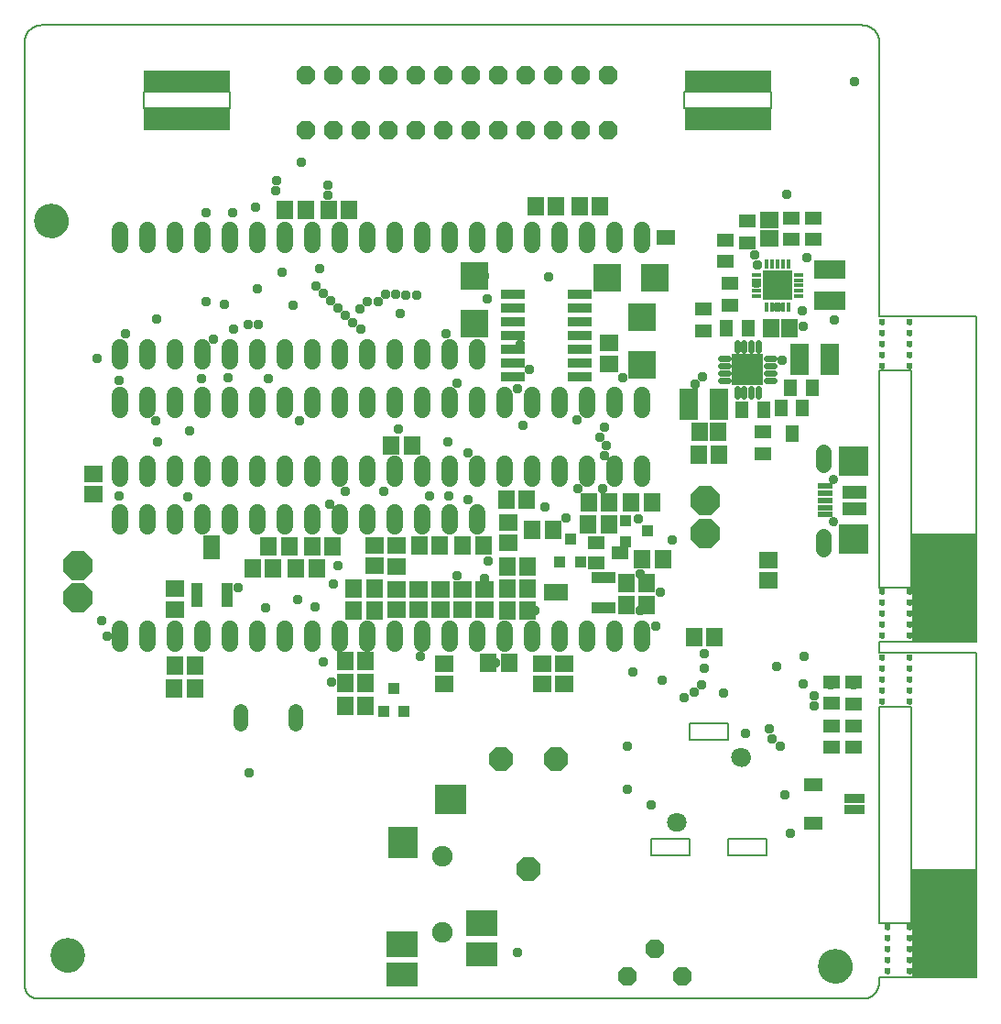
<source format=gbs>
G75*
%MOIN*%
%OFA0B0*%
%FSLAX25Y25*%
%IPPOS*%
%LPD*%
%AMOC8*
5,1,8,0,0,1.08239X$1,22.5*
%
%ADD10C,0.00000*%
%ADD11C,0.12611*%
%ADD12C,0.00600*%
%ADD13C,0.00800*%
%ADD14R,0.31496X0.07874*%
%ADD15R,0.23622X0.39370*%
%ADD16C,0.02375*%
%ADD17C,0.06000*%
%ADD18R,0.05918X0.07099*%
%ADD19R,0.07099X0.05918*%
%ADD20R,0.05918X0.06706*%
%ADD21R,0.06706X0.05918*%
%ADD22R,0.04343X0.08674*%
%ADD23R,0.05918X0.08674*%
%ADD24R,0.03300X0.05800*%
%ADD25OC8,0.06737*%
%ADD26R,0.06312X0.04737*%
%ADD27R,0.04343X0.03950*%
%ADD28R,0.08674X0.04343*%
%ADD29R,0.08674X0.05918*%
%ADD30C,0.05200*%
%ADD31R,0.03950X0.04343*%
%ADD32R,0.08800X0.03400*%
%ADD33R,0.10249X0.10249*%
%ADD34OC8,0.10800*%
%ADD35OC8,0.08600*%
%ADD36R,0.11430X0.11430*%
%ADD37C,0.02178*%
%ADD38C,0.04375*%
%ADD39R,0.07099X0.11430*%
%ADD40R,0.06312X0.05131*%
%ADD41R,0.05131X0.06312*%
%ADD42R,0.04737X0.06312*%
%ADD43R,0.11430X0.07099*%
%ADD44C,0.03556*%
%ADD45R,0.10643X0.10643*%
%ADD46C,0.05556*%
%ADD47R,0.08674X0.04737*%
%ADD48R,0.05709X0.01969*%
%ADD49R,0.03543X0.01575*%
%ADD50R,0.01575X0.03543*%
%ADD51R,0.11824X0.08674*%
%ADD52R,0.11036X0.11824*%
%ADD53R,0.11824X0.09461*%
%ADD54C,0.07493*%
%ADD55R,0.11824X0.11036*%
%ADD56C,0.07099*%
%ADD57R,0.07300X0.03300*%
%ADD58R,0.06800X0.04800*%
%ADD59C,0.03778*%
D10*
X0022953Y0025022D02*
X0022955Y0025175D01*
X0022961Y0025329D01*
X0022971Y0025482D01*
X0022985Y0025634D01*
X0023003Y0025787D01*
X0023025Y0025938D01*
X0023050Y0026089D01*
X0023080Y0026240D01*
X0023114Y0026390D01*
X0023151Y0026538D01*
X0023192Y0026686D01*
X0023237Y0026832D01*
X0023286Y0026978D01*
X0023339Y0027122D01*
X0023395Y0027264D01*
X0023455Y0027405D01*
X0023519Y0027545D01*
X0023586Y0027683D01*
X0023657Y0027819D01*
X0023732Y0027953D01*
X0023809Y0028085D01*
X0023891Y0028215D01*
X0023975Y0028343D01*
X0024063Y0028469D01*
X0024154Y0028592D01*
X0024248Y0028713D01*
X0024346Y0028831D01*
X0024446Y0028947D01*
X0024550Y0029060D01*
X0024656Y0029171D01*
X0024765Y0029279D01*
X0024877Y0029384D01*
X0024991Y0029485D01*
X0025109Y0029584D01*
X0025228Y0029680D01*
X0025350Y0029773D01*
X0025475Y0029862D01*
X0025602Y0029949D01*
X0025731Y0030031D01*
X0025862Y0030111D01*
X0025995Y0030187D01*
X0026130Y0030260D01*
X0026267Y0030329D01*
X0026406Y0030394D01*
X0026546Y0030456D01*
X0026688Y0030514D01*
X0026831Y0030569D01*
X0026976Y0030620D01*
X0027122Y0030667D01*
X0027269Y0030710D01*
X0027417Y0030749D01*
X0027566Y0030785D01*
X0027716Y0030816D01*
X0027867Y0030844D01*
X0028018Y0030868D01*
X0028171Y0030888D01*
X0028323Y0030904D01*
X0028476Y0030916D01*
X0028629Y0030924D01*
X0028782Y0030928D01*
X0028936Y0030928D01*
X0029089Y0030924D01*
X0029242Y0030916D01*
X0029395Y0030904D01*
X0029547Y0030888D01*
X0029700Y0030868D01*
X0029851Y0030844D01*
X0030002Y0030816D01*
X0030152Y0030785D01*
X0030301Y0030749D01*
X0030449Y0030710D01*
X0030596Y0030667D01*
X0030742Y0030620D01*
X0030887Y0030569D01*
X0031030Y0030514D01*
X0031172Y0030456D01*
X0031312Y0030394D01*
X0031451Y0030329D01*
X0031588Y0030260D01*
X0031723Y0030187D01*
X0031856Y0030111D01*
X0031987Y0030031D01*
X0032116Y0029949D01*
X0032243Y0029862D01*
X0032368Y0029773D01*
X0032490Y0029680D01*
X0032609Y0029584D01*
X0032727Y0029485D01*
X0032841Y0029384D01*
X0032953Y0029279D01*
X0033062Y0029171D01*
X0033168Y0029060D01*
X0033272Y0028947D01*
X0033372Y0028831D01*
X0033470Y0028713D01*
X0033564Y0028592D01*
X0033655Y0028469D01*
X0033743Y0028343D01*
X0033827Y0028215D01*
X0033909Y0028085D01*
X0033986Y0027953D01*
X0034061Y0027819D01*
X0034132Y0027683D01*
X0034199Y0027545D01*
X0034263Y0027405D01*
X0034323Y0027264D01*
X0034379Y0027122D01*
X0034432Y0026978D01*
X0034481Y0026832D01*
X0034526Y0026686D01*
X0034567Y0026538D01*
X0034604Y0026390D01*
X0034638Y0026240D01*
X0034668Y0026089D01*
X0034693Y0025938D01*
X0034715Y0025787D01*
X0034733Y0025634D01*
X0034747Y0025482D01*
X0034757Y0025329D01*
X0034763Y0025175D01*
X0034765Y0025022D01*
X0034763Y0024869D01*
X0034757Y0024715D01*
X0034747Y0024562D01*
X0034733Y0024410D01*
X0034715Y0024257D01*
X0034693Y0024106D01*
X0034668Y0023955D01*
X0034638Y0023804D01*
X0034604Y0023654D01*
X0034567Y0023506D01*
X0034526Y0023358D01*
X0034481Y0023212D01*
X0034432Y0023066D01*
X0034379Y0022922D01*
X0034323Y0022780D01*
X0034263Y0022639D01*
X0034199Y0022499D01*
X0034132Y0022361D01*
X0034061Y0022225D01*
X0033986Y0022091D01*
X0033909Y0021959D01*
X0033827Y0021829D01*
X0033743Y0021701D01*
X0033655Y0021575D01*
X0033564Y0021452D01*
X0033470Y0021331D01*
X0033372Y0021213D01*
X0033272Y0021097D01*
X0033168Y0020984D01*
X0033062Y0020873D01*
X0032953Y0020765D01*
X0032841Y0020660D01*
X0032727Y0020559D01*
X0032609Y0020460D01*
X0032490Y0020364D01*
X0032368Y0020271D01*
X0032243Y0020182D01*
X0032116Y0020095D01*
X0031987Y0020013D01*
X0031856Y0019933D01*
X0031723Y0019857D01*
X0031588Y0019784D01*
X0031451Y0019715D01*
X0031312Y0019650D01*
X0031172Y0019588D01*
X0031030Y0019530D01*
X0030887Y0019475D01*
X0030742Y0019424D01*
X0030596Y0019377D01*
X0030449Y0019334D01*
X0030301Y0019295D01*
X0030152Y0019259D01*
X0030002Y0019228D01*
X0029851Y0019200D01*
X0029700Y0019176D01*
X0029547Y0019156D01*
X0029395Y0019140D01*
X0029242Y0019128D01*
X0029089Y0019120D01*
X0028936Y0019116D01*
X0028782Y0019116D01*
X0028629Y0019120D01*
X0028476Y0019128D01*
X0028323Y0019140D01*
X0028171Y0019156D01*
X0028018Y0019176D01*
X0027867Y0019200D01*
X0027716Y0019228D01*
X0027566Y0019259D01*
X0027417Y0019295D01*
X0027269Y0019334D01*
X0027122Y0019377D01*
X0026976Y0019424D01*
X0026831Y0019475D01*
X0026688Y0019530D01*
X0026546Y0019588D01*
X0026406Y0019650D01*
X0026267Y0019715D01*
X0026130Y0019784D01*
X0025995Y0019857D01*
X0025862Y0019933D01*
X0025731Y0020013D01*
X0025602Y0020095D01*
X0025475Y0020182D01*
X0025350Y0020271D01*
X0025228Y0020364D01*
X0025109Y0020460D01*
X0024991Y0020559D01*
X0024877Y0020660D01*
X0024765Y0020765D01*
X0024656Y0020873D01*
X0024550Y0020984D01*
X0024446Y0021097D01*
X0024346Y0021213D01*
X0024248Y0021331D01*
X0024154Y0021452D01*
X0024063Y0021575D01*
X0023975Y0021701D01*
X0023891Y0021829D01*
X0023809Y0021959D01*
X0023732Y0022091D01*
X0023657Y0022225D01*
X0023586Y0022361D01*
X0023519Y0022499D01*
X0023455Y0022639D01*
X0023395Y0022780D01*
X0023339Y0022922D01*
X0023286Y0023066D01*
X0023237Y0023212D01*
X0023192Y0023358D01*
X0023151Y0023506D01*
X0023114Y0023654D01*
X0023080Y0023804D01*
X0023050Y0023955D01*
X0023025Y0024106D01*
X0023003Y0024257D01*
X0022985Y0024410D01*
X0022971Y0024562D01*
X0022961Y0024715D01*
X0022955Y0024869D01*
X0022953Y0025022D01*
X0161891Y0033479D02*
X0161893Y0033594D01*
X0161899Y0033710D01*
X0161909Y0033825D01*
X0161923Y0033940D01*
X0161941Y0034054D01*
X0161963Y0034167D01*
X0161988Y0034280D01*
X0162018Y0034391D01*
X0162051Y0034502D01*
X0162088Y0034611D01*
X0162129Y0034719D01*
X0162174Y0034826D01*
X0162222Y0034931D01*
X0162274Y0035034D01*
X0162330Y0035135D01*
X0162389Y0035235D01*
X0162451Y0035332D01*
X0162517Y0035427D01*
X0162585Y0035520D01*
X0162657Y0035610D01*
X0162732Y0035698D01*
X0162811Y0035783D01*
X0162892Y0035865D01*
X0162975Y0035945D01*
X0163062Y0036021D01*
X0163151Y0036095D01*
X0163242Y0036165D01*
X0163336Y0036233D01*
X0163432Y0036297D01*
X0163531Y0036357D01*
X0163631Y0036414D01*
X0163733Y0036468D01*
X0163837Y0036518D01*
X0163943Y0036565D01*
X0164050Y0036608D01*
X0164159Y0036647D01*
X0164269Y0036682D01*
X0164380Y0036713D01*
X0164492Y0036741D01*
X0164605Y0036765D01*
X0164719Y0036785D01*
X0164834Y0036801D01*
X0164949Y0036813D01*
X0165064Y0036821D01*
X0165179Y0036825D01*
X0165295Y0036825D01*
X0165410Y0036821D01*
X0165525Y0036813D01*
X0165640Y0036801D01*
X0165755Y0036785D01*
X0165869Y0036765D01*
X0165982Y0036741D01*
X0166094Y0036713D01*
X0166205Y0036682D01*
X0166315Y0036647D01*
X0166424Y0036608D01*
X0166531Y0036565D01*
X0166637Y0036518D01*
X0166741Y0036468D01*
X0166843Y0036414D01*
X0166943Y0036357D01*
X0167042Y0036297D01*
X0167138Y0036233D01*
X0167232Y0036165D01*
X0167323Y0036095D01*
X0167412Y0036021D01*
X0167499Y0035945D01*
X0167582Y0035865D01*
X0167663Y0035783D01*
X0167742Y0035698D01*
X0167817Y0035610D01*
X0167889Y0035520D01*
X0167957Y0035427D01*
X0168023Y0035332D01*
X0168085Y0035235D01*
X0168144Y0035135D01*
X0168200Y0035034D01*
X0168252Y0034931D01*
X0168300Y0034826D01*
X0168345Y0034719D01*
X0168386Y0034611D01*
X0168423Y0034502D01*
X0168456Y0034391D01*
X0168486Y0034280D01*
X0168511Y0034167D01*
X0168533Y0034054D01*
X0168551Y0033940D01*
X0168565Y0033825D01*
X0168575Y0033710D01*
X0168581Y0033594D01*
X0168583Y0033479D01*
X0168581Y0033364D01*
X0168575Y0033248D01*
X0168565Y0033133D01*
X0168551Y0033018D01*
X0168533Y0032904D01*
X0168511Y0032791D01*
X0168486Y0032678D01*
X0168456Y0032567D01*
X0168423Y0032456D01*
X0168386Y0032347D01*
X0168345Y0032239D01*
X0168300Y0032132D01*
X0168252Y0032027D01*
X0168200Y0031924D01*
X0168144Y0031823D01*
X0168085Y0031723D01*
X0168023Y0031626D01*
X0167957Y0031531D01*
X0167889Y0031438D01*
X0167817Y0031348D01*
X0167742Y0031260D01*
X0167663Y0031175D01*
X0167582Y0031093D01*
X0167499Y0031013D01*
X0167412Y0030937D01*
X0167323Y0030863D01*
X0167232Y0030793D01*
X0167138Y0030725D01*
X0167042Y0030661D01*
X0166943Y0030601D01*
X0166843Y0030544D01*
X0166741Y0030490D01*
X0166637Y0030440D01*
X0166531Y0030393D01*
X0166424Y0030350D01*
X0166315Y0030311D01*
X0166205Y0030276D01*
X0166094Y0030245D01*
X0165982Y0030217D01*
X0165869Y0030193D01*
X0165755Y0030173D01*
X0165640Y0030157D01*
X0165525Y0030145D01*
X0165410Y0030137D01*
X0165295Y0030133D01*
X0165179Y0030133D01*
X0165064Y0030137D01*
X0164949Y0030145D01*
X0164834Y0030157D01*
X0164719Y0030173D01*
X0164605Y0030193D01*
X0164492Y0030217D01*
X0164380Y0030245D01*
X0164269Y0030276D01*
X0164159Y0030311D01*
X0164050Y0030350D01*
X0163943Y0030393D01*
X0163837Y0030440D01*
X0163733Y0030490D01*
X0163631Y0030544D01*
X0163531Y0030601D01*
X0163432Y0030661D01*
X0163336Y0030725D01*
X0163242Y0030793D01*
X0163151Y0030863D01*
X0163062Y0030937D01*
X0162975Y0031013D01*
X0162892Y0031093D01*
X0162811Y0031175D01*
X0162732Y0031260D01*
X0162657Y0031348D01*
X0162585Y0031438D01*
X0162517Y0031531D01*
X0162451Y0031626D01*
X0162389Y0031723D01*
X0162330Y0031823D01*
X0162274Y0031924D01*
X0162222Y0032027D01*
X0162174Y0032132D01*
X0162129Y0032239D01*
X0162088Y0032347D01*
X0162051Y0032456D01*
X0162018Y0032567D01*
X0161988Y0032678D01*
X0161963Y0032791D01*
X0161941Y0032904D01*
X0161923Y0033018D01*
X0161909Y0033133D01*
X0161899Y0033248D01*
X0161893Y0033364D01*
X0161891Y0033479D01*
X0161891Y0061038D02*
X0161893Y0061153D01*
X0161899Y0061269D01*
X0161909Y0061384D01*
X0161923Y0061499D01*
X0161941Y0061613D01*
X0161963Y0061726D01*
X0161988Y0061839D01*
X0162018Y0061950D01*
X0162051Y0062061D01*
X0162088Y0062170D01*
X0162129Y0062278D01*
X0162174Y0062385D01*
X0162222Y0062490D01*
X0162274Y0062593D01*
X0162330Y0062694D01*
X0162389Y0062794D01*
X0162451Y0062891D01*
X0162517Y0062986D01*
X0162585Y0063079D01*
X0162657Y0063169D01*
X0162732Y0063257D01*
X0162811Y0063342D01*
X0162892Y0063424D01*
X0162975Y0063504D01*
X0163062Y0063580D01*
X0163151Y0063654D01*
X0163242Y0063724D01*
X0163336Y0063792D01*
X0163432Y0063856D01*
X0163531Y0063916D01*
X0163631Y0063973D01*
X0163733Y0064027D01*
X0163837Y0064077D01*
X0163943Y0064124D01*
X0164050Y0064167D01*
X0164159Y0064206D01*
X0164269Y0064241D01*
X0164380Y0064272D01*
X0164492Y0064300D01*
X0164605Y0064324D01*
X0164719Y0064344D01*
X0164834Y0064360D01*
X0164949Y0064372D01*
X0165064Y0064380D01*
X0165179Y0064384D01*
X0165295Y0064384D01*
X0165410Y0064380D01*
X0165525Y0064372D01*
X0165640Y0064360D01*
X0165755Y0064344D01*
X0165869Y0064324D01*
X0165982Y0064300D01*
X0166094Y0064272D01*
X0166205Y0064241D01*
X0166315Y0064206D01*
X0166424Y0064167D01*
X0166531Y0064124D01*
X0166637Y0064077D01*
X0166741Y0064027D01*
X0166843Y0063973D01*
X0166943Y0063916D01*
X0167042Y0063856D01*
X0167138Y0063792D01*
X0167232Y0063724D01*
X0167323Y0063654D01*
X0167412Y0063580D01*
X0167499Y0063504D01*
X0167582Y0063424D01*
X0167663Y0063342D01*
X0167742Y0063257D01*
X0167817Y0063169D01*
X0167889Y0063079D01*
X0167957Y0062986D01*
X0168023Y0062891D01*
X0168085Y0062794D01*
X0168144Y0062694D01*
X0168200Y0062593D01*
X0168252Y0062490D01*
X0168300Y0062385D01*
X0168345Y0062278D01*
X0168386Y0062170D01*
X0168423Y0062061D01*
X0168456Y0061950D01*
X0168486Y0061839D01*
X0168511Y0061726D01*
X0168533Y0061613D01*
X0168551Y0061499D01*
X0168565Y0061384D01*
X0168575Y0061269D01*
X0168581Y0061153D01*
X0168583Y0061038D01*
X0168581Y0060923D01*
X0168575Y0060807D01*
X0168565Y0060692D01*
X0168551Y0060577D01*
X0168533Y0060463D01*
X0168511Y0060350D01*
X0168486Y0060237D01*
X0168456Y0060126D01*
X0168423Y0060015D01*
X0168386Y0059906D01*
X0168345Y0059798D01*
X0168300Y0059691D01*
X0168252Y0059586D01*
X0168200Y0059483D01*
X0168144Y0059382D01*
X0168085Y0059282D01*
X0168023Y0059185D01*
X0167957Y0059090D01*
X0167889Y0058997D01*
X0167817Y0058907D01*
X0167742Y0058819D01*
X0167663Y0058734D01*
X0167582Y0058652D01*
X0167499Y0058572D01*
X0167412Y0058496D01*
X0167323Y0058422D01*
X0167232Y0058352D01*
X0167138Y0058284D01*
X0167042Y0058220D01*
X0166943Y0058160D01*
X0166843Y0058103D01*
X0166741Y0058049D01*
X0166637Y0057999D01*
X0166531Y0057952D01*
X0166424Y0057909D01*
X0166315Y0057870D01*
X0166205Y0057835D01*
X0166094Y0057804D01*
X0165982Y0057776D01*
X0165869Y0057752D01*
X0165755Y0057732D01*
X0165640Y0057716D01*
X0165525Y0057704D01*
X0165410Y0057696D01*
X0165295Y0057692D01*
X0165179Y0057692D01*
X0165064Y0057696D01*
X0164949Y0057704D01*
X0164834Y0057716D01*
X0164719Y0057732D01*
X0164605Y0057752D01*
X0164492Y0057776D01*
X0164380Y0057804D01*
X0164269Y0057835D01*
X0164159Y0057870D01*
X0164050Y0057909D01*
X0163943Y0057952D01*
X0163837Y0057999D01*
X0163733Y0058049D01*
X0163631Y0058103D01*
X0163531Y0058160D01*
X0163432Y0058220D01*
X0163336Y0058284D01*
X0163242Y0058352D01*
X0163151Y0058422D01*
X0163062Y0058496D01*
X0162975Y0058572D01*
X0162892Y0058652D01*
X0162811Y0058734D01*
X0162732Y0058819D01*
X0162657Y0058907D01*
X0162585Y0058997D01*
X0162517Y0059090D01*
X0162451Y0059185D01*
X0162389Y0059282D01*
X0162330Y0059382D01*
X0162274Y0059483D01*
X0162222Y0059586D01*
X0162174Y0059691D01*
X0162129Y0059798D01*
X0162088Y0059906D01*
X0162051Y0060015D01*
X0162018Y0060126D01*
X0161988Y0060237D01*
X0161963Y0060350D01*
X0161941Y0060463D01*
X0161923Y0060577D01*
X0161909Y0060692D01*
X0161899Y0060807D01*
X0161893Y0060923D01*
X0161891Y0061038D01*
X0247339Y0073463D02*
X0247341Y0073575D01*
X0247347Y0073686D01*
X0247357Y0073798D01*
X0247371Y0073909D01*
X0247388Y0074019D01*
X0247410Y0074129D01*
X0247436Y0074238D01*
X0247465Y0074346D01*
X0247498Y0074452D01*
X0247535Y0074558D01*
X0247576Y0074662D01*
X0247621Y0074765D01*
X0247669Y0074866D01*
X0247720Y0074965D01*
X0247775Y0075062D01*
X0247834Y0075157D01*
X0247895Y0075251D01*
X0247960Y0075342D01*
X0248029Y0075430D01*
X0248100Y0075516D01*
X0248174Y0075600D01*
X0248252Y0075680D01*
X0248332Y0075758D01*
X0248415Y0075834D01*
X0248500Y0075906D01*
X0248588Y0075975D01*
X0248678Y0076041D01*
X0248771Y0076103D01*
X0248866Y0076163D01*
X0248963Y0076219D01*
X0249061Y0076271D01*
X0249162Y0076320D01*
X0249264Y0076365D01*
X0249368Y0076407D01*
X0249473Y0076445D01*
X0249580Y0076479D01*
X0249687Y0076509D01*
X0249796Y0076536D01*
X0249905Y0076558D01*
X0250016Y0076577D01*
X0250126Y0076592D01*
X0250238Y0076603D01*
X0250349Y0076610D01*
X0250461Y0076613D01*
X0250573Y0076612D01*
X0250685Y0076607D01*
X0250796Y0076598D01*
X0250907Y0076585D01*
X0251018Y0076568D01*
X0251128Y0076548D01*
X0251237Y0076523D01*
X0251345Y0076495D01*
X0251452Y0076462D01*
X0251558Y0076426D01*
X0251662Y0076386D01*
X0251765Y0076343D01*
X0251867Y0076296D01*
X0251966Y0076245D01*
X0252064Y0076191D01*
X0252160Y0076133D01*
X0252254Y0076072D01*
X0252345Y0076008D01*
X0252434Y0075941D01*
X0252521Y0075870D01*
X0252605Y0075796D01*
X0252687Y0075720D01*
X0252765Y0075640D01*
X0252841Y0075558D01*
X0252914Y0075473D01*
X0252984Y0075386D01*
X0253050Y0075296D01*
X0253114Y0075204D01*
X0253174Y0075110D01*
X0253231Y0075014D01*
X0253284Y0074915D01*
X0253334Y0074815D01*
X0253380Y0074714D01*
X0253423Y0074610D01*
X0253462Y0074505D01*
X0253497Y0074399D01*
X0253528Y0074292D01*
X0253556Y0074183D01*
X0253579Y0074074D01*
X0253599Y0073964D01*
X0253615Y0073853D01*
X0253627Y0073742D01*
X0253635Y0073631D01*
X0253639Y0073519D01*
X0253639Y0073407D01*
X0253635Y0073295D01*
X0253627Y0073184D01*
X0253615Y0073073D01*
X0253599Y0072962D01*
X0253579Y0072852D01*
X0253556Y0072743D01*
X0253528Y0072634D01*
X0253497Y0072527D01*
X0253462Y0072421D01*
X0253423Y0072316D01*
X0253380Y0072212D01*
X0253334Y0072111D01*
X0253284Y0072011D01*
X0253231Y0071912D01*
X0253174Y0071816D01*
X0253114Y0071722D01*
X0253050Y0071630D01*
X0252984Y0071540D01*
X0252914Y0071453D01*
X0252841Y0071368D01*
X0252765Y0071286D01*
X0252687Y0071206D01*
X0252605Y0071130D01*
X0252521Y0071056D01*
X0252434Y0070985D01*
X0252345Y0070918D01*
X0252254Y0070854D01*
X0252160Y0070793D01*
X0252064Y0070735D01*
X0251966Y0070681D01*
X0251867Y0070630D01*
X0251765Y0070583D01*
X0251662Y0070540D01*
X0251558Y0070500D01*
X0251452Y0070464D01*
X0251345Y0070431D01*
X0251237Y0070403D01*
X0251128Y0070378D01*
X0251018Y0070358D01*
X0250907Y0070341D01*
X0250796Y0070328D01*
X0250685Y0070319D01*
X0250573Y0070314D01*
X0250461Y0070313D01*
X0250349Y0070316D01*
X0250238Y0070323D01*
X0250126Y0070334D01*
X0250016Y0070349D01*
X0249905Y0070368D01*
X0249796Y0070390D01*
X0249687Y0070417D01*
X0249580Y0070447D01*
X0249473Y0070481D01*
X0249368Y0070519D01*
X0249264Y0070561D01*
X0249162Y0070606D01*
X0249061Y0070655D01*
X0248963Y0070707D01*
X0248866Y0070763D01*
X0248771Y0070823D01*
X0248678Y0070885D01*
X0248588Y0070951D01*
X0248500Y0071020D01*
X0248415Y0071092D01*
X0248332Y0071168D01*
X0248252Y0071246D01*
X0248174Y0071326D01*
X0248100Y0071410D01*
X0248029Y0071496D01*
X0247960Y0071584D01*
X0247895Y0071675D01*
X0247834Y0071769D01*
X0247775Y0071864D01*
X0247720Y0071961D01*
X0247669Y0072060D01*
X0247621Y0072161D01*
X0247576Y0072264D01*
X0247535Y0072368D01*
X0247498Y0072474D01*
X0247465Y0072580D01*
X0247436Y0072688D01*
X0247410Y0072797D01*
X0247388Y0072907D01*
X0247371Y0073017D01*
X0247357Y0073128D01*
X0247347Y0073240D01*
X0247341Y0073351D01*
X0247339Y0073463D01*
X0270961Y0097085D02*
X0270963Y0097197D01*
X0270969Y0097308D01*
X0270979Y0097420D01*
X0270993Y0097531D01*
X0271010Y0097641D01*
X0271032Y0097751D01*
X0271058Y0097860D01*
X0271087Y0097968D01*
X0271120Y0098074D01*
X0271157Y0098180D01*
X0271198Y0098284D01*
X0271243Y0098387D01*
X0271291Y0098488D01*
X0271342Y0098587D01*
X0271397Y0098684D01*
X0271456Y0098779D01*
X0271517Y0098873D01*
X0271582Y0098964D01*
X0271651Y0099052D01*
X0271722Y0099138D01*
X0271796Y0099222D01*
X0271874Y0099302D01*
X0271954Y0099380D01*
X0272037Y0099456D01*
X0272122Y0099528D01*
X0272210Y0099597D01*
X0272300Y0099663D01*
X0272393Y0099725D01*
X0272488Y0099785D01*
X0272585Y0099841D01*
X0272683Y0099893D01*
X0272784Y0099942D01*
X0272886Y0099987D01*
X0272990Y0100029D01*
X0273095Y0100067D01*
X0273202Y0100101D01*
X0273309Y0100131D01*
X0273418Y0100158D01*
X0273527Y0100180D01*
X0273638Y0100199D01*
X0273748Y0100214D01*
X0273860Y0100225D01*
X0273971Y0100232D01*
X0274083Y0100235D01*
X0274195Y0100234D01*
X0274307Y0100229D01*
X0274418Y0100220D01*
X0274529Y0100207D01*
X0274640Y0100190D01*
X0274750Y0100170D01*
X0274859Y0100145D01*
X0274967Y0100117D01*
X0275074Y0100084D01*
X0275180Y0100048D01*
X0275284Y0100008D01*
X0275387Y0099965D01*
X0275489Y0099918D01*
X0275588Y0099867D01*
X0275686Y0099813D01*
X0275782Y0099755D01*
X0275876Y0099694D01*
X0275967Y0099630D01*
X0276056Y0099563D01*
X0276143Y0099492D01*
X0276227Y0099418D01*
X0276309Y0099342D01*
X0276387Y0099262D01*
X0276463Y0099180D01*
X0276536Y0099095D01*
X0276606Y0099008D01*
X0276672Y0098918D01*
X0276736Y0098826D01*
X0276796Y0098732D01*
X0276853Y0098636D01*
X0276906Y0098537D01*
X0276956Y0098437D01*
X0277002Y0098336D01*
X0277045Y0098232D01*
X0277084Y0098127D01*
X0277119Y0098021D01*
X0277150Y0097914D01*
X0277178Y0097805D01*
X0277201Y0097696D01*
X0277221Y0097586D01*
X0277237Y0097475D01*
X0277249Y0097364D01*
X0277257Y0097253D01*
X0277261Y0097141D01*
X0277261Y0097029D01*
X0277257Y0096917D01*
X0277249Y0096806D01*
X0277237Y0096695D01*
X0277221Y0096584D01*
X0277201Y0096474D01*
X0277178Y0096365D01*
X0277150Y0096256D01*
X0277119Y0096149D01*
X0277084Y0096043D01*
X0277045Y0095938D01*
X0277002Y0095834D01*
X0276956Y0095733D01*
X0276906Y0095633D01*
X0276853Y0095534D01*
X0276796Y0095438D01*
X0276736Y0095344D01*
X0276672Y0095252D01*
X0276606Y0095162D01*
X0276536Y0095075D01*
X0276463Y0094990D01*
X0276387Y0094908D01*
X0276309Y0094828D01*
X0276227Y0094752D01*
X0276143Y0094678D01*
X0276056Y0094607D01*
X0275967Y0094540D01*
X0275876Y0094476D01*
X0275782Y0094415D01*
X0275686Y0094357D01*
X0275588Y0094303D01*
X0275489Y0094252D01*
X0275387Y0094205D01*
X0275284Y0094162D01*
X0275180Y0094122D01*
X0275074Y0094086D01*
X0274967Y0094053D01*
X0274859Y0094025D01*
X0274750Y0094000D01*
X0274640Y0093980D01*
X0274529Y0093963D01*
X0274418Y0093950D01*
X0274307Y0093941D01*
X0274195Y0093936D01*
X0274083Y0093935D01*
X0273971Y0093938D01*
X0273860Y0093945D01*
X0273748Y0093956D01*
X0273638Y0093971D01*
X0273527Y0093990D01*
X0273418Y0094012D01*
X0273309Y0094039D01*
X0273202Y0094069D01*
X0273095Y0094103D01*
X0272990Y0094141D01*
X0272886Y0094183D01*
X0272784Y0094228D01*
X0272683Y0094277D01*
X0272585Y0094329D01*
X0272488Y0094385D01*
X0272393Y0094445D01*
X0272300Y0094507D01*
X0272210Y0094573D01*
X0272122Y0094642D01*
X0272037Y0094714D01*
X0271954Y0094790D01*
X0271874Y0094868D01*
X0271796Y0094948D01*
X0271722Y0095032D01*
X0271651Y0095118D01*
X0271582Y0095206D01*
X0271517Y0095297D01*
X0271456Y0095391D01*
X0271397Y0095486D01*
X0271342Y0095583D01*
X0271291Y0095682D01*
X0271243Y0095783D01*
X0271198Y0095886D01*
X0271157Y0095990D01*
X0271120Y0096096D01*
X0271087Y0096202D01*
X0271058Y0096310D01*
X0271032Y0096419D01*
X0271010Y0096529D01*
X0270993Y0096639D01*
X0270979Y0096750D01*
X0270969Y0096862D01*
X0270963Y0096973D01*
X0270961Y0097085D01*
X0324513Y0117274D02*
X0324515Y0117330D01*
X0324521Y0117385D01*
X0324531Y0117439D01*
X0324544Y0117493D01*
X0324562Y0117546D01*
X0324583Y0117597D01*
X0324607Y0117647D01*
X0324635Y0117695D01*
X0324667Y0117741D01*
X0324701Y0117785D01*
X0324739Y0117826D01*
X0324779Y0117864D01*
X0324822Y0117899D01*
X0324867Y0117931D01*
X0324915Y0117960D01*
X0324964Y0117986D01*
X0325015Y0118008D01*
X0325067Y0118026D01*
X0325121Y0118040D01*
X0325176Y0118051D01*
X0325231Y0118058D01*
X0325286Y0118061D01*
X0325342Y0118060D01*
X0325397Y0118055D01*
X0325452Y0118046D01*
X0325506Y0118034D01*
X0325559Y0118017D01*
X0325611Y0117997D01*
X0325661Y0117973D01*
X0325709Y0117946D01*
X0325756Y0117916D01*
X0325800Y0117882D01*
X0325842Y0117845D01*
X0325880Y0117805D01*
X0325917Y0117763D01*
X0325950Y0117718D01*
X0325979Y0117672D01*
X0326006Y0117623D01*
X0326028Y0117572D01*
X0326048Y0117520D01*
X0326063Y0117466D01*
X0326075Y0117412D01*
X0326083Y0117357D01*
X0326087Y0117302D01*
X0326087Y0117246D01*
X0326083Y0117191D01*
X0326075Y0117136D01*
X0326063Y0117082D01*
X0326048Y0117028D01*
X0326028Y0116976D01*
X0326006Y0116925D01*
X0325979Y0116876D01*
X0325950Y0116830D01*
X0325917Y0116785D01*
X0325880Y0116743D01*
X0325842Y0116703D01*
X0325800Y0116666D01*
X0325756Y0116632D01*
X0325709Y0116602D01*
X0325661Y0116575D01*
X0325611Y0116551D01*
X0325559Y0116531D01*
X0325506Y0116514D01*
X0325452Y0116502D01*
X0325397Y0116493D01*
X0325342Y0116488D01*
X0325286Y0116487D01*
X0325231Y0116490D01*
X0325176Y0116497D01*
X0325121Y0116508D01*
X0325067Y0116522D01*
X0325015Y0116540D01*
X0324964Y0116562D01*
X0324915Y0116588D01*
X0324867Y0116617D01*
X0324822Y0116649D01*
X0324779Y0116684D01*
X0324739Y0116722D01*
X0324701Y0116763D01*
X0324667Y0116807D01*
X0324635Y0116853D01*
X0324607Y0116901D01*
X0324583Y0116951D01*
X0324562Y0117002D01*
X0324544Y0117055D01*
X0324531Y0117109D01*
X0324521Y0117163D01*
X0324515Y0117218D01*
X0324513Y0117274D01*
X0324513Y0121274D02*
X0324515Y0121330D01*
X0324521Y0121385D01*
X0324531Y0121439D01*
X0324544Y0121493D01*
X0324562Y0121546D01*
X0324583Y0121597D01*
X0324607Y0121647D01*
X0324635Y0121695D01*
X0324667Y0121741D01*
X0324701Y0121785D01*
X0324739Y0121826D01*
X0324779Y0121864D01*
X0324822Y0121899D01*
X0324867Y0121931D01*
X0324915Y0121960D01*
X0324964Y0121986D01*
X0325015Y0122008D01*
X0325067Y0122026D01*
X0325121Y0122040D01*
X0325176Y0122051D01*
X0325231Y0122058D01*
X0325286Y0122061D01*
X0325342Y0122060D01*
X0325397Y0122055D01*
X0325452Y0122046D01*
X0325506Y0122034D01*
X0325559Y0122017D01*
X0325611Y0121997D01*
X0325661Y0121973D01*
X0325709Y0121946D01*
X0325756Y0121916D01*
X0325800Y0121882D01*
X0325842Y0121845D01*
X0325880Y0121805D01*
X0325917Y0121763D01*
X0325950Y0121718D01*
X0325979Y0121672D01*
X0326006Y0121623D01*
X0326028Y0121572D01*
X0326048Y0121520D01*
X0326063Y0121466D01*
X0326075Y0121412D01*
X0326083Y0121357D01*
X0326087Y0121302D01*
X0326087Y0121246D01*
X0326083Y0121191D01*
X0326075Y0121136D01*
X0326063Y0121082D01*
X0326048Y0121028D01*
X0326028Y0120976D01*
X0326006Y0120925D01*
X0325979Y0120876D01*
X0325950Y0120830D01*
X0325917Y0120785D01*
X0325880Y0120743D01*
X0325842Y0120703D01*
X0325800Y0120666D01*
X0325756Y0120632D01*
X0325709Y0120602D01*
X0325661Y0120575D01*
X0325611Y0120551D01*
X0325559Y0120531D01*
X0325506Y0120514D01*
X0325452Y0120502D01*
X0325397Y0120493D01*
X0325342Y0120488D01*
X0325286Y0120487D01*
X0325231Y0120490D01*
X0325176Y0120497D01*
X0325121Y0120508D01*
X0325067Y0120522D01*
X0325015Y0120540D01*
X0324964Y0120562D01*
X0324915Y0120588D01*
X0324867Y0120617D01*
X0324822Y0120649D01*
X0324779Y0120684D01*
X0324739Y0120722D01*
X0324701Y0120763D01*
X0324667Y0120807D01*
X0324635Y0120853D01*
X0324607Y0120901D01*
X0324583Y0120951D01*
X0324562Y0121002D01*
X0324544Y0121055D01*
X0324531Y0121109D01*
X0324521Y0121163D01*
X0324515Y0121218D01*
X0324513Y0121274D01*
X0324513Y0125274D02*
X0324515Y0125330D01*
X0324521Y0125385D01*
X0324531Y0125439D01*
X0324544Y0125493D01*
X0324562Y0125546D01*
X0324583Y0125597D01*
X0324607Y0125647D01*
X0324635Y0125695D01*
X0324667Y0125741D01*
X0324701Y0125785D01*
X0324739Y0125826D01*
X0324779Y0125864D01*
X0324822Y0125899D01*
X0324867Y0125931D01*
X0324915Y0125960D01*
X0324964Y0125986D01*
X0325015Y0126008D01*
X0325067Y0126026D01*
X0325121Y0126040D01*
X0325176Y0126051D01*
X0325231Y0126058D01*
X0325286Y0126061D01*
X0325342Y0126060D01*
X0325397Y0126055D01*
X0325452Y0126046D01*
X0325506Y0126034D01*
X0325559Y0126017D01*
X0325611Y0125997D01*
X0325661Y0125973D01*
X0325709Y0125946D01*
X0325756Y0125916D01*
X0325800Y0125882D01*
X0325842Y0125845D01*
X0325880Y0125805D01*
X0325917Y0125763D01*
X0325950Y0125718D01*
X0325979Y0125672D01*
X0326006Y0125623D01*
X0326028Y0125572D01*
X0326048Y0125520D01*
X0326063Y0125466D01*
X0326075Y0125412D01*
X0326083Y0125357D01*
X0326087Y0125302D01*
X0326087Y0125246D01*
X0326083Y0125191D01*
X0326075Y0125136D01*
X0326063Y0125082D01*
X0326048Y0125028D01*
X0326028Y0124976D01*
X0326006Y0124925D01*
X0325979Y0124876D01*
X0325950Y0124830D01*
X0325917Y0124785D01*
X0325880Y0124743D01*
X0325842Y0124703D01*
X0325800Y0124666D01*
X0325756Y0124632D01*
X0325709Y0124602D01*
X0325661Y0124575D01*
X0325611Y0124551D01*
X0325559Y0124531D01*
X0325506Y0124514D01*
X0325452Y0124502D01*
X0325397Y0124493D01*
X0325342Y0124488D01*
X0325286Y0124487D01*
X0325231Y0124490D01*
X0325176Y0124497D01*
X0325121Y0124508D01*
X0325067Y0124522D01*
X0325015Y0124540D01*
X0324964Y0124562D01*
X0324915Y0124588D01*
X0324867Y0124617D01*
X0324822Y0124649D01*
X0324779Y0124684D01*
X0324739Y0124722D01*
X0324701Y0124763D01*
X0324667Y0124807D01*
X0324635Y0124853D01*
X0324607Y0124901D01*
X0324583Y0124951D01*
X0324562Y0125002D01*
X0324544Y0125055D01*
X0324531Y0125109D01*
X0324521Y0125163D01*
X0324515Y0125218D01*
X0324513Y0125274D01*
X0324513Y0129274D02*
X0324515Y0129330D01*
X0324521Y0129385D01*
X0324531Y0129439D01*
X0324544Y0129493D01*
X0324562Y0129546D01*
X0324583Y0129597D01*
X0324607Y0129647D01*
X0324635Y0129695D01*
X0324667Y0129741D01*
X0324701Y0129785D01*
X0324739Y0129826D01*
X0324779Y0129864D01*
X0324822Y0129899D01*
X0324867Y0129931D01*
X0324915Y0129960D01*
X0324964Y0129986D01*
X0325015Y0130008D01*
X0325067Y0130026D01*
X0325121Y0130040D01*
X0325176Y0130051D01*
X0325231Y0130058D01*
X0325286Y0130061D01*
X0325342Y0130060D01*
X0325397Y0130055D01*
X0325452Y0130046D01*
X0325506Y0130034D01*
X0325559Y0130017D01*
X0325611Y0129997D01*
X0325661Y0129973D01*
X0325709Y0129946D01*
X0325756Y0129916D01*
X0325800Y0129882D01*
X0325842Y0129845D01*
X0325880Y0129805D01*
X0325917Y0129763D01*
X0325950Y0129718D01*
X0325979Y0129672D01*
X0326006Y0129623D01*
X0326028Y0129572D01*
X0326048Y0129520D01*
X0326063Y0129466D01*
X0326075Y0129412D01*
X0326083Y0129357D01*
X0326087Y0129302D01*
X0326087Y0129246D01*
X0326083Y0129191D01*
X0326075Y0129136D01*
X0326063Y0129082D01*
X0326048Y0129028D01*
X0326028Y0128976D01*
X0326006Y0128925D01*
X0325979Y0128876D01*
X0325950Y0128830D01*
X0325917Y0128785D01*
X0325880Y0128743D01*
X0325842Y0128703D01*
X0325800Y0128666D01*
X0325756Y0128632D01*
X0325709Y0128602D01*
X0325661Y0128575D01*
X0325611Y0128551D01*
X0325559Y0128531D01*
X0325506Y0128514D01*
X0325452Y0128502D01*
X0325397Y0128493D01*
X0325342Y0128488D01*
X0325286Y0128487D01*
X0325231Y0128490D01*
X0325176Y0128497D01*
X0325121Y0128508D01*
X0325067Y0128522D01*
X0325015Y0128540D01*
X0324964Y0128562D01*
X0324915Y0128588D01*
X0324867Y0128617D01*
X0324822Y0128649D01*
X0324779Y0128684D01*
X0324739Y0128722D01*
X0324701Y0128763D01*
X0324667Y0128807D01*
X0324635Y0128853D01*
X0324607Y0128901D01*
X0324583Y0128951D01*
X0324562Y0129002D01*
X0324544Y0129055D01*
X0324531Y0129109D01*
X0324521Y0129163D01*
X0324515Y0129218D01*
X0324513Y0129274D01*
X0324513Y0133274D02*
X0324515Y0133330D01*
X0324521Y0133385D01*
X0324531Y0133439D01*
X0324544Y0133493D01*
X0324562Y0133546D01*
X0324583Y0133597D01*
X0324607Y0133647D01*
X0324635Y0133695D01*
X0324667Y0133741D01*
X0324701Y0133785D01*
X0324739Y0133826D01*
X0324779Y0133864D01*
X0324822Y0133899D01*
X0324867Y0133931D01*
X0324915Y0133960D01*
X0324964Y0133986D01*
X0325015Y0134008D01*
X0325067Y0134026D01*
X0325121Y0134040D01*
X0325176Y0134051D01*
X0325231Y0134058D01*
X0325286Y0134061D01*
X0325342Y0134060D01*
X0325397Y0134055D01*
X0325452Y0134046D01*
X0325506Y0134034D01*
X0325559Y0134017D01*
X0325611Y0133997D01*
X0325661Y0133973D01*
X0325709Y0133946D01*
X0325756Y0133916D01*
X0325800Y0133882D01*
X0325842Y0133845D01*
X0325880Y0133805D01*
X0325917Y0133763D01*
X0325950Y0133718D01*
X0325979Y0133672D01*
X0326006Y0133623D01*
X0326028Y0133572D01*
X0326048Y0133520D01*
X0326063Y0133466D01*
X0326075Y0133412D01*
X0326083Y0133357D01*
X0326087Y0133302D01*
X0326087Y0133246D01*
X0326083Y0133191D01*
X0326075Y0133136D01*
X0326063Y0133082D01*
X0326048Y0133028D01*
X0326028Y0132976D01*
X0326006Y0132925D01*
X0325979Y0132876D01*
X0325950Y0132830D01*
X0325917Y0132785D01*
X0325880Y0132743D01*
X0325842Y0132703D01*
X0325800Y0132666D01*
X0325756Y0132632D01*
X0325709Y0132602D01*
X0325661Y0132575D01*
X0325611Y0132551D01*
X0325559Y0132531D01*
X0325506Y0132514D01*
X0325452Y0132502D01*
X0325397Y0132493D01*
X0325342Y0132488D01*
X0325286Y0132487D01*
X0325231Y0132490D01*
X0325176Y0132497D01*
X0325121Y0132508D01*
X0325067Y0132522D01*
X0325015Y0132540D01*
X0324964Y0132562D01*
X0324915Y0132588D01*
X0324867Y0132617D01*
X0324822Y0132649D01*
X0324779Y0132684D01*
X0324739Y0132722D01*
X0324701Y0132763D01*
X0324667Y0132807D01*
X0324635Y0132853D01*
X0324607Y0132901D01*
X0324583Y0132951D01*
X0324562Y0133002D01*
X0324544Y0133055D01*
X0324531Y0133109D01*
X0324521Y0133163D01*
X0324515Y0133218D01*
X0324513Y0133274D01*
X0324513Y0141274D02*
X0324515Y0141330D01*
X0324521Y0141385D01*
X0324531Y0141439D01*
X0324544Y0141493D01*
X0324562Y0141546D01*
X0324583Y0141597D01*
X0324607Y0141647D01*
X0324635Y0141695D01*
X0324667Y0141741D01*
X0324701Y0141785D01*
X0324739Y0141826D01*
X0324779Y0141864D01*
X0324822Y0141899D01*
X0324867Y0141931D01*
X0324915Y0141960D01*
X0324964Y0141986D01*
X0325015Y0142008D01*
X0325067Y0142026D01*
X0325121Y0142040D01*
X0325176Y0142051D01*
X0325231Y0142058D01*
X0325286Y0142061D01*
X0325342Y0142060D01*
X0325397Y0142055D01*
X0325452Y0142046D01*
X0325506Y0142034D01*
X0325559Y0142017D01*
X0325611Y0141997D01*
X0325661Y0141973D01*
X0325709Y0141946D01*
X0325756Y0141916D01*
X0325800Y0141882D01*
X0325842Y0141845D01*
X0325880Y0141805D01*
X0325917Y0141763D01*
X0325950Y0141718D01*
X0325979Y0141672D01*
X0326006Y0141623D01*
X0326028Y0141572D01*
X0326048Y0141520D01*
X0326063Y0141466D01*
X0326075Y0141412D01*
X0326083Y0141357D01*
X0326087Y0141302D01*
X0326087Y0141246D01*
X0326083Y0141191D01*
X0326075Y0141136D01*
X0326063Y0141082D01*
X0326048Y0141028D01*
X0326028Y0140976D01*
X0326006Y0140925D01*
X0325979Y0140876D01*
X0325950Y0140830D01*
X0325917Y0140785D01*
X0325880Y0140743D01*
X0325842Y0140703D01*
X0325800Y0140666D01*
X0325756Y0140632D01*
X0325709Y0140602D01*
X0325661Y0140575D01*
X0325611Y0140551D01*
X0325559Y0140531D01*
X0325506Y0140514D01*
X0325452Y0140502D01*
X0325397Y0140493D01*
X0325342Y0140488D01*
X0325286Y0140487D01*
X0325231Y0140490D01*
X0325176Y0140497D01*
X0325121Y0140508D01*
X0325067Y0140522D01*
X0325015Y0140540D01*
X0324964Y0140562D01*
X0324915Y0140588D01*
X0324867Y0140617D01*
X0324822Y0140649D01*
X0324779Y0140684D01*
X0324739Y0140722D01*
X0324701Y0140763D01*
X0324667Y0140807D01*
X0324635Y0140853D01*
X0324607Y0140901D01*
X0324583Y0140951D01*
X0324562Y0141002D01*
X0324544Y0141055D01*
X0324531Y0141109D01*
X0324521Y0141163D01*
X0324515Y0141218D01*
X0324513Y0141274D01*
X0324513Y0145274D02*
X0324515Y0145330D01*
X0324521Y0145385D01*
X0324531Y0145439D01*
X0324544Y0145493D01*
X0324562Y0145546D01*
X0324583Y0145597D01*
X0324607Y0145647D01*
X0324635Y0145695D01*
X0324667Y0145741D01*
X0324701Y0145785D01*
X0324739Y0145826D01*
X0324779Y0145864D01*
X0324822Y0145899D01*
X0324867Y0145931D01*
X0324915Y0145960D01*
X0324964Y0145986D01*
X0325015Y0146008D01*
X0325067Y0146026D01*
X0325121Y0146040D01*
X0325176Y0146051D01*
X0325231Y0146058D01*
X0325286Y0146061D01*
X0325342Y0146060D01*
X0325397Y0146055D01*
X0325452Y0146046D01*
X0325506Y0146034D01*
X0325559Y0146017D01*
X0325611Y0145997D01*
X0325661Y0145973D01*
X0325709Y0145946D01*
X0325756Y0145916D01*
X0325800Y0145882D01*
X0325842Y0145845D01*
X0325880Y0145805D01*
X0325917Y0145763D01*
X0325950Y0145718D01*
X0325979Y0145672D01*
X0326006Y0145623D01*
X0326028Y0145572D01*
X0326048Y0145520D01*
X0326063Y0145466D01*
X0326075Y0145412D01*
X0326083Y0145357D01*
X0326087Y0145302D01*
X0326087Y0145246D01*
X0326083Y0145191D01*
X0326075Y0145136D01*
X0326063Y0145082D01*
X0326048Y0145028D01*
X0326028Y0144976D01*
X0326006Y0144925D01*
X0325979Y0144876D01*
X0325950Y0144830D01*
X0325917Y0144785D01*
X0325880Y0144743D01*
X0325842Y0144703D01*
X0325800Y0144666D01*
X0325756Y0144632D01*
X0325709Y0144602D01*
X0325661Y0144575D01*
X0325611Y0144551D01*
X0325559Y0144531D01*
X0325506Y0144514D01*
X0325452Y0144502D01*
X0325397Y0144493D01*
X0325342Y0144488D01*
X0325286Y0144487D01*
X0325231Y0144490D01*
X0325176Y0144497D01*
X0325121Y0144508D01*
X0325067Y0144522D01*
X0325015Y0144540D01*
X0324964Y0144562D01*
X0324915Y0144588D01*
X0324867Y0144617D01*
X0324822Y0144649D01*
X0324779Y0144684D01*
X0324739Y0144722D01*
X0324701Y0144763D01*
X0324667Y0144807D01*
X0324635Y0144853D01*
X0324607Y0144901D01*
X0324583Y0144951D01*
X0324562Y0145002D01*
X0324544Y0145055D01*
X0324531Y0145109D01*
X0324521Y0145163D01*
X0324515Y0145218D01*
X0324513Y0145274D01*
X0324513Y0149274D02*
X0324515Y0149330D01*
X0324521Y0149385D01*
X0324531Y0149439D01*
X0324544Y0149493D01*
X0324562Y0149546D01*
X0324583Y0149597D01*
X0324607Y0149647D01*
X0324635Y0149695D01*
X0324667Y0149741D01*
X0324701Y0149785D01*
X0324739Y0149826D01*
X0324779Y0149864D01*
X0324822Y0149899D01*
X0324867Y0149931D01*
X0324915Y0149960D01*
X0324964Y0149986D01*
X0325015Y0150008D01*
X0325067Y0150026D01*
X0325121Y0150040D01*
X0325176Y0150051D01*
X0325231Y0150058D01*
X0325286Y0150061D01*
X0325342Y0150060D01*
X0325397Y0150055D01*
X0325452Y0150046D01*
X0325506Y0150034D01*
X0325559Y0150017D01*
X0325611Y0149997D01*
X0325661Y0149973D01*
X0325709Y0149946D01*
X0325756Y0149916D01*
X0325800Y0149882D01*
X0325842Y0149845D01*
X0325880Y0149805D01*
X0325917Y0149763D01*
X0325950Y0149718D01*
X0325979Y0149672D01*
X0326006Y0149623D01*
X0326028Y0149572D01*
X0326048Y0149520D01*
X0326063Y0149466D01*
X0326075Y0149412D01*
X0326083Y0149357D01*
X0326087Y0149302D01*
X0326087Y0149246D01*
X0326083Y0149191D01*
X0326075Y0149136D01*
X0326063Y0149082D01*
X0326048Y0149028D01*
X0326028Y0148976D01*
X0326006Y0148925D01*
X0325979Y0148876D01*
X0325950Y0148830D01*
X0325917Y0148785D01*
X0325880Y0148743D01*
X0325842Y0148703D01*
X0325800Y0148666D01*
X0325756Y0148632D01*
X0325709Y0148602D01*
X0325661Y0148575D01*
X0325611Y0148551D01*
X0325559Y0148531D01*
X0325506Y0148514D01*
X0325452Y0148502D01*
X0325397Y0148493D01*
X0325342Y0148488D01*
X0325286Y0148487D01*
X0325231Y0148490D01*
X0325176Y0148497D01*
X0325121Y0148508D01*
X0325067Y0148522D01*
X0325015Y0148540D01*
X0324964Y0148562D01*
X0324915Y0148588D01*
X0324867Y0148617D01*
X0324822Y0148649D01*
X0324779Y0148684D01*
X0324739Y0148722D01*
X0324701Y0148763D01*
X0324667Y0148807D01*
X0324635Y0148853D01*
X0324607Y0148901D01*
X0324583Y0148951D01*
X0324562Y0149002D01*
X0324544Y0149055D01*
X0324531Y0149109D01*
X0324521Y0149163D01*
X0324515Y0149218D01*
X0324513Y0149274D01*
X0324513Y0153274D02*
X0324515Y0153330D01*
X0324521Y0153385D01*
X0324531Y0153439D01*
X0324544Y0153493D01*
X0324562Y0153546D01*
X0324583Y0153597D01*
X0324607Y0153647D01*
X0324635Y0153695D01*
X0324667Y0153741D01*
X0324701Y0153785D01*
X0324739Y0153826D01*
X0324779Y0153864D01*
X0324822Y0153899D01*
X0324867Y0153931D01*
X0324915Y0153960D01*
X0324964Y0153986D01*
X0325015Y0154008D01*
X0325067Y0154026D01*
X0325121Y0154040D01*
X0325176Y0154051D01*
X0325231Y0154058D01*
X0325286Y0154061D01*
X0325342Y0154060D01*
X0325397Y0154055D01*
X0325452Y0154046D01*
X0325506Y0154034D01*
X0325559Y0154017D01*
X0325611Y0153997D01*
X0325661Y0153973D01*
X0325709Y0153946D01*
X0325756Y0153916D01*
X0325800Y0153882D01*
X0325842Y0153845D01*
X0325880Y0153805D01*
X0325917Y0153763D01*
X0325950Y0153718D01*
X0325979Y0153672D01*
X0326006Y0153623D01*
X0326028Y0153572D01*
X0326048Y0153520D01*
X0326063Y0153466D01*
X0326075Y0153412D01*
X0326083Y0153357D01*
X0326087Y0153302D01*
X0326087Y0153246D01*
X0326083Y0153191D01*
X0326075Y0153136D01*
X0326063Y0153082D01*
X0326048Y0153028D01*
X0326028Y0152976D01*
X0326006Y0152925D01*
X0325979Y0152876D01*
X0325950Y0152830D01*
X0325917Y0152785D01*
X0325880Y0152743D01*
X0325842Y0152703D01*
X0325800Y0152666D01*
X0325756Y0152632D01*
X0325709Y0152602D01*
X0325661Y0152575D01*
X0325611Y0152551D01*
X0325559Y0152531D01*
X0325506Y0152514D01*
X0325452Y0152502D01*
X0325397Y0152493D01*
X0325342Y0152488D01*
X0325286Y0152487D01*
X0325231Y0152490D01*
X0325176Y0152497D01*
X0325121Y0152508D01*
X0325067Y0152522D01*
X0325015Y0152540D01*
X0324964Y0152562D01*
X0324915Y0152588D01*
X0324867Y0152617D01*
X0324822Y0152649D01*
X0324779Y0152684D01*
X0324739Y0152722D01*
X0324701Y0152763D01*
X0324667Y0152807D01*
X0324635Y0152853D01*
X0324607Y0152901D01*
X0324583Y0152951D01*
X0324562Y0153002D01*
X0324544Y0153055D01*
X0324531Y0153109D01*
X0324521Y0153163D01*
X0324515Y0153218D01*
X0324513Y0153274D01*
X0324513Y0157274D02*
X0324515Y0157330D01*
X0324521Y0157385D01*
X0324531Y0157439D01*
X0324544Y0157493D01*
X0324562Y0157546D01*
X0324583Y0157597D01*
X0324607Y0157647D01*
X0324635Y0157695D01*
X0324667Y0157741D01*
X0324701Y0157785D01*
X0324739Y0157826D01*
X0324779Y0157864D01*
X0324822Y0157899D01*
X0324867Y0157931D01*
X0324915Y0157960D01*
X0324964Y0157986D01*
X0325015Y0158008D01*
X0325067Y0158026D01*
X0325121Y0158040D01*
X0325176Y0158051D01*
X0325231Y0158058D01*
X0325286Y0158061D01*
X0325342Y0158060D01*
X0325397Y0158055D01*
X0325452Y0158046D01*
X0325506Y0158034D01*
X0325559Y0158017D01*
X0325611Y0157997D01*
X0325661Y0157973D01*
X0325709Y0157946D01*
X0325756Y0157916D01*
X0325800Y0157882D01*
X0325842Y0157845D01*
X0325880Y0157805D01*
X0325917Y0157763D01*
X0325950Y0157718D01*
X0325979Y0157672D01*
X0326006Y0157623D01*
X0326028Y0157572D01*
X0326048Y0157520D01*
X0326063Y0157466D01*
X0326075Y0157412D01*
X0326083Y0157357D01*
X0326087Y0157302D01*
X0326087Y0157246D01*
X0326083Y0157191D01*
X0326075Y0157136D01*
X0326063Y0157082D01*
X0326048Y0157028D01*
X0326028Y0156976D01*
X0326006Y0156925D01*
X0325979Y0156876D01*
X0325950Y0156830D01*
X0325917Y0156785D01*
X0325880Y0156743D01*
X0325842Y0156703D01*
X0325800Y0156666D01*
X0325756Y0156632D01*
X0325709Y0156602D01*
X0325661Y0156575D01*
X0325611Y0156551D01*
X0325559Y0156531D01*
X0325506Y0156514D01*
X0325452Y0156502D01*
X0325397Y0156493D01*
X0325342Y0156488D01*
X0325286Y0156487D01*
X0325231Y0156490D01*
X0325176Y0156497D01*
X0325121Y0156508D01*
X0325067Y0156522D01*
X0325015Y0156540D01*
X0324964Y0156562D01*
X0324915Y0156588D01*
X0324867Y0156617D01*
X0324822Y0156649D01*
X0324779Y0156684D01*
X0324739Y0156722D01*
X0324701Y0156763D01*
X0324667Y0156807D01*
X0324635Y0156853D01*
X0324607Y0156901D01*
X0324583Y0156951D01*
X0324562Y0157002D01*
X0324544Y0157055D01*
X0324531Y0157109D01*
X0324521Y0157163D01*
X0324515Y0157218D01*
X0324513Y0157274D01*
X0334513Y0157274D02*
X0334515Y0157330D01*
X0334521Y0157385D01*
X0334531Y0157439D01*
X0334544Y0157493D01*
X0334562Y0157546D01*
X0334583Y0157597D01*
X0334607Y0157647D01*
X0334635Y0157695D01*
X0334667Y0157741D01*
X0334701Y0157785D01*
X0334739Y0157826D01*
X0334779Y0157864D01*
X0334822Y0157899D01*
X0334867Y0157931D01*
X0334915Y0157960D01*
X0334964Y0157986D01*
X0335015Y0158008D01*
X0335067Y0158026D01*
X0335121Y0158040D01*
X0335176Y0158051D01*
X0335231Y0158058D01*
X0335286Y0158061D01*
X0335342Y0158060D01*
X0335397Y0158055D01*
X0335452Y0158046D01*
X0335506Y0158034D01*
X0335559Y0158017D01*
X0335611Y0157997D01*
X0335661Y0157973D01*
X0335709Y0157946D01*
X0335756Y0157916D01*
X0335800Y0157882D01*
X0335842Y0157845D01*
X0335880Y0157805D01*
X0335917Y0157763D01*
X0335950Y0157718D01*
X0335979Y0157672D01*
X0336006Y0157623D01*
X0336028Y0157572D01*
X0336048Y0157520D01*
X0336063Y0157466D01*
X0336075Y0157412D01*
X0336083Y0157357D01*
X0336087Y0157302D01*
X0336087Y0157246D01*
X0336083Y0157191D01*
X0336075Y0157136D01*
X0336063Y0157082D01*
X0336048Y0157028D01*
X0336028Y0156976D01*
X0336006Y0156925D01*
X0335979Y0156876D01*
X0335950Y0156830D01*
X0335917Y0156785D01*
X0335880Y0156743D01*
X0335842Y0156703D01*
X0335800Y0156666D01*
X0335756Y0156632D01*
X0335709Y0156602D01*
X0335661Y0156575D01*
X0335611Y0156551D01*
X0335559Y0156531D01*
X0335506Y0156514D01*
X0335452Y0156502D01*
X0335397Y0156493D01*
X0335342Y0156488D01*
X0335286Y0156487D01*
X0335231Y0156490D01*
X0335176Y0156497D01*
X0335121Y0156508D01*
X0335067Y0156522D01*
X0335015Y0156540D01*
X0334964Y0156562D01*
X0334915Y0156588D01*
X0334867Y0156617D01*
X0334822Y0156649D01*
X0334779Y0156684D01*
X0334739Y0156722D01*
X0334701Y0156763D01*
X0334667Y0156807D01*
X0334635Y0156853D01*
X0334607Y0156901D01*
X0334583Y0156951D01*
X0334562Y0157002D01*
X0334544Y0157055D01*
X0334531Y0157109D01*
X0334521Y0157163D01*
X0334515Y0157218D01*
X0334513Y0157274D01*
X0334513Y0153274D02*
X0334515Y0153330D01*
X0334521Y0153385D01*
X0334531Y0153439D01*
X0334544Y0153493D01*
X0334562Y0153546D01*
X0334583Y0153597D01*
X0334607Y0153647D01*
X0334635Y0153695D01*
X0334667Y0153741D01*
X0334701Y0153785D01*
X0334739Y0153826D01*
X0334779Y0153864D01*
X0334822Y0153899D01*
X0334867Y0153931D01*
X0334915Y0153960D01*
X0334964Y0153986D01*
X0335015Y0154008D01*
X0335067Y0154026D01*
X0335121Y0154040D01*
X0335176Y0154051D01*
X0335231Y0154058D01*
X0335286Y0154061D01*
X0335342Y0154060D01*
X0335397Y0154055D01*
X0335452Y0154046D01*
X0335506Y0154034D01*
X0335559Y0154017D01*
X0335611Y0153997D01*
X0335661Y0153973D01*
X0335709Y0153946D01*
X0335756Y0153916D01*
X0335800Y0153882D01*
X0335842Y0153845D01*
X0335880Y0153805D01*
X0335917Y0153763D01*
X0335950Y0153718D01*
X0335979Y0153672D01*
X0336006Y0153623D01*
X0336028Y0153572D01*
X0336048Y0153520D01*
X0336063Y0153466D01*
X0336075Y0153412D01*
X0336083Y0153357D01*
X0336087Y0153302D01*
X0336087Y0153246D01*
X0336083Y0153191D01*
X0336075Y0153136D01*
X0336063Y0153082D01*
X0336048Y0153028D01*
X0336028Y0152976D01*
X0336006Y0152925D01*
X0335979Y0152876D01*
X0335950Y0152830D01*
X0335917Y0152785D01*
X0335880Y0152743D01*
X0335842Y0152703D01*
X0335800Y0152666D01*
X0335756Y0152632D01*
X0335709Y0152602D01*
X0335661Y0152575D01*
X0335611Y0152551D01*
X0335559Y0152531D01*
X0335506Y0152514D01*
X0335452Y0152502D01*
X0335397Y0152493D01*
X0335342Y0152488D01*
X0335286Y0152487D01*
X0335231Y0152490D01*
X0335176Y0152497D01*
X0335121Y0152508D01*
X0335067Y0152522D01*
X0335015Y0152540D01*
X0334964Y0152562D01*
X0334915Y0152588D01*
X0334867Y0152617D01*
X0334822Y0152649D01*
X0334779Y0152684D01*
X0334739Y0152722D01*
X0334701Y0152763D01*
X0334667Y0152807D01*
X0334635Y0152853D01*
X0334607Y0152901D01*
X0334583Y0152951D01*
X0334562Y0153002D01*
X0334544Y0153055D01*
X0334531Y0153109D01*
X0334521Y0153163D01*
X0334515Y0153218D01*
X0334513Y0153274D01*
X0334513Y0149274D02*
X0334515Y0149330D01*
X0334521Y0149385D01*
X0334531Y0149439D01*
X0334544Y0149493D01*
X0334562Y0149546D01*
X0334583Y0149597D01*
X0334607Y0149647D01*
X0334635Y0149695D01*
X0334667Y0149741D01*
X0334701Y0149785D01*
X0334739Y0149826D01*
X0334779Y0149864D01*
X0334822Y0149899D01*
X0334867Y0149931D01*
X0334915Y0149960D01*
X0334964Y0149986D01*
X0335015Y0150008D01*
X0335067Y0150026D01*
X0335121Y0150040D01*
X0335176Y0150051D01*
X0335231Y0150058D01*
X0335286Y0150061D01*
X0335342Y0150060D01*
X0335397Y0150055D01*
X0335452Y0150046D01*
X0335506Y0150034D01*
X0335559Y0150017D01*
X0335611Y0149997D01*
X0335661Y0149973D01*
X0335709Y0149946D01*
X0335756Y0149916D01*
X0335800Y0149882D01*
X0335842Y0149845D01*
X0335880Y0149805D01*
X0335917Y0149763D01*
X0335950Y0149718D01*
X0335979Y0149672D01*
X0336006Y0149623D01*
X0336028Y0149572D01*
X0336048Y0149520D01*
X0336063Y0149466D01*
X0336075Y0149412D01*
X0336083Y0149357D01*
X0336087Y0149302D01*
X0336087Y0149246D01*
X0336083Y0149191D01*
X0336075Y0149136D01*
X0336063Y0149082D01*
X0336048Y0149028D01*
X0336028Y0148976D01*
X0336006Y0148925D01*
X0335979Y0148876D01*
X0335950Y0148830D01*
X0335917Y0148785D01*
X0335880Y0148743D01*
X0335842Y0148703D01*
X0335800Y0148666D01*
X0335756Y0148632D01*
X0335709Y0148602D01*
X0335661Y0148575D01*
X0335611Y0148551D01*
X0335559Y0148531D01*
X0335506Y0148514D01*
X0335452Y0148502D01*
X0335397Y0148493D01*
X0335342Y0148488D01*
X0335286Y0148487D01*
X0335231Y0148490D01*
X0335176Y0148497D01*
X0335121Y0148508D01*
X0335067Y0148522D01*
X0335015Y0148540D01*
X0334964Y0148562D01*
X0334915Y0148588D01*
X0334867Y0148617D01*
X0334822Y0148649D01*
X0334779Y0148684D01*
X0334739Y0148722D01*
X0334701Y0148763D01*
X0334667Y0148807D01*
X0334635Y0148853D01*
X0334607Y0148901D01*
X0334583Y0148951D01*
X0334562Y0149002D01*
X0334544Y0149055D01*
X0334531Y0149109D01*
X0334521Y0149163D01*
X0334515Y0149218D01*
X0334513Y0149274D01*
X0334513Y0145274D02*
X0334515Y0145330D01*
X0334521Y0145385D01*
X0334531Y0145439D01*
X0334544Y0145493D01*
X0334562Y0145546D01*
X0334583Y0145597D01*
X0334607Y0145647D01*
X0334635Y0145695D01*
X0334667Y0145741D01*
X0334701Y0145785D01*
X0334739Y0145826D01*
X0334779Y0145864D01*
X0334822Y0145899D01*
X0334867Y0145931D01*
X0334915Y0145960D01*
X0334964Y0145986D01*
X0335015Y0146008D01*
X0335067Y0146026D01*
X0335121Y0146040D01*
X0335176Y0146051D01*
X0335231Y0146058D01*
X0335286Y0146061D01*
X0335342Y0146060D01*
X0335397Y0146055D01*
X0335452Y0146046D01*
X0335506Y0146034D01*
X0335559Y0146017D01*
X0335611Y0145997D01*
X0335661Y0145973D01*
X0335709Y0145946D01*
X0335756Y0145916D01*
X0335800Y0145882D01*
X0335842Y0145845D01*
X0335880Y0145805D01*
X0335917Y0145763D01*
X0335950Y0145718D01*
X0335979Y0145672D01*
X0336006Y0145623D01*
X0336028Y0145572D01*
X0336048Y0145520D01*
X0336063Y0145466D01*
X0336075Y0145412D01*
X0336083Y0145357D01*
X0336087Y0145302D01*
X0336087Y0145246D01*
X0336083Y0145191D01*
X0336075Y0145136D01*
X0336063Y0145082D01*
X0336048Y0145028D01*
X0336028Y0144976D01*
X0336006Y0144925D01*
X0335979Y0144876D01*
X0335950Y0144830D01*
X0335917Y0144785D01*
X0335880Y0144743D01*
X0335842Y0144703D01*
X0335800Y0144666D01*
X0335756Y0144632D01*
X0335709Y0144602D01*
X0335661Y0144575D01*
X0335611Y0144551D01*
X0335559Y0144531D01*
X0335506Y0144514D01*
X0335452Y0144502D01*
X0335397Y0144493D01*
X0335342Y0144488D01*
X0335286Y0144487D01*
X0335231Y0144490D01*
X0335176Y0144497D01*
X0335121Y0144508D01*
X0335067Y0144522D01*
X0335015Y0144540D01*
X0334964Y0144562D01*
X0334915Y0144588D01*
X0334867Y0144617D01*
X0334822Y0144649D01*
X0334779Y0144684D01*
X0334739Y0144722D01*
X0334701Y0144763D01*
X0334667Y0144807D01*
X0334635Y0144853D01*
X0334607Y0144901D01*
X0334583Y0144951D01*
X0334562Y0145002D01*
X0334544Y0145055D01*
X0334531Y0145109D01*
X0334521Y0145163D01*
X0334515Y0145218D01*
X0334513Y0145274D01*
X0334513Y0141274D02*
X0334515Y0141330D01*
X0334521Y0141385D01*
X0334531Y0141439D01*
X0334544Y0141493D01*
X0334562Y0141546D01*
X0334583Y0141597D01*
X0334607Y0141647D01*
X0334635Y0141695D01*
X0334667Y0141741D01*
X0334701Y0141785D01*
X0334739Y0141826D01*
X0334779Y0141864D01*
X0334822Y0141899D01*
X0334867Y0141931D01*
X0334915Y0141960D01*
X0334964Y0141986D01*
X0335015Y0142008D01*
X0335067Y0142026D01*
X0335121Y0142040D01*
X0335176Y0142051D01*
X0335231Y0142058D01*
X0335286Y0142061D01*
X0335342Y0142060D01*
X0335397Y0142055D01*
X0335452Y0142046D01*
X0335506Y0142034D01*
X0335559Y0142017D01*
X0335611Y0141997D01*
X0335661Y0141973D01*
X0335709Y0141946D01*
X0335756Y0141916D01*
X0335800Y0141882D01*
X0335842Y0141845D01*
X0335880Y0141805D01*
X0335917Y0141763D01*
X0335950Y0141718D01*
X0335979Y0141672D01*
X0336006Y0141623D01*
X0336028Y0141572D01*
X0336048Y0141520D01*
X0336063Y0141466D01*
X0336075Y0141412D01*
X0336083Y0141357D01*
X0336087Y0141302D01*
X0336087Y0141246D01*
X0336083Y0141191D01*
X0336075Y0141136D01*
X0336063Y0141082D01*
X0336048Y0141028D01*
X0336028Y0140976D01*
X0336006Y0140925D01*
X0335979Y0140876D01*
X0335950Y0140830D01*
X0335917Y0140785D01*
X0335880Y0140743D01*
X0335842Y0140703D01*
X0335800Y0140666D01*
X0335756Y0140632D01*
X0335709Y0140602D01*
X0335661Y0140575D01*
X0335611Y0140551D01*
X0335559Y0140531D01*
X0335506Y0140514D01*
X0335452Y0140502D01*
X0335397Y0140493D01*
X0335342Y0140488D01*
X0335286Y0140487D01*
X0335231Y0140490D01*
X0335176Y0140497D01*
X0335121Y0140508D01*
X0335067Y0140522D01*
X0335015Y0140540D01*
X0334964Y0140562D01*
X0334915Y0140588D01*
X0334867Y0140617D01*
X0334822Y0140649D01*
X0334779Y0140684D01*
X0334739Y0140722D01*
X0334701Y0140763D01*
X0334667Y0140807D01*
X0334635Y0140853D01*
X0334607Y0140901D01*
X0334583Y0140951D01*
X0334562Y0141002D01*
X0334544Y0141055D01*
X0334531Y0141109D01*
X0334521Y0141163D01*
X0334515Y0141218D01*
X0334513Y0141274D01*
X0334513Y0133274D02*
X0334515Y0133330D01*
X0334521Y0133385D01*
X0334531Y0133439D01*
X0334544Y0133493D01*
X0334562Y0133546D01*
X0334583Y0133597D01*
X0334607Y0133647D01*
X0334635Y0133695D01*
X0334667Y0133741D01*
X0334701Y0133785D01*
X0334739Y0133826D01*
X0334779Y0133864D01*
X0334822Y0133899D01*
X0334867Y0133931D01*
X0334915Y0133960D01*
X0334964Y0133986D01*
X0335015Y0134008D01*
X0335067Y0134026D01*
X0335121Y0134040D01*
X0335176Y0134051D01*
X0335231Y0134058D01*
X0335286Y0134061D01*
X0335342Y0134060D01*
X0335397Y0134055D01*
X0335452Y0134046D01*
X0335506Y0134034D01*
X0335559Y0134017D01*
X0335611Y0133997D01*
X0335661Y0133973D01*
X0335709Y0133946D01*
X0335756Y0133916D01*
X0335800Y0133882D01*
X0335842Y0133845D01*
X0335880Y0133805D01*
X0335917Y0133763D01*
X0335950Y0133718D01*
X0335979Y0133672D01*
X0336006Y0133623D01*
X0336028Y0133572D01*
X0336048Y0133520D01*
X0336063Y0133466D01*
X0336075Y0133412D01*
X0336083Y0133357D01*
X0336087Y0133302D01*
X0336087Y0133246D01*
X0336083Y0133191D01*
X0336075Y0133136D01*
X0336063Y0133082D01*
X0336048Y0133028D01*
X0336028Y0132976D01*
X0336006Y0132925D01*
X0335979Y0132876D01*
X0335950Y0132830D01*
X0335917Y0132785D01*
X0335880Y0132743D01*
X0335842Y0132703D01*
X0335800Y0132666D01*
X0335756Y0132632D01*
X0335709Y0132602D01*
X0335661Y0132575D01*
X0335611Y0132551D01*
X0335559Y0132531D01*
X0335506Y0132514D01*
X0335452Y0132502D01*
X0335397Y0132493D01*
X0335342Y0132488D01*
X0335286Y0132487D01*
X0335231Y0132490D01*
X0335176Y0132497D01*
X0335121Y0132508D01*
X0335067Y0132522D01*
X0335015Y0132540D01*
X0334964Y0132562D01*
X0334915Y0132588D01*
X0334867Y0132617D01*
X0334822Y0132649D01*
X0334779Y0132684D01*
X0334739Y0132722D01*
X0334701Y0132763D01*
X0334667Y0132807D01*
X0334635Y0132853D01*
X0334607Y0132901D01*
X0334583Y0132951D01*
X0334562Y0133002D01*
X0334544Y0133055D01*
X0334531Y0133109D01*
X0334521Y0133163D01*
X0334515Y0133218D01*
X0334513Y0133274D01*
X0334513Y0129274D02*
X0334515Y0129330D01*
X0334521Y0129385D01*
X0334531Y0129439D01*
X0334544Y0129493D01*
X0334562Y0129546D01*
X0334583Y0129597D01*
X0334607Y0129647D01*
X0334635Y0129695D01*
X0334667Y0129741D01*
X0334701Y0129785D01*
X0334739Y0129826D01*
X0334779Y0129864D01*
X0334822Y0129899D01*
X0334867Y0129931D01*
X0334915Y0129960D01*
X0334964Y0129986D01*
X0335015Y0130008D01*
X0335067Y0130026D01*
X0335121Y0130040D01*
X0335176Y0130051D01*
X0335231Y0130058D01*
X0335286Y0130061D01*
X0335342Y0130060D01*
X0335397Y0130055D01*
X0335452Y0130046D01*
X0335506Y0130034D01*
X0335559Y0130017D01*
X0335611Y0129997D01*
X0335661Y0129973D01*
X0335709Y0129946D01*
X0335756Y0129916D01*
X0335800Y0129882D01*
X0335842Y0129845D01*
X0335880Y0129805D01*
X0335917Y0129763D01*
X0335950Y0129718D01*
X0335979Y0129672D01*
X0336006Y0129623D01*
X0336028Y0129572D01*
X0336048Y0129520D01*
X0336063Y0129466D01*
X0336075Y0129412D01*
X0336083Y0129357D01*
X0336087Y0129302D01*
X0336087Y0129246D01*
X0336083Y0129191D01*
X0336075Y0129136D01*
X0336063Y0129082D01*
X0336048Y0129028D01*
X0336028Y0128976D01*
X0336006Y0128925D01*
X0335979Y0128876D01*
X0335950Y0128830D01*
X0335917Y0128785D01*
X0335880Y0128743D01*
X0335842Y0128703D01*
X0335800Y0128666D01*
X0335756Y0128632D01*
X0335709Y0128602D01*
X0335661Y0128575D01*
X0335611Y0128551D01*
X0335559Y0128531D01*
X0335506Y0128514D01*
X0335452Y0128502D01*
X0335397Y0128493D01*
X0335342Y0128488D01*
X0335286Y0128487D01*
X0335231Y0128490D01*
X0335176Y0128497D01*
X0335121Y0128508D01*
X0335067Y0128522D01*
X0335015Y0128540D01*
X0334964Y0128562D01*
X0334915Y0128588D01*
X0334867Y0128617D01*
X0334822Y0128649D01*
X0334779Y0128684D01*
X0334739Y0128722D01*
X0334701Y0128763D01*
X0334667Y0128807D01*
X0334635Y0128853D01*
X0334607Y0128901D01*
X0334583Y0128951D01*
X0334562Y0129002D01*
X0334544Y0129055D01*
X0334531Y0129109D01*
X0334521Y0129163D01*
X0334515Y0129218D01*
X0334513Y0129274D01*
X0334513Y0125274D02*
X0334515Y0125330D01*
X0334521Y0125385D01*
X0334531Y0125439D01*
X0334544Y0125493D01*
X0334562Y0125546D01*
X0334583Y0125597D01*
X0334607Y0125647D01*
X0334635Y0125695D01*
X0334667Y0125741D01*
X0334701Y0125785D01*
X0334739Y0125826D01*
X0334779Y0125864D01*
X0334822Y0125899D01*
X0334867Y0125931D01*
X0334915Y0125960D01*
X0334964Y0125986D01*
X0335015Y0126008D01*
X0335067Y0126026D01*
X0335121Y0126040D01*
X0335176Y0126051D01*
X0335231Y0126058D01*
X0335286Y0126061D01*
X0335342Y0126060D01*
X0335397Y0126055D01*
X0335452Y0126046D01*
X0335506Y0126034D01*
X0335559Y0126017D01*
X0335611Y0125997D01*
X0335661Y0125973D01*
X0335709Y0125946D01*
X0335756Y0125916D01*
X0335800Y0125882D01*
X0335842Y0125845D01*
X0335880Y0125805D01*
X0335917Y0125763D01*
X0335950Y0125718D01*
X0335979Y0125672D01*
X0336006Y0125623D01*
X0336028Y0125572D01*
X0336048Y0125520D01*
X0336063Y0125466D01*
X0336075Y0125412D01*
X0336083Y0125357D01*
X0336087Y0125302D01*
X0336087Y0125246D01*
X0336083Y0125191D01*
X0336075Y0125136D01*
X0336063Y0125082D01*
X0336048Y0125028D01*
X0336028Y0124976D01*
X0336006Y0124925D01*
X0335979Y0124876D01*
X0335950Y0124830D01*
X0335917Y0124785D01*
X0335880Y0124743D01*
X0335842Y0124703D01*
X0335800Y0124666D01*
X0335756Y0124632D01*
X0335709Y0124602D01*
X0335661Y0124575D01*
X0335611Y0124551D01*
X0335559Y0124531D01*
X0335506Y0124514D01*
X0335452Y0124502D01*
X0335397Y0124493D01*
X0335342Y0124488D01*
X0335286Y0124487D01*
X0335231Y0124490D01*
X0335176Y0124497D01*
X0335121Y0124508D01*
X0335067Y0124522D01*
X0335015Y0124540D01*
X0334964Y0124562D01*
X0334915Y0124588D01*
X0334867Y0124617D01*
X0334822Y0124649D01*
X0334779Y0124684D01*
X0334739Y0124722D01*
X0334701Y0124763D01*
X0334667Y0124807D01*
X0334635Y0124853D01*
X0334607Y0124901D01*
X0334583Y0124951D01*
X0334562Y0125002D01*
X0334544Y0125055D01*
X0334531Y0125109D01*
X0334521Y0125163D01*
X0334515Y0125218D01*
X0334513Y0125274D01*
X0334513Y0121274D02*
X0334515Y0121330D01*
X0334521Y0121385D01*
X0334531Y0121439D01*
X0334544Y0121493D01*
X0334562Y0121546D01*
X0334583Y0121597D01*
X0334607Y0121647D01*
X0334635Y0121695D01*
X0334667Y0121741D01*
X0334701Y0121785D01*
X0334739Y0121826D01*
X0334779Y0121864D01*
X0334822Y0121899D01*
X0334867Y0121931D01*
X0334915Y0121960D01*
X0334964Y0121986D01*
X0335015Y0122008D01*
X0335067Y0122026D01*
X0335121Y0122040D01*
X0335176Y0122051D01*
X0335231Y0122058D01*
X0335286Y0122061D01*
X0335342Y0122060D01*
X0335397Y0122055D01*
X0335452Y0122046D01*
X0335506Y0122034D01*
X0335559Y0122017D01*
X0335611Y0121997D01*
X0335661Y0121973D01*
X0335709Y0121946D01*
X0335756Y0121916D01*
X0335800Y0121882D01*
X0335842Y0121845D01*
X0335880Y0121805D01*
X0335917Y0121763D01*
X0335950Y0121718D01*
X0335979Y0121672D01*
X0336006Y0121623D01*
X0336028Y0121572D01*
X0336048Y0121520D01*
X0336063Y0121466D01*
X0336075Y0121412D01*
X0336083Y0121357D01*
X0336087Y0121302D01*
X0336087Y0121246D01*
X0336083Y0121191D01*
X0336075Y0121136D01*
X0336063Y0121082D01*
X0336048Y0121028D01*
X0336028Y0120976D01*
X0336006Y0120925D01*
X0335979Y0120876D01*
X0335950Y0120830D01*
X0335917Y0120785D01*
X0335880Y0120743D01*
X0335842Y0120703D01*
X0335800Y0120666D01*
X0335756Y0120632D01*
X0335709Y0120602D01*
X0335661Y0120575D01*
X0335611Y0120551D01*
X0335559Y0120531D01*
X0335506Y0120514D01*
X0335452Y0120502D01*
X0335397Y0120493D01*
X0335342Y0120488D01*
X0335286Y0120487D01*
X0335231Y0120490D01*
X0335176Y0120497D01*
X0335121Y0120508D01*
X0335067Y0120522D01*
X0335015Y0120540D01*
X0334964Y0120562D01*
X0334915Y0120588D01*
X0334867Y0120617D01*
X0334822Y0120649D01*
X0334779Y0120684D01*
X0334739Y0120722D01*
X0334701Y0120763D01*
X0334667Y0120807D01*
X0334635Y0120853D01*
X0334607Y0120901D01*
X0334583Y0120951D01*
X0334562Y0121002D01*
X0334544Y0121055D01*
X0334531Y0121109D01*
X0334521Y0121163D01*
X0334515Y0121218D01*
X0334513Y0121274D01*
X0334513Y0117274D02*
X0334515Y0117330D01*
X0334521Y0117385D01*
X0334531Y0117439D01*
X0334544Y0117493D01*
X0334562Y0117546D01*
X0334583Y0117597D01*
X0334607Y0117647D01*
X0334635Y0117695D01*
X0334667Y0117741D01*
X0334701Y0117785D01*
X0334739Y0117826D01*
X0334779Y0117864D01*
X0334822Y0117899D01*
X0334867Y0117931D01*
X0334915Y0117960D01*
X0334964Y0117986D01*
X0335015Y0118008D01*
X0335067Y0118026D01*
X0335121Y0118040D01*
X0335176Y0118051D01*
X0335231Y0118058D01*
X0335286Y0118061D01*
X0335342Y0118060D01*
X0335397Y0118055D01*
X0335452Y0118046D01*
X0335506Y0118034D01*
X0335559Y0118017D01*
X0335611Y0117997D01*
X0335661Y0117973D01*
X0335709Y0117946D01*
X0335756Y0117916D01*
X0335800Y0117882D01*
X0335842Y0117845D01*
X0335880Y0117805D01*
X0335917Y0117763D01*
X0335950Y0117718D01*
X0335979Y0117672D01*
X0336006Y0117623D01*
X0336028Y0117572D01*
X0336048Y0117520D01*
X0336063Y0117466D01*
X0336075Y0117412D01*
X0336083Y0117357D01*
X0336087Y0117302D01*
X0336087Y0117246D01*
X0336083Y0117191D01*
X0336075Y0117136D01*
X0336063Y0117082D01*
X0336048Y0117028D01*
X0336028Y0116976D01*
X0336006Y0116925D01*
X0335979Y0116876D01*
X0335950Y0116830D01*
X0335917Y0116785D01*
X0335880Y0116743D01*
X0335842Y0116703D01*
X0335800Y0116666D01*
X0335756Y0116632D01*
X0335709Y0116602D01*
X0335661Y0116575D01*
X0335611Y0116551D01*
X0335559Y0116531D01*
X0335506Y0116514D01*
X0335452Y0116502D01*
X0335397Y0116493D01*
X0335342Y0116488D01*
X0335286Y0116487D01*
X0335231Y0116490D01*
X0335176Y0116497D01*
X0335121Y0116508D01*
X0335067Y0116522D01*
X0335015Y0116540D01*
X0334964Y0116562D01*
X0334915Y0116588D01*
X0334867Y0116617D01*
X0334822Y0116649D01*
X0334779Y0116684D01*
X0334739Y0116722D01*
X0334701Y0116763D01*
X0334667Y0116807D01*
X0334635Y0116853D01*
X0334607Y0116901D01*
X0334583Y0116951D01*
X0334562Y0117002D01*
X0334544Y0117055D01*
X0334531Y0117109D01*
X0334521Y0117163D01*
X0334515Y0117218D01*
X0334513Y0117274D01*
X0316207Y0175144D02*
X0313845Y0175144D01*
X0313779Y0175152D01*
X0313715Y0175164D01*
X0313651Y0175180D01*
X0313588Y0175199D01*
X0313527Y0175223D01*
X0313467Y0175250D01*
X0313409Y0175280D01*
X0313353Y0175314D01*
X0313299Y0175351D01*
X0313247Y0175392D01*
X0313198Y0175436D01*
X0313151Y0175482D01*
X0313108Y0175531D01*
X0313067Y0175583D01*
X0313030Y0175637D01*
X0312996Y0175693D01*
X0312966Y0175751D01*
X0312939Y0175811D01*
X0312915Y0175872D01*
X0312896Y0175935D01*
X0312880Y0175999D01*
X0312868Y0176063D01*
X0312860Y0176129D01*
X0312856Y0176194D01*
X0312856Y0176260D01*
X0312860Y0176325D01*
X0312860Y0176326D02*
X0312856Y0176391D01*
X0312856Y0176457D01*
X0312860Y0176522D01*
X0312868Y0176588D01*
X0312880Y0176652D01*
X0312896Y0176716D01*
X0312915Y0176779D01*
X0312939Y0176840D01*
X0312966Y0176900D01*
X0312996Y0176958D01*
X0313030Y0177014D01*
X0313067Y0177068D01*
X0313108Y0177120D01*
X0313151Y0177169D01*
X0313198Y0177215D01*
X0313247Y0177259D01*
X0313299Y0177300D01*
X0313353Y0177337D01*
X0313409Y0177371D01*
X0313467Y0177401D01*
X0313527Y0177428D01*
X0313588Y0177452D01*
X0313651Y0177471D01*
X0313715Y0177487D01*
X0313779Y0177499D01*
X0313845Y0177507D01*
X0313845Y0177506D02*
X0316207Y0177506D01*
X0316207Y0177507D02*
X0316270Y0177499D01*
X0316332Y0177488D01*
X0316394Y0177473D01*
X0316454Y0177455D01*
X0316514Y0177433D01*
X0316572Y0177408D01*
X0316628Y0177379D01*
X0316683Y0177347D01*
X0316735Y0177312D01*
X0316786Y0177274D01*
X0316834Y0177234D01*
X0316880Y0177190D01*
X0316923Y0177144D01*
X0316964Y0177095D01*
X0317002Y0177044D01*
X0317036Y0176992D01*
X0317068Y0176937D01*
X0317096Y0176880D01*
X0317121Y0176822D01*
X0317142Y0176762D01*
X0317160Y0176702D01*
X0317174Y0176640D01*
X0317185Y0176578D01*
X0317192Y0176515D01*
X0317196Y0176452D01*
X0317195Y0176389D01*
X0317192Y0176326D01*
X0317192Y0176325D02*
X0317195Y0176262D01*
X0317196Y0176199D01*
X0317192Y0176136D01*
X0317185Y0176073D01*
X0317174Y0176011D01*
X0317160Y0175949D01*
X0317142Y0175889D01*
X0317121Y0175829D01*
X0317096Y0175771D01*
X0317068Y0175714D01*
X0317036Y0175659D01*
X0317002Y0175607D01*
X0316964Y0175556D01*
X0316923Y0175507D01*
X0316880Y0175461D01*
X0316834Y0175417D01*
X0316786Y0175377D01*
X0316735Y0175339D01*
X0316683Y0175304D01*
X0316628Y0175272D01*
X0316572Y0175243D01*
X0316514Y0175218D01*
X0316454Y0175196D01*
X0316394Y0175178D01*
X0316332Y0175163D01*
X0316270Y0175152D01*
X0316207Y0175144D01*
X0306168Y0182821D02*
X0306170Y0182895D01*
X0306176Y0182969D01*
X0306186Y0183042D01*
X0306200Y0183115D01*
X0306217Y0183187D01*
X0306239Y0183257D01*
X0306264Y0183327D01*
X0306293Y0183395D01*
X0306326Y0183461D01*
X0306362Y0183526D01*
X0306402Y0183588D01*
X0306444Y0183649D01*
X0306490Y0183707D01*
X0306539Y0183762D01*
X0306591Y0183815D01*
X0306646Y0183865D01*
X0306703Y0183911D01*
X0306763Y0183955D01*
X0306825Y0183995D01*
X0306889Y0184032D01*
X0306955Y0184066D01*
X0307023Y0184096D01*
X0307092Y0184122D01*
X0307163Y0184145D01*
X0307234Y0184163D01*
X0307307Y0184178D01*
X0307380Y0184189D01*
X0307454Y0184196D01*
X0307528Y0184199D01*
X0307601Y0184198D01*
X0307675Y0184193D01*
X0307749Y0184184D01*
X0307822Y0184171D01*
X0307894Y0184154D01*
X0307965Y0184134D01*
X0308035Y0184109D01*
X0308103Y0184081D01*
X0308170Y0184050D01*
X0308235Y0184014D01*
X0308298Y0183976D01*
X0308359Y0183934D01*
X0308418Y0183888D01*
X0308474Y0183840D01*
X0308527Y0183789D01*
X0308577Y0183735D01*
X0308625Y0183678D01*
X0308669Y0183619D01*
X0308711Y0183557D01*
X0308749Y0183494D01*
X0308783Y0183428D01*
X0308814Y0183361D01*
X0308841Y0183292D01*
X0308864Y0183222D01*
X0308884Y0183151D01*
X0308900Y0183078D01*
X0308912Y0183005D01*
X0308920Y0182932D01*
X0308924Y0182858D01*
X0308924Y0182784D01*
X0308920Y0182710D01*
X0308912Y0182637D01*
X0308900Y0182564D01*
X0308884Y0182491D01*
X0308864Y0182420D01*
X0308841Y0182350D01*
X0308814Y0182281D01*
X0308783Y0182214D01*
X0308749Y0182148D01*
X0308711Y0182085D01*
X0308669Y0182023D01*
X0308625Y0181964D01*
X0308577Y0181907D01*
X0308527Y0181853D01*
X0308474Y0181802D01*
X0308418Y0181754D01*
X0308359Y0181708D01*
X0308298Y0181666D01*
X0308235Y0181628D01*
X0308170Y0181592D01*
X0308103Y0181561D01*
X0308035Y0181533D01*
X0307965Y0181508D01*
X0307894Y0181488D01*
X0307822Y0181471D01*
X0307749Y0181458D01*
X0307675Y0181449D01*
X0307601Y0181444D01*
X0307528Y0181443D01*
X0307454Y0181446D01*
X0307380Y0181453D01*
X0307307Y0181464D01*
X0307234Y0181479D01*
X0307163Y0181497D01*
X0307092Y0181520D01*
X0307023Y0181546D01*
X0306955Y0181576D01*
X0306889Y0181610D01*
X0306825Y0181647D01*
X0306763Y0181687D01*
X0306703Y0181731D01*
X0306646Y0181777D01*
X0306591Y0181827D01*
X0306539Y0181880D01*
X0306490Y0181935D01*
X0306444Y0181993D01*
X0306402Y0182054D01*
X0306362Y0182116D01*
X0306326Y0182181D01*
X0306293Y0182247D01*
X0306264Y0182315D01*
X0306239Y0182385D01*
X0306217Y0182455D01*
X0306200Y0182527D01*
X0306186Y0182600D01*
X0306176Y0182673D01*
X0306170Y0182747D01*
X0306168Y0182821D01*
X0306168Y0198176D02*
X0306170Y0198250D01*
X0306176Y0198324D01*
X0306186Y0198397D01*
X0306200Y0198470D01*
X0306217Y0198542D01*
X0306239Y0198612D01*
X0306264Y0198682D01*
X0306293Y0198750D01*
X0306326Y0198816D01*
X0306362Y0198881D01*
X0306402Y0198943D01*
X0306444Y0199004D01*
X0306490Y0199062D01*
X0306539Y0199117D01*
X0306591Y0199170D01*
X0306646Y0199220D01*
X0306703Y0199266D01*
X0306763Y0199310D01*
X0306825Y0199350D01*
X0306889Y0199387D01*
X0306955Y0199421D01*
X0307023Y0199451D01*
X0307092Y0199477D01*
X0307163Y0199500D01*
X0307234Y0199518D01*
X0307307Y0199533D01*
X0307380Y0199544D01*
X0307454Y0199551D01*
X0307528Y0199554D01*
X0307601Y0199553D01*
X0307675Y0199548D01*
X0307749Y0199539D01*
X0307822Y0199526D01*
X0307894Y0199509D01*
X0307965Y0199489D01*
X0308035Y0199464D01*
X0308103Y0199436D01*
X0308170Y0199405D01*
X0308235Y0199369D01*
X0308298Y0199331D01*
X0308359Y0199289D01*
X0308418Y0199243D01*
X0308474Y0199195D01*
X0308527Y0199144D01*
X0308577Y0199090D01*
X0308625Y0199033D01*
X0308669Y0198974D01*
X0308711Y0198912D01*
X0308749Y0198849D01*
X0308783Y0198783D01*
X0308814Y0198716D01*
X0308841Y0198647D01*
X0308864Y0198577D01*
X0308884Y0198506D01*
X0308900Y0198433D01*
X0308912Y0198360D01*
X0308920Y0198287D01*
X0308924Y0198213D01*
X0308924Y0198139D01*
X0308920Y0198065D01*
X0308912Y0197992D01*
X0308900Y0197919D01*
X0308884Y0197846D01*
X0308864Y0197775D01*
X0308841Y0197705D01*
X0308814Y0197636D01*
X0308783Y0197569D01*
X0308749Y0197503D01*
X0308711Y0197440D01*
X0308669Y0197378D01*
X0308625Y0197319D01*
X0308577Y0197262D01*
X0308527Y0197208D01*
X0308474Y0197157D01*
X0308418Y0197109D01*
X0308359Y0197063D01*
X0308298Y0197021D01*
X0308235Y0196983D01*
X0308170Y0196947D01*
X0308103Y0196916D01*
X0308035Y0196888D01*
X0307965Y0196863D01*
X0307894Y0196843D01*
X0307822Y0196826D01*
X0307749Y0196813D01*
X0307675Y0196804D01*
X0307601Y0196799D01*
X0307528Y0196798D01*
X0307454Y0196801D01*
X0307380Y0196808D01*
X0307307Y0196819D01*
X0307234Y0196834D01*
X0307163Y0196852D01*
X0307092Y0196875D01*
X0307023Y0196901D01*
X0306955Y0196931D01*
X0306889Y0196965D01*
X0306825Y0197002D01*
X0306763Y0197042D01*
X0306703Y0197086D01*
X0306646Y0197132D01*
X0306591Y0197182D01*
X0306539Y0197235D01*
X0306490Y0197290D01*
X0306444Y0197348D01*
X0306402Y0197409D01*
X0306362Y0197471D01*
X0306326Y0197536D01*
X0306293Y0197602D01*
X0306264Y0197670D01*
X0306239Y0197740D01*
X0306217Y0197810D01*
X0306200Y0197882D01*
X0306186Y0197955D01*
X0306176Y0198028D01*
X0306170Y0198102D01*
X0306168Y0198176D01*
X0313845Y0203491D02*
X0316207Y0203491D01*
X0316207Y0203490D02*
X0316270Y0203498D01*
X0316332Y0203509D01*
X0316394Y0203524D01*
X0316454Y0203542D01*
X0316514Y0203564D01*
X0316572Y0203589D01*
X0316628Y0203618D01*
X0316683Y0203650D01*
X0316735Y0203685D01*
X0316786Y0203723D01*
X0316834Y0203763D01*
X0316880Y0203807D01*
X0316923Y0203853D01*
X0316964Y0203902D01*
X0317002Y0203953D01*
X0317036Y0204005D01*
X0317068Y0204060D01*
X0317096Y0204117D01*
X0317121Y0204175D01*
X0317142Y0204235D01*
X0317160Y0204295D01*
X0317174Y0204357D01*
X0317185Y0204419D01*
X0317192Y0204482D01*
X0317196Y0204545D01*
X0317195Y0204608D01*
X0317192Y0204671D01*
X0317192Y0204672D02*
X0317195Y0204735D01*
X0317196Y0204798D01*
X0317192Y0204861D01*
X0317185Y0204924D01*
X0317174Y0204986D01*
X0317160Y0205048D01*
X0317142Y0205108D01*
X0317121Y0205168D01*
X0317096Y0205226D01*
X0317068Y0205283D01*
X0317036Y0205338D01*
X0317002Y0205390D01*
X0316964Y0205441D01*
X0316923Y0205490D01*
X0316880Y0205536D01*
X0316834Y0205580D01*
X0316786Y0205620D01*
X0316735Y0205658D01*
X0316683Y0205693D01*
X0316628Y0205725D01*
X0316572Y0205754D01*
X0316514Y0205779D01*
X0316454Y0205801D01*
X0316394Y0205819D01*
X0316332Y0205834D01*
X0316270Y0205845D01*
X0316207Y0205853D01*
X0313845Y0205853D01*
X0313779Y0205845D01*
X0313715Y0205833D01*
X0313651Y0205817D01*
X0313588Y0205798D01*
X0313527Y0205774D01*
X0313467Y0205747D01*
X0313409Y0205717D01*
X0313353Y0205683D01*
X0313299Y0205646D01*
X0313247Y0205605D01*
X0313198Y0205561D01*
X0313151Y0205515D01*
X0313108Y0205466D01*
X0313067Y0205414D01*
X0313030Y0205360D01*
X0312996Y0205304D01*
X0312966Y0205246D01*
X0312939Y0205186D01*
X0312915Y0205125D01*
X0312896Y0205062D01*
X0312880Y0204998D01*
X0312868Y0204934D01*
X0312860Y0204868D01*
X0312856Y0204803D01*
X0312856Y0204737D01*
X0312860Y0204672D01*
X0312860Y0204671D02*
X0312856Y0204606D01*
X0312856Y0204540D01*
X0312860Y0204475D01*
X0312868Y0204409D01*
X0312880Y0204345D01*
X0312896Y0204281D01*
X0312915Y0204218D01*
X0312939Y0204157D01*
X0312966Y0204097D01*
X0312996Y0204039D01*
X0313030Y0203983D01*
X0313067Y0203929D01*
X0313108Y0203877D01*
X0313151Y0203828D01*
X0313198Y0203782D01*
X0313247Y0203738D01*
X0313299Y0203697D01*
X0313353Y0203660D01*
X0313409Y0203626D01*
X0313467Y0203596D01*
X0313527Y0203569D01*
X0313588Y0203545D01*
X0313651Y0203526D01*
X0313715Y0203510D01*
X0313779Y0203498D01*
X0313845Y0203490D01*
X0324513Y0239274D02*
X0324515Y0239330D01*
X0324521Y0239385D01*
X0324531Y0239439D01*
X0324544Y0239493D01*
X0324562Y0239546D01*
X0324583Y0239597D01*
X0324607Y0239647D01*
X0324635Y0239695D01*
X0324667Y0239741D01*
X0324701Y0239785D01*
X0324739Y0239826D01*
X0324779Y0239864D01*
X0324822Y0239899D01*
X0324867Y0239931D01*
X0324915Y0239960D01*
X0324964Y0239986D01*
X0325015Y0240008D01*
X0325067Y0240026D01*
X0325121Y0240040D01*
X0325176Y0240051D01*
X0325231Y0240058D01*
X0325286Y0240061D01*
X0325342Y0240060D01*
X0325397Y0240055D01*
X0325452Y0240046D01*
X0325506Y0240034D01*
X0325559Y0240017D01*
X0325611Y0239997D01*
X0325661Y0239973D01*
X0325709Y0239946D01*
X0325756Y0239916D01*
X0325800Y0239882D01*
X0325842Y0239845D01*
X0325880Y0239805D01*
X0325917Y0239763D01*
X0325950Y0239718D01*
X0325979Y0239672D01*
X0326006Y0239623D01*
X0326028Y0239572D01*
X0326048Y0239520D01*
X0326063Y0239466D01*
X0326075Y0239412D01*
X0326083Y0239357D01*
X0326087Y0239302D01*
X0326087Y0239246D01*
X0326083Y0239191D01*
X0326075Y0239136D01*
X0326063Y0239082D01*
X0326048Y0239028D01*
X0326028Y0238976D01*
X0326006Y0238925D01*
X0325979Y0238876D01*
X0325950Y0238830D01*
X0325917Y0238785D01*
X0325880Y0238743D01*
X0325842Y0238703D01*
X0325800Y0238666D01*
X0325756Y0238632D01*
X0325709Y0238602D01*
X0325661Y0238575D01*
X0325611Y0238551D01*
X0325559Y0238531D01*
X0325506Y0238514D01*
X0325452Y0238502D01*
X0325397Y0238493D01*
X0325342Y0238488D01*
X0325286Y0238487D01*
X0325231Y0238490D01*
X0325176Y0238497D01*
X0325121Y0238508D01*
X0325067Y0238522D01*
X0325015Y0238540D01*
X0324964Y0238562D01*
X0324915Y0238588D01*
X0324867Y0238617D01*
X0324822Y0238649D01*
X0324779Y0238684D01*
X0324739Y0238722D01*
X0324701Y0238763D01*
X0324667Y0238807D01*
X0324635Y0238853D01*
X0324607Y0238901D01*
X0324583Y0238951D01*
X0324562Y0239002D01*
X0324544Y0239055D01*
X0324531Y0239109D01*
X0324521Y0239163D01*
X0324515Y0239218D01*
X0324513Y0239274D01*
X0324513Y0243274D02*
X0324515Y0243330D01*
X0324521Y0243385D01*
X0324531Y0243439D01*
X0324544Y0243493D01*
X0324562Y0243546D01*
X0324583Y0243597D01*
X0324607Y0243647D01*
X0324635Y0243695D01*
X0324667Y0243741D01*
X0324701Y0243785D01*
X0324739Y0243826D01*
X0324779Y0243864D01*
X0324822Y0243899D01*
X0324867Y0243931D01*
X0324915Y0243960D01*
X0324964Y0243986D01*
X0325015Y0244008D01*
X0325067Y0244026D01*
X0325121Y0244040D01*
X0325176Y0244051D01*
X0325231Y0244058D01*
X0325286Y0244061D01*
X0325342Y0244060D01*
X0325397Y0244055D01*
X0325452Y0244046D01*
X0325506Y0244034D01*
X0325559Y0244017D01*
X0325611Y0243997D01*
X0325661Y0243973D01*
X0325709Y0243946D01*
X0325756Y0243916D01*
X0325800Y0243882D01*
X0325842Y0243845D01*
X0325880Y0243805D01*
X0325917Y0243763D01*
X0325950Y0243718D01*
X0325979Y0243672D01*
X0326006Y0243623D01*
X0326028Y0243572D01*
X0326048Y0243520D01*
X0326063Y0243466D01*
X0326075Y0243412D01*
X0326083Y0243357D01*
X0326087Y0243302D01*
X0326087Y0243246D01*
X0326083Y0243191D01*
X0326075Y0243136D01*
X0326063Y0243082D01*
X0326048Y0243028D01*
X0326028Y0242976D01*
X0326006Y0242925D01*
X0325979Y0242876D01*
X0325950Y0242830D01*
X0325917Y0242785D01*
X0325880Y0242743D01*
X0325842Y0242703D01*
X0325800Y0242666D01*
X0325756Y0242632D01*
X0325709Y0242602D01*
X0325661Y0242575D01*
X0325611Y0242551D01*
X0325559Y0242531D01*
X0325506Y0242514D01*
X0325452Y0242502D01*
X0325397Y0242493D01*
X0325342Y0242488D01*
X0325286Y0242487D01*
X0325231Y0242490D01*
X0325176Y0242497D01*
X0325121Y0242508D01*
X0325067Y0242522D01*
X0325015Y0242540D01*
X0324964Y0242562D01*
X0324915Y0242588D01*
X0324867Y0242617D01*
X0324822Y0242649D01*
X0324779Y0242684D01*
X0324739Y0242722D01*
X0324701Y0242763D01*
X0324667Y0242807D01*
X0324635Y0242853D01*
X0324607Y0242901D01*
X0324583Y0242951D01*
X0324562Y0243002D01*
X0324544Y0243055D01*
X0324531Y0243109D01*
X0324521Y0243163D01*
X0324515Y0243218D01*
X0324513Y0243274D01*
X0324513Y0247274D02*
X0324515Y0247330D01*
X0324521Y0247385D01*
X0324531Y0247439D01*
X0324544Y0247493D01*
X0324562Y0247546D01*
X0324583Y0247597D01*
X0324607Y0247647D01*
X0324635Y0247695D01*
X0324667Y0247741D01*
X0324701Y0247785D01*
X0324739Y0247826D01*
X0324779Y0247864D01*
X0324822Y0247899D01*
X0324867Y0247931D01*
X0324915Y0247960D01*
X0324964Y0247986D01*
X0325015Y0248008D01*
X0325067Y0248026D01*
X0325121Y0248040D01*
X0325176Y0248051D01*
X0325231Y0248058D01*
X0325286Y0248061D01*
X0325342Y0248060D01*
X0325397Y0248055D01*
X0325452Y0248046D01*
X0325506Y0248034D01*
X0325559Y0248017D01*
X0325611Y0247997D01*
X0325661Y0247973D01*
X0325709Y0247946D01*
X0325756Y0247916D01*
X0325800Y0247882D01*
X0325842Y0247845D01*
X0325880Y0247805D01*
X0325917Y0247763D01*
X0325950Y0247718D01*
X0325979Y0247672D01*
X0326006Y0247623D01*
X0326028Y0247572D01*
X0326048Y0247520D01*
X0326063Y0247466D01*
X0326075Y0247412D01*
X0326083Y0247357D01*
X0326087Y0247302D01*
X0326087Y0247246D01*
X0326083Y0247191D01*
X0326075Y0247136D01*
X0326063Y0247082D01*
X0326048Y0247028D01*
X0326028Y0246976D01*
X0326006Y0246925D01*
X0325979Y0246876D01*
X0325950Y0246830D01*
X0325917Y0246785D01*
X0325880Y0246743D01*
X0325842Y0246703D01*
X0325800Y0246666D01*
X0325756Y0246632D01*
X0325709Y0246602D01*
X0325661Y0246575D01*
X0325611Y0246551D01*
X0325559Y0246531D01*
X0325506Y0246514D01*
X0325452Y0246502D01*
X0325397Y0246493D01*
X0325342Y0246488D01*
X0325286Y0246487D01*
X0325231Y0246490D01*
X0325176Y0246497D01*
X0325121Y0246508D01*
X0325067Y0246522D01*
X0325015Y0246540D01*
X0324964Y0246562D01*
X0324915Y0246588D01*
X0324867Y0246617D01*
X0324822Y0246649D01*
X0324779Y0246684D01*
X0324739Y0246722D01*
X0324701Y0246763D01*
X0324667Y0246807D01*
X0324635Y0246853D01*
X0324607Y0246901D01*
X0324583Y0246951D01*
X0324562Y0247002D01*
X0324544Y0247055D01*
X0324531Y0247109D01*
X0324521Y0247163D01*
X0324515Y0247218D01*
X0324513Y0247274D01*
X0324513Y0251274D02*
X0324515Y0251330D01*
X0324521Y0251385D01*
X0324531Y0251439D01*
X0324544Y0251493D01*
X0324562Y0251546D01*
X0324583Y0251597D01*
X0324607Y0251647D01*
X0324635Y0251695D01*
X0324667Y0251741D01*
X0324701Y0251785D01*
X0324739Y0251826D01*
X0324779Y0251864D01*
X0324822Y0251899D01*
X0324867Y0251931D01*
X0324915Y0251960D01*
X0324964Y0251986D01*
X0325015Y0252008D01*
X0325067Y0252026D01*
X0325121Y0252040D01*
X0325176Y0252051D01*
X0325231Y0252058D01*
X0325286Y0252061D01*
X0325342Y0252060D01*
X0325397Y0252055D01*
X0325452Y0252046D01*
X0325506Y0252034D01*
X0325559Y0252017D01*
X0325611Y0251997D01*
X0325661Y0251973D01*
X0325709Y0251946D01*
X0325756Y0251916D01*
X0325800Y0251882D01*
X0325842Y0251845D01*
X0325880Y0251805D01*
X0325917Y0251763D01*
X0325950Y0251718D01*
X0325979Y0251672D01*
X0326006Y0251623D01*
X0326028Y0251572D01*
X0326048Y0251520D01*
X0326063Y0251466D01*
X0326075Y0251412D01*
X0326083Y0251357D01*
X0326087Y0251302D01*
X0326087Y0251246D01*
X0326083Y0251191D01*
X0326075Y0251136D01*
X0326063Y0251082D01*
X0326048Y0251028D01*
X0326028Y0250976D01*
X0326006Y0250925D01*
X0325979Y0250876D01*
X0325950Y0250830D01*
X0325917Y0250785D01*
X0325880Y0250743D01*
X0325842Y0250703D01*
X0325800Y0250666D01*
X0325756Y0250632D01*
X0325709Y0250602D01*
X0325661Y0250575D01*
X0325611Y0250551D01*
X0325559Y0250531D01*
X0325506Y0250514D01*
X0325452Y0250502D01*
X0325397Y0250493D01*
X0325342Y0250488D01*
X0325286Y0250487D01*
X0325231Y0250490D01*
X0325176Y0250497D01*
X0325121Y0250508D01*
X0325067Y0250522D01*
X0325015Y0250540D01*
X0324964Y0250562D01*
X0324915Y0250588D01*
X0324867Y0250617D01*
X0324822Y0250649D01*
X0324779Y0250684D01*
X0324739Y0250722D01*
X0324701Y0250763D01*
X0324667Y0250807D01*
X0324635Y0250853D01*
X0324607Y0250901D01*
X0324583Y0250951D01*
X0324562Y0251002D01*
X0324544Y0251055D01*
X0324531Y0251109D01*
X0324521Y0251163D01*
X0324515Y0251218D01*
X0324513Y0251274D01*
X0324513Y0255274D02*
X0324515Y0255330D01*
X0324521Y0255385D01*
X0324531Y0255439D01*
X0324544Y0255493D01*
X0324562Y0255546D01*
X0324583Y0255597D01*
X0324607Y0255647D01*
X0324635Y0255695D01*
X0324667Y0255741D01*
X0324701Y0255785D01*
X0324739Y0255826D01*
X0324779Y0255864D01*
X0324822Y0255899D01*
X0324867Y0255931D01*
X0324915Y0255960D01*
X0324964Y0255986D01*
X0325015Y0256008D01*
X0325067Y0256026D01*
X0325121Y0256040D01*
X0325176Y0256051D01*
X0325231Y0256058D01*
X0325286Y0256061D01*
X0325342Y0256060D01*
X0325397Y0256055D01*
X0325452Y0256046D01*
X0325506Y0256034D01*
X0325559Y0256017D01*
X0325611Y0255997D01*
X0325661Y0255973D01*
X0325709Y0255946D01*
X0325756Y0255916D01*
X0325800Y0255882D01*
X0325842Y0255845D01*
X0325880Y0255805D01*
X0325917Y0255763D01*
X0325950Y0255718D01*
X0325979Y0255672D01*
X0326006Y0255623D01*
X0326028Y0255572D01*
X0326048Y0255520D01*
X0326063Y0255466D01*
X0326075Y0255412D01*
X0326083Y0255357D01*
X0326087Y0255302D01*
X0326087Y0255246D01*
X0326083Y0255191D01*
X0326075Y0255136D01*
X0326063Y0255082D01*
X0326048Y0255028D01*
X0326028Y0254976D01*
X0326006Y0254925D01*
X0325979Y0254876D01*
X0325950Y0254830D01*
X0325917Y0254785D01*
X0325880Y0254743D01*
X0325842Y0254703D01*
X0325800Y0254666D01*
X0325756Y0254632D01*
X0325709Y0254602D01*
X0325661Y0254575D01*
X0325611Y0254551D01*
X0325559Y0254531D01*
X0325506Y0254514D01*
X0325452Y0254502D01*
X0325397Y0254493D01*
X0325342Y0254488D01*
X0325286Y0254487D01*
X0325231Y0254490D01*
X0325176Y0254497D01*
X0325121Y0254508D01*
X0325067Y0254522D01*
X0325015Y0254540D01*
X0324964Y0254562D01*
X0324915Y0254588D01*
X0324867Y0254617D01*
X0324822Y0254649D01*
X0324779Y0254684D01*
X0324739Y0254722D01*
X0324701Y0254763D01*
X0324667Y0254807D01*
X0324635Y0254853D01*
X0324607Y0254901D01*
X0324583Y0254951D01*
X0324562Y0255002D01*
X0324544Y0255055D01*
X0324531Y0255109D01*
X0324521Y0255163D01*
X0324515Y0255218D01*
X0324513Y0255274D01*
X0334513Y0255274D02*
X0334515Y0255330D01*
X0334521Y0255385D01*
X0334531Y0255439D01*
X0334544Y0255493D01*
X0334562Y0255546D01*
X0334583Y0255597D01*
X0334607Y0255647D01*
X0334635Y0255695D01*
X0334667Y0255741D01*
X0334701Y0255785D01*
X0334739Y0255826D01*
X0334779Y0255864D01*
X0334822Y0255899D01*
X0334867Y0255931D01*
X0334915Y0255960D01*
X0334964Y0255986D01*
X0335015Y0256008D01*
X0335067Y0256026D01*
X0335121Y0256040D01*
X0335176Y0256051D01*
X0335231Y0256058D01*
X0335286Y0256061D01*
X0335342Y0256060D01*
X0335397Y0256055D01*
X0335452Y0256046D01*
X0335506Y0256034D01*
X0335559Y0256017D01*
X0335611Y0255997D01*
X0335661Y0255973D01*
X0335709Y0255946D01*
X0335756Y0255916D01*
X0335800Y0255882D01*
X0335842Y0255845D01*
X0335880Y0255805D01*
X0335917Y0255763D01*
X0335950Y0255718D01*
X0335979Y0255672D01*
X0336006Y0255623D01*
X0336028Y0255572D01*
X0336048Y0255520D01*
X0336063Y0255466D01*
X0336075Y0255412D01*
X0336083Y0255357D01*
X0336087Y0255302D01*
X0336087Y0255246D01*
X0336083Y0255191D01*
X0336075Y0255136D01*
X0336063Y0255082D01*
X0336048Y0255028D01*
X0336028Y0254976D01*
X0336006Y0254925D01*
X0335979Y0254876D01*
X0335950Y0254830D01*
X0335917Y0254785D01*
X0335880Y0254743D01*
X0335842Y0254703D01*
X0335800Y0254666D01*
X0335756Y0254632D01*
X0335709Y0254602D01*
X0335661Y0254575D01*
X0335611Y0254551D01*
X0335559Y0254531D01*
X0335506Y0254514D01*
X0335452Y0254502D01*
X0335397Y0254493D01*
X0335342Y0254488D01*
X0335286Y0254487D01*
X0335231Y0254490D01*
X0335176Y0254497D01*
X0335121Y0254508D01*
X0335067Y0254522D01*
X0335015Y0254540D01*
X0334964Y0254562D01*
X0334915Y0254588D01*
X0334867Y0254617D01*
X0334822Y0254649D01*
X0334779Y0254684D01*
X0334739Y0254722D01*
X0334701Y0254763D01*
X0334667Y0254807D01*
X0334635Y0254853D01*
X0334607Y0254901D01*
X0334583Y0254951D01*
X0334562Y0255002D01*
X0334544Y0255055D01*
X0334531Y0255109D01*
X0334521Y0255163D01*
X0334515Y0255218D01*
X0334513Y0255274D01*
X0334513Y0251274D02*
X0334515Y0251330D01*
X0334521Y0251385D01*
X0334531Y0251439D01*
X0334544Y0251493D01*
X0334562Y0251546D01*
X0334583Y0251597D01*
X0334607Y0251647D01*
X0334635Y0251695D01*
X0334667Y0251741D01*
X0334701Y0251785D01*
X0334739Y0251826D01*
X0334779Y0251864D01*
X0334822Y0251899D01*
X0334867Y0251931D01*
X0334915Y0251960D01*
X0334964Y0251986D01*
X0335015Y0252008D01*
X0335067Y0252026D01*
X0335121Y0252040D01*
X0335176Y0252051D01*
X0335231Y0252058D01*
X0335286Y0252061D01*
X0335342Y0252060D01*
X0335397Y0252055D01*
X0335452Y0252046D01*
X0335506Y0252034D01*
X0335559Y0252017D01*
X0335611Y0251997D01*
X0335661Y0251973D01*
X0335709Y0251946D01*
X0335756Y0251916D01*
X0335800Y0251882D01*
X0335842Y0251845D01*
X0335880Y0251805D01*
X0335917Y0251763D01*
X0335950Y0251718D01*
X0335979Y0251672D01*
X0336006Y0251623D01*
X0336028Y0251572D01*
X0336048Y0251520D01*
X0336063Y0251466D01*
X0336075Y0251412D01*
X0336083Y0251357D01*
X0336087Y0251302D01*
X0336087Y0251246D01*
X0336083Y0251191D01*
X0336075Y0251136D01*
X0336063Y0251082D01*
X0336048Y0251028D01*
X0336028Y0250976D01*
X0336006Y0250925D01*
X0335979Y0250876D01*
X0335950Y0250830D01*
X0335917Y0250785D01*
X0335880Y0250743D01*
X0335842Y0250703D01*
X0335800Y0250666D01*
X0335756Y0250632D01*
X0335709Y0250602D01*
X0335661Y0250575D01*
X0335611Y0250551D01*
X0335559Y0250531D01*
X0335506Y0250514D01*
X0335452Y0250502D01*
X0335397Y0250493D01*
X0335342Y0250488D01*
X0335286Y0250487D01*
X0335231Y0250490D01*
X0335176Y0250497D01*
X0335121Y0250508D01*
X0335067Y0250522D01*
X0335015Y0250540D01*
X0334964Y0250562D01*
X0334915Y0250588D01*
X0334867Y0250617D01*
X0334822Y0250649D01*
X0334779Y0250684D01*
X0334739Y0250722D01*
X0334701Y0250763D01*
X0334667Y0250807D01*
X0334635Y0250853D01*
X0334607Y0250901D01*
X0334583Y0250951D01*
X0334562Y0251002D01*
X0334544Y0251055D01*
X0334531Y0251109D01*
X0334521Y0251163D01*
X0334515Y0251218D01*
X0334513Y0251274D01*
X0334513Y0247274D02*
X0334515Y0247330D01*
X0334521Y0247385D01*
X0334531Y0247439D01*
X0334544Y0247493D01*
X0334562Y0247546D01*
X0334583Y0247597D01*
X0334607Y0247647D01*
X0334635Y0247695D01*
X0334667Y0247741D01*
X0334701Y0247785D01*
X0334739Y0247826D01*
X0334779Y0247864D01*
X0334822Y0247899D01*
X0334867Y0247931D01*
X0334915Y0247960D01*
X0334964Y0247986D01*
X0335015Y0248008D01*
X0335067Y0248026D01*
X0335121Y0248040D01*
X0335176Y0248051D01*
X0335231Y0248058D01*
X0335286Y0248061D01*
X0335342Y0248060D01*
X0335397Y0248055D01*
X0335452Y0248046D01*
X0335506Y0248034D01*
X0335559Y0248017D01*
X0335611Y0247997D01*
X0335661Y0247973D01*
X0335709Y0247946D01*
X0335756Y0247916D01*
X0335800Y0247882D01*
X0335842Y0247845D01*
X0335880Y0247805D01*
X0335917Y0247763D01*
X0335950Y0247718D01*
X0335979Y0247672D01*
X0336006Y0247623D01*
X0336028Y0247572D01*
X0336048Y0247520D01*
X0336063Y0247466D01*
X0336075Y0247412D01*
X0336083Y0247357D01*
X0336087Y0247302D01*
X0336087Y0247246D01*
X0336083Y0247191D01*
X0336075Y0247136D01*
X0336063Y0247082D01*
X0336048Y0247028D01*
X0336028Y0246976D01*
X0336006Y0246925D01*
X0335979Y0246876D01*
X0335950Y0246830D01*
X0335917Y0246785D01*
X0335880Y0246743D01*
X0335842Y0246703D01*
X0335800Y0246666D01*
X0335756Y0246632D01*
X0335709Y0246602D01*
X0335661Y0246575D01*
X0335611Y0246551D01*
X0335559Y0246531D01*
X0335506Y0246514D01*
X0335452Y0246502D01*
X0335397Y0246493D01*
X0335342Y0246488D01*
X0335286Y0246487D01*
X0335231Y0246490D01*
X0335176Y0246497D01*
X0335121Y0246508D01*
X0335067Y0246522D01*
X0335015Y0246540D01*
X0334964Y0246562D01*
X0334915Y0246588D01*
X0334867Y0246617D01*
X0334822Y0246649D01*
X0334779Y0246684D01*
X0334739Y0246722D01*
X0334701Y0246763D01*
X0334667Y0246807D01*
X0334635Y0246853D01*
X0334607Y0246901D01*
X0334583Y0246951D01*
X0334562Y0247002D01*
X0334544Y0247055D01*
X0334531Y0247109D01*
X0334521Y0247163D01*
X0334515Y0247218D01*
X0334513Y0247274D01*
X0334513Y0243274D02*
X0334515Y0243330D01*
X0334521Y0243385D01*
X0334531Y0243439D01*
X0334544Y0243493D01*
X0334562Y0243546D01*
X0334583Y0243597D01*
X0334607Y0243647D01*
X0334635Y0243695D01*
X0334667Y0243741D01*
X0334701Y0243785D01*
X0334739Y0243826D01*
X0334779Y0243864D01*
X0334822Y0243899D01*
X0334867Y0243931D01*
X0334915Y0243960D01*
X0334964Y0243986D01*
X0335015Y0244008D01*
X0335067Y0244026D01*
X0335121Y0244040D01*
X0335176Y0244051D01*
X0335231Y0244058D01*
X0335286Y0244061D01*
X0335342Y0244060D01*
X0335397Y0244055D01*
X0335452Y0244046D01*
X0335506Y0244034D01*
X0335559Y0244017D01*
X0335611Y0243997D01*
X0335661Y0243973D01*
X0335709Y0243946D01*
X0335756Y0243916D01*
X0335800Y0243882D01*
X0335842Y0243845D01*
X0335880Y0243805D01*
X0335917Y0243763D01*
X0335950Y0243718D01*
X0335979Y0243672D01*
X0336006Y0243623D01*
X0336028Y0243572D01*
X0336048Y0243520D01*
X0336063Y0243466D01*
X0336075Y0243412D01*
X0336083Y0243357D01*
X0336087Y0243302D01*
X0336087Y0243246D01*
X0336083Y0243191D01*
X0336075Y0243136D01*
X0336063Y0243082D01*
X0336048Y0243028D01*
X0336028Y0242976D01*
X0336006Y0242925D01*
X0335979Y0242876D01*
X0335950Y0242830D01*
X0335917Y0242785D01*
X0335880Y0242743D01*
X0335842Y0242703D01*
X0335800Y0242666D01*
X0335756Y0242632D01*
X0335709Y0242602D01*
X0335661Y0242575D01*
X0335611Y0242551D01*
X0335559Y0242531D01*
X0335506Y0242514D01*
X0335452Y0242502D01*
X0335397Y0242493D01*
X0335342Y0242488D01*
X0335286Y0242487D01*
X0335231Y0242490D01*
X0335176Y0242497D01*
X0335121Y0242508D01*
X0335067Y0242522D01*
X0335015Y0242540D01*
X0334964Y0242562D01*
X0334915Y0242588D01*
X0334867Y0242617D01*
X0334822Y0242649D01*
X0334779Y0242684D01*
X0334739Y0242722D01*
X0334701Y0242763D01*
X0334667Y0242807D01*
X0334635Y0242853D01*
X0334607Y0242901D01*
X0334583Y0242951D01*
X0334562Y0243002D01*
X0334544Y0243055D01*
X0334531Y0243109D01*
X0334521Y0243163D01*
X0334515Y0243218D01*
X0334513Y0243274D01*
X0334513Y0239274D02*
X0334515Y0239330D01*
X0334521Y0239385D01*
X0334531Y0239439D01*
X0334544Y0239493D01*
X0334562Y0239546D01*
X0334583Y0239597D01*
X0334607Y0239647D01*
X0334635Y0239695D01*
X0334667Y0239741D01*
X0334701Y0239785D01*
X0334739Y0239826D01*
X0334779Y0239864D01*
X0334822Y0239899D01*
X0334867Y0239931D01*
X0334915Y0239960D01*
X0334964Y0239986D01*
X0335015Y0240008D01*
X0335067Y0240026D01*
X0335121Y0240040D01*
X0335176Y0240051D01*
X0335231Y0240058D01*
X0335286Y0240061D01*
X0335342Y0240060D01*
X0335397Y0240055D01*
X0335452Y0240046D01*
X0335506Y0240034D01*
X0335559Y0240017D01*
X0335611Y0239997D01*
X0335661Y0239973D01*
X0335709Y0239946D01*
X0335756Y0239916D01*
X0335800Y0239882D01*
X0335842Y0239845D01*
X0335880Y0239805D01*
X0335917Y0239763D01*
X0335950Y0239718D01*
X0335979Y0239672D01*
X0336006Y0239623D01*
X0336028Y0239572D01*
X0336048Y0239520D01*
X0336063Y0239466D01*
X0336075Y0239412D01*
X0336083Y0239357D01*
X0336087Y0239302D01*
X0336087Y0239246D01*
X0336083Y0239191D01*
X0336075Y0239136D01*
X0336063Y0239082D01*
X0336048Y0239028D01*
X0336028Y0238976D01*
X0336006Y0238925D01*
X0335979Y0238876D01*
X0335950Y0238830D01*
X0335917Y0238785D01*
X0335880Y0238743D01*
X0335842Y0238703D01*
X0335800Y0238666D01*
X0335756Y0238632D01*
X0335709Y0238602D01*
X0335661Y0238575D01*
X0335611Y0238551D01*
X0335559Y0238531D01*
X0335506Y0238514D01*
X0335452Y0238502D01*
X0335397Y0238493D01*
X0335342Y0238488D01*
X0335286Y0238487D01*
X0335231Y0238490D01*
X0335176Y0238497D01*
X0335121Y0238508D01*
X0335067Y0238522D01*
X0335015Y0238540D01*
X0334964Y0238562D01*
X0334915Y0238588D01*
X0334867Y0238617D01*
X0334822Y0238649D01*
X0334779Y0238684D01*
X0334739Y0238722D01*
X0334701Y0238763D01*
X0334667Y0238807D01*
X0334635Y0238853D01*
X0334607Y0238901D01*
X0334583Y0238951D01*
X0334562Y0239002D01*
X0334544Y0239055D01*
X0334531Y0239109D01*
X0334521Y0239163D01*
X0334515Y0239218D01*
X0334513Y0239274D01*
X0334513Y0035274D02*
X0334515Y0035330D01*
X0334521Y0035385D01*
X0334531Y0035439D01*
X0334544Y0035493D01*
X0334562Y0035546D01*
X0334583Y0035597D01*
X0334607Y0035647D01*
X0334635Y0035695D01*
X0334667Y0035741D01*
X0334701Y0035785D01*
X0334739Y0035826D01*
X0334779Y0035864D01*
X0334822Y0035899D01*
X0334867Y0035931D01*
X0334915Y0035960D01*
X0334964Y0035986D01*
X0335015Y0036008D01*
X0335067Y0036026D01*
X0335121Y0036040D01*
X0335176Y0036051D01*
X0335231Y0036058D01*
X0335286Y0036061D01*
X0335342Y0036060D01*
X0335397Y0036055D01*
X0335452Y0036046D01*
X0335506Y0036034D01*
X0335559Y0036017D01*
X0335611Y0035997D01*
X0335661Y0035973D01*
X0335709Y0035946D01*
X0335756Y0035916D01*
X0335800Y0035882D01*
X0335842Y0035845D01*
X0335880Y0035805D01*
X0335917Y0035763D01*
X0335950Y0035718D01*
X0335979Y0035672D01*
X0336006Y0035623D01*
X0336028Y0035572D01*
X0336048Y0035520D01*
X0336063Y0035466D01*
X0336075Y0035412D01*
X0336083Y0035357D01*
X0336087Y0035302D01*
X0336087Y0035246D01*
X0336083Y0035191D01*
X0336075Y0035136D01*
X0336063Y0035082D01*
X0336048Y0035028D01*
X0336028Y0034976D01*
X0336006Y0034925D01*
X0335979Y0034876D01*
X0335950Y0034830D01*
X0335917Y0034785D01*
X0335880Y0034743D01*
X0335842Y0034703D01*
X0335800Y0034666D01*
X0335756Y0034632D01*
X0335709Y0034602D01*
X0335661Y0034575D01*
X0335611Y0034551D01*
X0335559Y0034531D01*
X0335506Y0034514D01*
X0335452Y0034502D01*
X0335397Y0034493D01*
X0335342Y0034488D01*
X0335286Y0034487D01*
X0335231Y0034490D01*
X0335176Y0034497D01*
X0335121Y0034508D01*
X0335067Y0034522D01*
X0335015Y0034540D01*
X0334964Y0034562D01*
X0334915Y0034588D01*
X0334867Y0034617D01*
X0334822Y0034649D01*
X0334779Y0034684D01*
X0334739Y0034722D01*
X0334701Y0034763D01*
X0334667Y0034807D01*
X0334635Y0034853D01*
X0334607Y0034901D01*
X0334583Y0034951D01*
X0334562Y0035002D01*
X0334544Y0035055D01*
X0334531Y0035109D01*
X0334521Y0035163D01*
X0334515Y0035218D01*
X0334513Y0035274D01*
X0334513Y0031274D02*
X0334515Y0031330D01*
X0334521Y0031385D01*
X0334531Y0031439D01*
X0334544Y0031493D01*
X0334562Y0031546D01*
X0334583Y0031597D01*
X0334607Y0031647D01*
X0334635Y0031695D01*
X0334667Y0031741D01*
X0334701Y0031785D01*
X0334739Y0031826D01*
X0334779Y0031864D01*
X0334822Y0031899D01*
X0334867Y0031931D01*
X0334915Y0031960D01*
X0334964Y0031986D01*
X0335015Y0032008D01*
X0335067Y0032026D01*
X0335121Y0032040D01*
X0335176Y0032051D01*
X0335231Y0032058D01*
X0335286Y0032061D01*
X0335342Y0032060D01*
X0335397Y0032055D01*
X0335452Y0032046D01*
X0335506Y0032034D01*
X0335559Y0032017D01*
X0335611Y0031997D01*
X0335661Y0031973D01*
X0335709Y0031946D01*
X0335756Y0031916D01*
X0335800Y0031882D01*
X0335842Y0031845D01*
X0335880Y0031805D01*
X0335917Y0031763D01*
X0335950Y0031718D01*
X0335979Y0031672D01*
X0336006Y0031623D01*
X0336028Y0031572D01*
X0336048Y0031520D01*
X0336063Y0031466D01*
X0336075Y0031412D01*
X0336083Y0031357D01*
X0336087Y0031302D01*
X0336087Y0031246D01*
X0336083Y0031191D01*
X0336075Y0031136D01*
X0336063Y0031082D01*
X0336048Y0031028D01*
X0336028Y0030976D01*
X0336006Y0030925D01*
X0335979Y0030876D01*
X0335950Y0030830D01*
X0335917Y0030785D01*
X0335880Y0030743D01*
X0335842Y0030703D01*
X0335800Y0030666D01*
X0335756Y0030632D01*
X0335709Y0030602D01*
X0335661Y0030575D01*
X0335611Y0030551D01*
X0335559Y0030531D01*
X0335506Y0030514D01*
X0335452Y0030502D01*
X0335397Y0030493D01*
X0335342Y0030488D01*
X0335286Y0030487D01*
X0335231Y0030490D01*
X0335176Y0030497D01*
X0335121Y0030508D01*
X0335067Y0030522D01*
X0335015Y0030540D01*
X0334964Y0030562D01*
X0334915Y0030588D01*
X0334867Y0030617D01*
X0334822Y0030649D01*
X0334779Y0030684D01*
X0334739Y0030722D01*
X0334701Y0030763D01*
X0334667Y0030807D01*
X0334635Y0030853D01*
X0334607Y0030901D01*
X0334583Y0030951D01*
X0334562Y0031002D01*
X0334544Y0031055D01*
X0334531Y0031109D01*
X0334521Y0031163D01*
X0334515Y0031218D01*
X0334513Y0031274D01*
X0334513Y0027274D02*
X0334515Y0027330D01*
X0334521Y0027385D01*
X0334531Y0027439D01*
X0334544Y0027493D01*
X0334562Y0027546D01*
X0334583Y0027597D01*
X0334607Y0027647D01*
X0334635Y0027695D01*
X0334667Y0027741D01*
X0334701Y0027785D01*
X0334739Y0027826D01*
X0334779Y0027864D01*
X0334822Y0027899D01*
X0334867Y0027931D01*
X0334915Y0027960D01*
X0334964Y0027986D01*
X0335015Y0028008D01*
X0335067Y0028026D01*
X0335121Y0028040D01*
X0335176Y0028051D01*
X0335231Y0028058D01*
X0335286Y0028061D01*
X0335342Y0028060D01*
X0335397Y0028055D01*
X0335452Y0028046D01*
X0335506Y0028034D01*
X0335559Y0028017D01*
X0335611Y0027997D01*
X0335661Y0027973D01*
X0335709Y0027946D01*
X0335756Y0027916D01*
X0335800Y0027882D01*
X0335842Y0027845D01*
X0335880Y0027805D01*
X0335917Y0027763D01*
X0335950Y0027718D01*
X0335979Y0027672D01*
X0336006Y0027623D01*
X0336028Y0027572D01*
X0336048Y0027520D01*
X0336063Y0027466D01*
X0336075Y0027412D01*
X0336083Y0027357D01*
X0336087Y0027302D01*
X0336087Y0027246D01*
X0336083Y0027191D01*
X0336075Y0027136D01*
X0336063Y0027082D01*
X0336048Y0027028D01*
X0336028Y0026976D01*
X0336006Y0026925D01*
X0335979Y0026876D01*
X0335950Y0026830D01*
X0335917Y0026785D01*
X0335880Y0026743D01*
X0335842Y0026703D01*
X0335800Y0026666D01*
X0335756Y0026632D01*
X0335709Y0026602D01*
X0335661Y0026575D01*
X0335611Y0026551D01*
X0335559Y0026531D01*
X0335506Y0026514D01*
X0335452Y0026502D01*
X0335397Y0026493D01*
X0335342Y0026488D01*
X0335286Y0026487D01*
X0335231Y0026490D01*
X0335176Y0026497D01*
X0335121Y0026508D01*
X0335067Y0026522D01*
X0335015Y0026540D01*
X0334964Y0026562D01*
X0334915Y0026588D01*
X0334867Y0026617D01*
X0334822Y0026649D01*
X0334779Y0026684D01*
X0334739Y0026722D01*
X0334701Y0026763D01*
X0334667Y0026807D01*
X0334635Y0026853D01*
X0334607Y0026901D01*
X0334583Y0026951D01*
X0334562Y0027002D01*
X0334544Y0027055D01*
X0334531Y0027109D01*
X0334521Y0027163D01*
X0334515Y0027218D01*
X0334513Y0027274D01*
X0334513Y0023274D02*
X0334515Y0023330D01*
X0334521Y0023385D01*
X0334531Y0023439D01*
X0334544Y0023493D01*
X0334562Y0023546D01*
X0334583Y0023597D01*
X0334607Y0023647D01*
X0334635Y0023695D01*
X0334667Y0023741D01*
X0334701Y0023785D01*
X0334739Y0023826D01*
X0334779Y0023864D01*
X0334822Y0023899D01*
X0334867Y0023931D01*
X0334915Y0023960D01*
X0334964Y0023986D01*
X0335015Y0024008D01*
X0335067Y0024026D01*
X0335121Y0024040D01*
X0335176Y0024051D01*
X0335231Y0024058D01*
X0335286Y0024061D01*
X0335342Y0024060D01*
X0335397Y0024055D01*
X0335452Y0024046D01*
X0335506Y0024034D01*
X0335559Y0024017D01*
X0335611Y0023997D01*
X0335661Y0023973D01*
X0335709Y0023946D01*
X0335756Y0023916D01*
X0335800Y0023882D01*
X0335842Y0023845D01*
X0335880Y0023805D01*
X0335917Y0023763D01*
X0335950Y0023718D01*
X0335979Y0023672D01*
X0336006Y0023623D01*
X0336028Y0023572D01*
X0336048Y0023520D01*
X0336063Y0023466D01*
X0336075Y0023412D01*
X0336083Y0023357D01*
X0336087Y0023302D01*
X0336087Y0023246D01*
X0336083Y0023191D01*
X0336075Y0023136D01*
X0336063Y0023082D01*
X0336048Y0023028D01*
X0336028Y0022976D01*
X0336006Y0022925D01*
X0335979Y0022876D01*
X0335950Y0022830D01*
X0335917Y0022785D01*
X0335880Y0022743D01*
X0335842Y0022703D01*
X0335800Y0022666D01*
X0335756Y0022632D01*
X0335709Y0022602D01*
X0335661Y0022575D01*
X0335611Y0022551D01*
X0335559Y0022531D01*
X0335506Y0022514D01*
X0335452Y0022502D01*
X0335397Y0022493D01*
X0335342Y0022488D01*
X0335286Y0022487D01*
X0335231Y0022490D01*
X0335176Y0022497D01*
X0335121Y0022508D01*
X0335067Y0022522D01*
X0335015Y0022540D01*
X0334964Y0022562D01*
X0334915Y0022588D01*
X0334867Y0022617D01*
X0334822Y0022649D01*
X0334779Y0022684D01*
X0334739Y0022722D01*
X0334701Y0022763D01*
X0334667Y0022807D01*
X0334635Y0022853D01*
X0334607Y0022901D01*
X0334583Y0022951D01*
X0334562Y0023002D01*
X0334544Y0023055D01*
X0334531Y0023109D01*
X0334521Y0023163D01*
X0334515Y0023218D01*
X0334513Y0023274D01*
X0334513Y0019274D02*
X0334515Y0019330D01*
X0334521Y0019385D01*
X0334531Y0019439D01*
X0334544Y0019493D01*
X0334562Y0019546D01*
X0334583Y0019597D01*
X0334607Y0019647D01*
X0334635Y0019695D01*
X0334667Y0019741D01*
X0334701Y0019785D01*
X0334739Y0019826D01*
X0334779Y0019864D01*
X0334822Y0019899D01*
X0334867Y0019931D01*
X0334915Y0019960D01*
X0334964Y0019986D01*
X0335015Y0020008D01*
X0335067Y0020026D01*
X0335121Y0020040D01*
X0335176Y0020051D01*
X0335231Y0020058D01*
X0335286Y0020061D01*
X0335342Y0020060D01*
X0335397Y0020055D01*
X0335452Y0020046D01*
X0335506Y0020034D01*
X0335559Y0020017D01*
X0335611Y0019997D01*
X0335661Y0019973D01*
X0335709Y0019946D01*
X0335756Y0019916D01*
X0335800Y0019882D01*
X0335842Y0019845D01*
X0335880Y0019805D01*
X0335917Y0019763D01*
X0335950Y0019718D01*
X0335979Y0019672D01*
X0336006Y0019623D01*
X0336028Y0019572D01*
X0336048Y0019520D01*
X0336063Y0019466D01*
X0336075Y0019412D01*
X0336083Y0019357D01*
X0336087Y0019302D01*
X0336087Y0019246D01*
X0336083Y0019191D01*
X0336075Y0019136D01*
X0336063Y0019082D01*
X0336048Y0019028D01*
X0336028Y0018976D01*
X0336006Y0018925D01*
X0335979Y0018876D01*
X0335950Y0018830D01*
X0335917Y0018785D01*
X0335880Y0018743D01*
X0335842Y0018703D01*
X0335800Y0018666D01*
X0335756Y0018632D01*
X0335709Y0018602D01*
X0335661Y0018575D01*
X0335611Y0018551D01*
X0335559Y0018531D01*
X0335506Y0018514D01*
X0335452Y0018502D01*
X0335397Y0018493D01*
X0335342Y0018488D01*
X0335286Y0018487D01*
X0335231Y0018490D01*
X0335176Y0018497D01*
X0335121Y0018508D01*
X0335067Y0018522D01*
X0335015Y0018540D01*
X0334964Y0018562D01*
X0334915Y0018588D01*
X0334867Y0018617D01*
X0334822Y0018649D01*
X0334779Y0018684D01*
X0334739Y0018722D01*
X0334701Y0018763D01*
X0334667Y0018807D01*
X0334635Y0018853D01*
X0334607Y0018901D01*
X0334583Y0018951D01*
X0334562Y0019002D01*
X0334544Y0019055D01*
X0334531Y0019109D01*
X0334521Y0019163D01*
X0334515Y0019218D01*
X0334513Y0019274D01*
X0326513Y0019274D02*
X0326515Y0019330D01*
X0326521Y0019385D01*
X0326531Y0019439D01*
X0326544Y0019493D01*
X0326562Y0019546D01*
X0326583Y0019597D01*
X0326607Y0019647D01*
X0326635Y0019695D01*
X0326667Y0019741D01*
X0326701Y0019785D01*
X0326739Y0019826D01*
X0326779Y0019864D01*
X0326822Y0019899D01*
X0326867Y0019931D01*
X0326915Y0019960D01*
X0326964Y0019986D01*
X0327015Y0020008D01*
X0327067Y0020026D01*
X0327121Y0020040D01*
X0327176Y0020051D01*
X0327231Y0020058D01*
X0327286Y0020061D01*
X0327342Y0020060D01*
X0327397Y0020055D01*
X0327452Y0020046D01*
X0327506Y0020034D01*
X0327559Y0020017D01*
X0327611Y0019997D01*
X0327661Y0019973D01*
X0327709Y0019946D01*
X0327756Y0019916D01*
X0327800Y0019882D01*
X0327842Y0019845D01*
X0327880Y0019805D01*
X0327917Y0019763D01*
X0327950Y0019718D01*
X0327979Y0019672D01*
X0328006Y0019623D01*
X0328028Y0019572D01*
X0328048Y0019520D01*
X0328063Y0019466D01*
X0328075Y0019412D01*
X0328083Y0019357D01*
X0328087Y0019302D01*
X0328087Y0019246D01*
X0328083Y0019191D01*
X0328075Y0019136D01*
X0328063Y0019082D01*
X0328048Y0019028D01*
X0328028Y0018976D01*
X0328006Y0018925D01*
X0327979Y0018876D01*
X0327950Y0018830D01*
X0327917Y0018785D01*
X0327880Y0018743D01*
X0327842Y0018703D01*
X0327800Y0018666D01*
X0327756Y0018632D01*
X0327709Y0018602D01*
X0327661Y0018575D01*
X0327611Y0018551D01*
X0327559Y0018531D01*
X0327506Y0018514D01*
X0327452Y0018502D01*
X0327397Y0018493D01*
X0327342Y0018488D01*
X0327286Y0018487D01*
X0327231Y0018490D01*
X0327176Y0018497D01*
X0327121Y0018508D01*
X0327067Y0018522D01*
X0327015Y0018540D01*
X0326964Y0018562D01*
X0326915Y0018588D01*
X0326867Y0018617D01*
X0326822Y0018649D01*
X0326779Y0018684D01*
X0326739Y0018722D01*
X0326701Y0018763D01*
X0326667Y0018807D01*
X0326635Y0018853D01*
X0326607Y0018901D01*
X0326583Y0018951D01*
X0326562Y0019002D01*
X0326544Y0019055D01*
X0326531Y0019109D01*
X0326521Y0019163D01*
X0326515Y0019218D01*
X0326513Y0019274D01*
X0326513Y0023274D02*
X0326515Y0023330D01*
X0326521Y0023385D01*
X0326531Y0023439D01*
X0326544Y0023493D01*
X0326562Y0023546D01*
X0326583Y0023597D01*
X0326607Y0023647D01*
X0326635Y0023695D01*
X0326667Y0023741D01*
X0326701Y0023785D01*
X0326739Y0023826D01*
X0326779Y0023864D01*
X0326822Y0023899D01*
X0326867Y0023931D01*
X0326915Y0023960D01*
X0326964Y0023986D01*
X0327015Y0024008D01*
X0327067Y0024026D01*
X0327121Y0024040D01*
X0327176Y0024051D01*
X0327231Y0024058D01*
X0327286Y0024061D01*
X0327342Y0024060D01*
X0327397Y0024055D01*
X0327452Y0024046D01*
X0327506Y0024034D01*
X0327559Y0024017D01*
X0327611Y0023997D01*
X0327661Y0023973D01*
X0327709Y0023946D01*
X0327756Y0023916D01*
X0327800Y0023882D01*
X0327842Y0023845D01*
X0327880Y0023805D01*
X0327917Y0023763D01*
X0327950Y0023718D01*
X0327979Y0023672D01*
X0328006Y0023623D01*
X0328028Y0023572D01*
X0328048Y0023520D01*
X0328063Y0023466D01*
X0328075Y0023412D01*
X0328083Y0023357D01*
X0328087Y0023302D01*
X0328087Y0023246D01*
X0328083Y0023191D01*
X0328075Y0023136D01*
X0328063Y0023082D01*
X0328048Y0023028D01*
X0328028Y0022976D01*
X0328006Y0022925D01*
X0327979Y0022876D01*
X0327950Y0022830D01*
X0327917Y0022785D01*
X0327880Y0022743D01*
X0327842Y0022703D01*
X0327800Y0022666D01*
X0327756Y0022632D01*
X0327709Y0022602D01*
X0327661Y0022575D01*
X0327611Y0022551D01*
X0327559Y0022531D01*
X0327506Y0022514D01*
X0327452Y0022502D01*
X0327397Y0022493D01*
X0327342Y0022488D01*
X0327286Y0022487D01*
X0327231Y0022490D01*
X0327176Y0022497D01*
X0327121Y0022508D01*
X0327067Y0022522D01*
X0327015Y0022540D01*
X0326964Y0022562D01*
X0326915Y0022588D01*
X0326867Y0022617D01*
X0326822Y0022649D01*
X0326779Y0022684D01*
X0326739Y0022722D01*
X0326701Y0022763D01*
X0326667Y0022807D01*
X0326635Y0022853D01*
X0326607Y0022901D01*
X0326583Y0022951D01*
X0326562Y0023002D01*
X0326544Y0023055D01*
X0326531Y0023109D01*
X0326521Y0023163D01*
X0326515Y0023218D01*
X0326513Y0023274D01*
X0326513Y0027274D02*
X0326515Y0027330D01*
X0326521Y0027385D01*
X0326531Y0027439D01*
X0326544Y0027493D01*
X0326562Y0027546D01*
X0326583Y0027597D01*
X0326607Y0027647D01*
X0326635Y0027695D01*
X0326667Y0027741D01*
X0326701Y0027785D01*
X0326739Y0027826D01*
X0326779Y0027864D01*
X0326822Y0027899D01*
X0326867Y0027931D01*
X0326915Y0027960D01*
X0326964Y0027986D01*
X0327015Y0028008D01*
X0327067Y0028026D01*
X0327121Y0028040D01*
X0327176Y0028051D01*
X0327231Y0028058D01*
X0327286Y0028061D01*
X0327342Y0028060D01*
X0327397Y0028055D01*
X0327452Y0028046D01*
X0327506Y0028034D01*
X0327559Y0028017D01*
X0327611Y0027997D01*
X0327661Y0027973D01*
X0327709Y0027946D01*
X0327756Y0027916D01*
X0327800Y0027882D01*
X0327842Y0027845D01*
X0327880Y0027805D01*
X0327917Y0027763D01*
X0327950Y0027718D01*
X0327979Y0027672D01*
X0328006Y0027623D01*
X0328028Y0027572D01*
X0328048Y0027520D01*
X0328063Y0027466D01*
X0328075Y0027412D01*
X0328083Y0027357D01*
X0328087Y0027302D01*
X0328087Y0027246D01*
X0328083Y0027191D01*
X0328075Y0027136D01*
X0328063Y0027082D01*
X0328048Y0027028D01*
X0328028Y0026976D01*
X0328006Y0026925D01*
X0327979Y0026876D01*
X0327950Y0026830D01*
X0327917Y0026785D01*
X0327880Y0026743D01*
X0327842Y0026703D01*
X0327800Y0026666D01*
X0327756Y0026632D01*
X0327709Y0026602D01*
X0327661Y0026575D01*
X0327611Y0026551D01*
X0327559Y0026531D01*
X0327506Y0026514D01*
X0327452Y0026502D01*
X0327397Y0026493D01*
X0327342Y0026488D01*
X0327286Y0026487D01*
X0327231Y0026490D01*
X0327176Y0026497D01*
X0327121Y0026508D01*
X0327067Y0026522D01*
X0327015Y0026540D01*
X0326964Y0026562D01*
X0326915Y0026588D01*
X0326867Y0026617D01*
X0326822Y0026649D01*
X0326779Y0026684D01*
X0326739Y0026722D01*
X0326701Y0026763D01*
X0326667Y0026807D01*
X0326635Y0026853D01*
X0326607Y0026901D01*
X0326583Y0026951D01*
X0326562Y0027002D01*
X0326544Y0027055D01*
X0326531Y0027109D01*
X0326521Y0027163D01*
X0326515Y0027218D01*
X0326513Y0027274D01*
X0326513Y0031274D02*
X0326515Y0031330D01*
X0326521Y0031385D01*
X0326531Y0031439D01*
X0326544Y0031493D01*
X0326562Y0031546D01*
X0326583Y0031597D01*
X0326607Y0031647D01*
X0326635Y0031695D01*
X0326667Y0031741D01*
X0326701Y0031785D01*
X0326739Y0031826D01*
X0326779Y0031864D01*
X0326822Y0031899D01*
X0326867Y0031931D01*
X0326915Y0031960D01*
X0326964Y0031986D01*
X0327015Y0032008D01*
X0327067Y0032026D01*
X0327121Y0032040D01*
X0327176Y0032051D01*
X0327231Y0032058D01*
X0327286Y0032061D01*
X0327342Y0032060D01*
X0327397Y0032055D01*
X0327452Y0032046D01*
X0327506Y0032034D01*
X0327559Y0032017D01*
X0327611Y0031997D01*
X0327661Y0031973D01*
X0327709Y0031946D01*
X0327756Y0031916D01*
X0327800Y0031882D01*
X0327842Y0031845D01*
X0327880Y0031805D01*
X0327917Y0031763D01*
X0327950Y0031718D01*
X0327979Y0031672D01*
X0328006Y0031623D01*
X0328028Y0031572D01*
X0328048Y0031520D01*
X0328063Y0031466D01*
X0328075Y0031412D01*
X0328083Y0031357D01*
X0328087Y0031302D01*
X0328087Y0031246D01*
X0328083Y0031191D01*
X0328075Y0031136D01*
X0328063Y0031082D01*
X0328048Y0031028D01*
X0328028Y0030976D01*
X0328006Y0030925D01*
X0327979Y0030876D01*
X0327950Y0030830D01*
X0327917Y0030785D01*
X0327880Y0030743D01*
X0327842Y0030703D01*
X0327800Y0030666D01*
X0327756Y0030632D01*
X0327709Y0030602D01*
X0327661Y0030575D01*
X0327611Y0030551D01*
X0327559Y0030531D01*
X0327506Y0030514D01*
X0327452Y0030502D01*
X0327397Y0030493D01*
X0327342Y0030488D01*
X0327286Y0030487D01*
X0327231Y0030490D01*
X0327176Y0030497D01*
X0327121Y0030508D01*
X0327067Y0030522D01*
X0327015Y0030540D01*
X0326964Y0030562D01*
X0326915Y0030588D01*
X0326867Y0030617D01*
X0326822Y0030649D01*
X0326779Y0030684D01*
X0326739Y0030722D01*
X0326701Y0030763D01*
X0326667Y0030807D01*
X0326635Y0030853D01*
X0326607Y0030901D01*
X0326583Y0030951D01*
X0326562Y0031002D01*
X0326544Y0031055D01*
X0326531Y0031109D01*
X0326521Y0031163D01*
X0326515Y0031218D01*
X0326513Y0031274D01*
X0326513Y0035274D02*
X0326515Y0035330D01*
X0326521Y0035385D01*
X0326531Y0035439D01*
X0326544Y0035493D01*
X0326562Y0035546D01*
X0326583Y0035597D01*
X0326607Y0035647D01*
X0326635Y0035695D01*
X0326667Y0035741D01*
X0326701Y0035785D01*
X0326739Y0035826D01*
X0326779Y0035864D01*
X0326822Y0035899D01*
X0326867Y0035931D01*
X0326915Y0035960D01*
X0326964Y0035986D01*
X0327015Y0036008D01*
X0327067Y0036026D01*
X0327121Y0036040D01*
X0327176Y0036051D01*
X0327231Y0036058D01*
X0327286Y0036061D01*
X0327342Y0036060D01*
X0327397Y0036055D01*
X0327452Y0036046D01*
X0327506Y0036034D01*
X0327559Y0036017D01*
X0327611Y0035997D01*
X0327661Y0035973D01*
X0327709Y0035946D01*
X0327756Y0035916D01*
X0327800Y0035882D01*
X0327842Y0035845D01*
X0327880Y0035805D01*
X0327917Y0035763D01*
X0327950Y0035718D01*
X0327979Y0035672D01*
X0328006Y0035623D01*
X0328028Y0035572D01*
X0328048Y0035520D01*
X0328063Y0035466D01*
X0328075Y0035412D01*
X0328083Y0035357D01*
X0328087Y0035302D01*
X0328087Y0035246D01*
X0328083Y0035191D01*
X0328075Y0035136D01*
X0328063Y0035082D01*
X0328048Y0035028D01*
X0328028Y0034976D01*
X0328006Y0034925D01*
X0327979Y0034876D01*
X0327950Y0034830D01*
X0327917Y0034785D01*
X0327880Y0034743D01*
X0327842Y0034703D01*
X0327800Y0034666D01*
X0327756Y0034632D01*
X0327709Y0034602D01*
X0327661Y0034575D01*
X0327611Y0034551D01*
X0327559Y0034531D01*
X0327506Y0034514D01*
X0327452Y0034502D01*
X0327397Y0034493D01*
X0327342Y0034488D01*
X0327286Y0034487D01*
X0327231Y0034490D01*
X0327176Y0034497D01*
X0327121Y0034508D01*
X0327067Y0034522D01*
X0327015Y0034540D01*
X0326964Y0034562D01*
X0326915Y0034588D01*
X0326867Y0034617D01*
X0326822Y0034649D01*
X0326779Y0034684D01*
X0326739Y0034722D01*
X0326701Y0034763D01*
X0326667Y0034807D01*
X0326635Y0034853D01*
X0326607Y0034901D01*
X0326583Y0034951D01*
X0326562Y0035002D01*
X0326544Y0035055D01*
X0326531Y0035109D01*
X0326521Y0035163D01*
X0326515Y0035218D01*
X0326513Y0035274D01*
X0302481Y0021085D02*
X0302483Y0021238D01*
X0302489Y0021392D01*
X0302499Y0021545D01*
X0302513Y0021697D01*
X0302531Y0021850D01*
X0302553Y0022001D01*
X0302578Y0022152D01*
X0302608Y0022303D01*
X0302642Y0022453D01*
X0302679Y0022601D01*
X0302720Y0022749D01*
X0302765Y0022895D01*
X0302814Y0023041D01*
X0302867Y0023185D01*
X0302923Y0023327D01*
X0302983Y0023468D01*
X0303047Y0023608D01*
X0303114Y0023746D01*
X0303185Y0023882D01*
X0303260Y0024016D01*
X0303337Y0024148D01*
X0303419Y0024278D01*
X0303503Y0024406D01*
X0303591Y0024532D01*
X0303682Y0024655D01*
X0303776Y0024776D01*
X0303874Y0024894D01*
X0303974Y0025010D01*
X0304078Y0025123D01*
X0304184Y0025234D01*
X0304293Y0025342D01*
X0304405Y0025447D01*
X0304519Y0025548D01*
X0304637Y0025647D01*
X0304756Y0025743D01*
X0304878Y0025836D01*
X0305003Y0025925D01*
X0305130Y0026012D01*
X0305259Y0026094D01*
X0305390Y0026174D01*
X0305523Y0026250D01*
X0305658Y0026323D01*
X0305795Y0026392D01*
X0305934Y0026457D01*
X0306074Y0026519D01*
X0306216Y0026577D01*
X0306359Y0026632D01*
X0306504Y0026683D01*
X0306650Y0026730D01*
X0306797Y0026773D01*
X0306945Y0026812D01*
X0307094Y0026848D01*
X0307244Y0026879D01*
X0307395Y0026907D01*
X0307546Y0026931D01*
X0307699Y0026951D01*
X0307851Y0026967D01*
X0308004Y0026979D01*
X0308157Y0026987D01*
X0308310Y0026991D01*
X0308464Y0026991D01*
X0308617Y0026987D01*
X0308770Y0026979D01*
X0308923Y0026967D01*
X0309075Y0026951D01*
X0309228Y0026931D01*
X0309379Y0026907D01*
X0309530Y0026879D01*
X0309680Y0026848D01*
X0309829Y0026812D01*
X0309977Y0026773D01*
X0310124Y0026730D01*
X0310270Y0026683D01*
X0310415Y0026632D01*
X0310558Y0026577D01*
X0310700Y0026519D01*
X0310840Y0026457D01*
X0310979Y0026392D01*
X0311116Y0026323D01*
X0311251Y0026250D01*
X0311384Y0026174D01*
X0311515Y0026094D01*
X0311644Y0026012D01*
X0311771Y0025925D01*
X0311896Y0025836D01*
X0312018Y0025743D01*
X0312137Y0025647D01*
X0312255Y0025548D01*
X0312369Y0025447D01*
X0312481Y0025342D01*
X0312590Y0025234D01*
X0312696Y0025123D01*
X0312800Y0025010D01*
X0312900Y0024894D01*
X0312998Y0024776D01*
X0313092Y0024655D01*
X0313183Y0024532D01*
X0313271Y0024406D01*
X0313355Y0024278D01*
X0313437Y0024148D01*
X0313514Y0024016D01*
X0313589Y0023882D01*
X0313660Y0023746D01*
X0313727Y0023608D01*
X0313791Y0023468D01*
X0313851Y0023327D01*
X0313907Y0023185D01*
X0313960Y0023041D01*
X0314009Y0022895D01*
X0314054Y0022749D01*
X0314095Y0022601D01*
X0314132Y0022453D01*
X0314166Y0022303D01*
X0314196Y0022152D01*
X0314221Y0022001D01*
X0314243Y0021850D01*
X0314261Y0021697D01*
X0314275Y0021545D01*
X0314285Y0021392D01*
X0314291Y0021238D01*
X0314293Y0021085D01*
X0314291Y0020932D01*
X0314285Y0020778D01*
X0314275Y0020625D01*
X0314261Y0020473D01*
X0314243Y0020320D01*
X0314221Y0020169D01*
X0314196Y0020018D01*
X0314166Y0019867D01*
X0314132Y0019717D01*
X0314095Y0019569D01*
X0314054Y0019421D01*
X0314009Y0019275D01*
X0313960Y0019129D01*
X0313907Y0018985D01*
X0313851Y0018843D01*
X0313791Y0018702D01*
X0313727Y0018562D01*
X0313660Y0018424D01*
X0313589Y0018288D01*
X0313514Y0018154D01*
X0313437Y0018022D01*
X0313355Y0017892D01*
X0313271Y0017764D01*
X0313183Y0017638D01*
X0313092Y0017515D01*
X0312998Y0017394D01*
X0312900Y0017276D01*
X0312800Y0017160D01*
X0312696Y0017047D01*
X0312590Y0016936D01*
X0312481Y0016828D01*
X0312369Y0016723D01*
X0312255Y0016622D01*
X0312137Y0016523D01*
X0312018Y0016427D01*
X0311896Y0016334D01*
X0311771Y0016245D01*
X0311644Y0016158D01*
X0311515Y0016076D01*
X0311384Y0015996D01*
X0311251Y0015920D01*
X0311116Y0015847D01*
X0310979Y0015778D01*
X0310840Y0015713D01*
X0310700Y0015651D01*
X0310558Y0015593D01*
X0310415Y0015538D01*
X0310270Y0015487D01*
X0310124Y0015440D01*
X0309977Y0015397D01*
X0309829Y0015358D01*
X0309680Y0015322D01*
X0309530Y0015291D01*
X0309379Y0015263D01*
X0309228Y0015239D01*
X0309075Y0015219D01*
X0308923Y0015203D01*
X0308770Y0015191D01*
X0308617Y0015183D01*
X0308464Y0015179D01*
X0308310Y0015179D01*
X0308157Y0015183D01*
X0308004Y0015191D01*
X0307851Y0015203D01*
X0307699Y0015219D01*
X0307546Y0015239D01*
X0307395Y0015263D01*
X0307244Y0015291D01*
X0307094Y0015322D01*
X0306945Y0015358D01*
X0306797Y0015397D01*
X0306650Y0015440D01*
X0306504Y0015487D01*
X0306359Y0015538D01*
X0306216Y0015593D01*
X0306074Y0015651D01*
X0305934Y0015713D01*
X0305795Y0015778D01*
X0305658Y0015847D01*
X0305523Y0015920D01*
X0305390Y0015996D01*
X0305259Y0016076D01*
X0305130Y0016158D01*
X0305003Y0016245D01*
X0304878Y0016334D01*
X0304756Y0016427D01*
X0304637Y0016523D01*
X0304519Y0016622D01*
X0304405Y0016723D01*
X0304293Y0016828D01*
X0304184Y0016936D01*
X0304078Y0017047D01*
X0303974Y0017160D01*
X0303874Y0017276D01*
X0303776Y0017394D01*
X0303682Y0017515D01*
X0303591Y0017638D01*
X0303503Y0017764D01*
X0303419Y0017892D01*
X0303337Y0018022D01*
X0303260Y0018154D01*
X0303185Y0018288D01*
X0303114Y0018424D01*
X0303047Y0018562D01*
X0302983Y0018702D01*
X0302923Y0018843D01*
X0302867Y0018985D01*
X0302814Y0019129D01*
X0302765Y0019275D01*
X0302720Y0019421D01*
X0302679Y0019569D01*
X0302642Y0019717D01*
X0302608Y0019867D01*
X0302578Y0020018D01*
X0302553Y0020169D01*
X0302531Y0020320D01*
X0302513Y0020473D01*
X0302499Y0020625D01*
X0302489Y0020778D01*
X0302483Y0020932D01*
X0302481Y0021085D01*
X0017142Y0292117D02*
X0017144Y0292270D01*
X0017150Y0292424D01*
X0017160Y0292577D01*
X0017174Y0292729D01*
X0017192Y0292882D01*
X0017214Y0293033D01*
X0017239Y0293184D01*
X0017269Y0293335D01*
X0017303Y0293485D01*
X0017340Y0293633D01*
X0017381Y0293781D01*
X0017426Y0293927D01*
X0017475Y0294073D01*
X0017528Y0294217D01*
X0017584Y0294359D01*
X0017644Y0294500D01*
X0017708Y0294640D01*
X0017775Y0294778D01*
X0017846Y0294914D01*
X0017921Y0295048D01*
X0017998Y0295180D01*
X0018080Y0295310D01*
X0018164Y0295438D01*
X0018252Y0295564D01*
X0018343Y0295687D01*
X0018437Y0295808D01*
X0018535Y0295926D01*
X0018635Y0296042D01*
X0018739Y0296155D01*
X0018845Y0296266D01*
X0018954Y0296374D01*
X0019066Y0296479D01*
X0019180Y0296580D01*
X0019298Y0296679D01*
X0019417Y0296775D01*
X0019539Y0296868D01*
X0019664Y0296957D01*
X0019791Y0297044D01*
X0019920Y0297126D01*
X0020051Y0297206D01*
X0020184Y0297282D01*
X0020319Y0297355D01*
X0020456Y0297424D01*
X0020595Y0297489D01*
X0020735Y0297551D01*
X0020877Y0297609D01*
X0021020Y0297664D01*
X0021165Y0297715D01*
X0021311Y0297762D01*
X0021458Y0297805D01*
X0021606Y0297844D01*
X0021755Y0297880D01*
X0021905Y0297911D01*
X0022056Y0297939D01*
X0022207Y0297963D01*
X0022360Y0297983D01*
X0022512Y0297999D01*
X0022665Y0298011D01*
X0022818Y0298019D01*
X0022971Y0298023D01*
X0023125Y0298023D01*
X0023278Y0298019D01*
X0023431Y0298011D01*
X0023584Y0297999D01*
X0023736Y0297983D01*
X0023889Y0297963D01*
X0024040Y0297939D01*
X0024191Y0297911D01*
X0024341Y0297880D01*
X0024490Y0297844D01*
X0024638Y0297805D01*
X0024785Y0297762D01*
X0024931Y0297715D01*
X0025076Y0297664D01*
X0025219Y0297609D01*
X0025361Y0297551D01*
X0025501Y0297489D01*
X0025640Y0297424D01*
X0025777Y0297355D01*
X0025912Y0297282D01*
X0026045Y0297206D01*
X0026176Y0297126D01*
X0026305Y0297044D01*
X0026432Y0296957D01*
X0026557Y0296868D01*
X0026679Y0296775D01*
X0026798Y0296679D01*
X0026916Y0296580D01*
X0027030Y0296479D01*
X0027142Y0296374D01*
X0027251Y0296266D01*
X0027357Y0296155D01*
X0027461Y0296042D01*
X0027561Y0295926D01*
X0027659Y0295808D01*
X0027753Y0295687D01*
X0027844Y0295564D01*
X0027932Y0295438D01*
X0028016Y0295310D01*
X0028098Y0295180D01*
X0028175Y0295048D01*
X0028250Y0294914D01*
X0028321Y0294778D01*
X0028388Y0294640D01*
X0028452Y0294500D01*
X0028512Y0294359D01*
X0028568Y0294217D01*
X0028621Y0294073D01*
X0028670Y0293927D01*
X0028715Y0293781D01*
X0028756Y0293633D01*
X0028793Y0293485D01*
X0028827Y0293335D01*
X0028857Y0293184D01*
X0028882Y0293033D01*
X0028904Y0292882D01*
X0028922Y0292729D01*
X0028936Y0292577D01*
X0028946Y0292424D01*
X0028952Y0292270D01*
X0028954Y0292117D01*
X0028952Y0291964D01*
X0028946Y0291810D01*
X0028936Y0291657D01*
X0028922Y0291505D01*
X0028904Y0291352D01*
X0028882Y0291201D01*
X0028857Y0291050D01*
X0028827Y0290899D01*
X0028793Y0290749D01*
X0028756Y0290601D01*
X0028715Y0290453D01*
X0028670Y0290307D01*
X0028621Y0290161D01*
X0028568Y0290017D01*
X0028512Y0289875D01*
X0028452Y0289734D01*
X0028388Y0289594D01*
X0028321Y0289456D01*
X0028250Y0289320D01*
X0028175Y0289186D01*
X0028098Y0289054D01*
X0028016Y0288924D01*
X0027932Y0288796D01*
X0027844Y0288670D01*
X0027753Y0288547D01*
X0027659Y0288426D01*
X0027561Y0288308D01*
X0027461Y0288192D01*
X0027357Y0288079D01*
X0027251Y0287968D01*
X0027142Y0287860D01*
X0027030Y0287755D01*
X0026916Y0287654D01*
X0026798Y0287555D01*
X0026679Y0287459D01*
X0026557Y0287366D01*
X0026432Y0287277D01*
X0026305Y0287190D01*
X0026176Y0287108D01*
X0026045Y0287028D01*
X0025912Y0286952D01*
X0025777Y0286879D01*
X0025640Y0286810D01*
X0025501Y0286745D01*
X0025361Y0286683D01*
X0025219Y0286625D01*
X0025076Y0286570D01*
X0024931Y0286519D01*
X0024785Y0286472D01*
X0024638Y0286429D01*
X0024490Y0286390D01*
X0024341Y0286354D01*
X0024191Y0286323D01*
X0024040Y0286295D01*
X0023889Y0286271D01*
X0023736Y0286251D01*
X0023584Y0286235D01*
X0023431Y0286223D01*
X0023278Y0286215D01*
X0023125Y0286211D01*
X0022971Y0286211D01*
X0022818Y0286215D01*
X0022665Y0286223D01*
X0022512Y0286235D01*
X0022360Y0286251D01*
X0022207Y0286271D01*
X0022056Y0286295D01*
X0021905Y0286323D01*
X0021755Y0286354D01*
X0021606Y0286390D01*
X0021458Y0286429D01*
X0021311Y0286472D01*
X0021165Y0286519D01*
X0021020Y0286570D01*
X0020877Y0286625D01*
X0020735Y0286683D01*
X0020595Y0286745D01*
X0020456Y0286810D01*
X0020319Y0286879D01*
X0020184Y0286952D01*
X0020051Y0287028D01*
X0019920Y0287108D01*
X0019791Y0287190D01*
X0019664Y0287277D01*
X0019539Y0287366D01*
X0019417Y0287459D01*
X0019298Y0287555D01*
X0019180Y0287654D01*
X0019066Y0287755D01*
X0018954Y0287860D01*
X0018845Y0287968D01*
X0018739Y0288079D01*
X0018635Y0288192D01*
X0018535Y0288308D01*
X0018437Y0288426D01*
X0018343Y0288547D01*
X0018252Y0288670D01*
X0018164Y0288796D01*
X0018080Y0288924D01*
X0017998Y0289054D01*
X0017921Y0289186D01*
X0017846Y0289320D01*
X0017775Y0289456D01*
X0017708Y0289594D01*
X0017644Y0289734D01*
X0017584Y0289875D01*
X0017528Y0290017D01*
X0017475Y0290161D01*
X0017426Y0290307D01*
X0017381Y0290453D01*
X0017340Y0290601D01*
X0017303Y0290749D01*
X0017269Y0290899D01*
X0017239Y0291050D01*
X0017214Y0291201D01*
X0017192Y0291352D01*
X0017174Y0291505D01*
X0017160Y0291657D01*
X0017150Y0291810D01*
X0017144Y0291964D01*
X0017142Y0292117D01*
D11*
X0023048Y0292117D03*
X0028859Y0025022D03*
X0308387Y0021085D03*
D12*
X0013300Y0014274D02*
X0013300Y0357274D01*
X0013302Y0357426D01*
X0013308Y0357578D01*
X0013317Y0357730D01*
X0013331Y0357881D01*
X0013348Y0358032D01*
X0013369Y0358183D01*
X0013394Y0358333D01*
X0013423Y0358482D01*
X0013455Y0358630D01*
X0013492Y0358778D01*
X0013531Y0358925D01*
X0013575Y0359070D01*
X0013623Y0359215D01*
X0013673Y0359358D01*
X0013728Y0359500D01*
X0013786Y0359640D01*
X0013848Y0359779D01*
X0013913Y0359916D01*
X0013982Y0360052D01*
X0014054Y0360186D01*
X0014129Y0360318D01*
X0014208Y0360448D01*
X0014290Y0360576D01*
X0014375Y0360702D01*
X0014464Y0360825D01*
X0014555Y0360947D01*
X0014650Y0361066D01*
X0014747Y0361182D01*
X0014848Y0361296D01*
X0014951Y0361408D01*
X0015057Y0361517D01*
X0015166Y0361623D01*
X0015278Y0361726D01*
X0015392Y0361827D01*
X0015508Y0361924D01*
X0015627Y0362019D01*
X0015749Y0362110D01*
X0015872Y0362199D01*
X0015998Y0362284D01*
X0016126Y0362366D01*
X0016256Y0362445D01*
X0016388Y0362520D01*
X0016522Y0362592D01*
X0016658Y0362661D01*
X0016795Y0362726D01*
X0016934Y0362788D01*
X0017074Y0362846D01*
X0017216Y0362901D01*
X0017359Y0362951D01*
X0017504Y0362999D01*
X0017649Y0363043D01*
X0017796Y0363082D01*
X0017944Y0363119D01*
X0018092Y0363151D01*
X0018241Y0363180D01*
X0018391Y0363205D01*
X0018542Y0363226D01*
X0018693Y0363243D01*
X0018844Y0363257D01*
X0018996Y0363266D01*
X0019148Y0363272D01*
X0019300Y0363274D01*
X0318300Y0363274D01*
X0318452Y0363272D01*
X0318604Y0363266D01*
X0318756Y0363257D01*
X0318907Y0363243D01*
X0319058Y0363226D01*
X0319209Y0363205D01*
X0319359Y0363180D01*
X0319508Y0363151D01*
X0319656Y0363119D01*
X0319804Y0363082D01*
X0319951Y0363043D01*
X0320096Y0362999D01*
X0320241Y0362951D01*
X0320384Y0362901D01*
X0320526Y0362846D01*
X0320666Y0362788D01*
X0320805Y0362726D01*
X0320942Y0362661D01*
X0321078Y0362592D01*
X0321212Y0362520D01*
X0321344Y0362445D01*
X0321474Y0362366D01*
X0321602Y0362284D01*
X0321728Y0362199D01*
X0321851Y0362110D01*
X0321973Y0362019D01*
X0322092Y0361924D01*
X0322208Y0361827D01*
X0322322Y0361726D01*
X0322434Y0361623D01*
X0322543Y0361517D01*
X0322649Y0361408D01*
X0322752Y0361296D01*
X0322853Y0361182D01*
X0322950Y0361066D01*
X0323045Y0360947D01*
X0323136Y0360825D01*
X0323225Y0360702D01*
X0323310Y0360576D01*
X0323392Y0360448D01*
X0323471Y0360318D01*
X0323546Y0360186D01*
X0323618Y0360052D01*
X0323687Y0359916D01*
X0323752Y0359779D01*
X0323814Y0359640D01*
X0323872Y0359500D01*
X0323927Y0359358D01*
X0323977Y0359215D01*
X0324025Y0359070D01*
X0324069Y0358925D01*
X0324108Y0358778D01*
X0324145Y0358630D01*
X0324177Y0358482D01*
X0324206Y0358333D01*
X0324231Y0358183D01*
X0324252Y0358032D01*
X0324269Y0357881D01*
X0324283Y0357730D01*
X0324292Y0357578D01*
X0324298Y0357426D01*
X0324300Y0357274D01*
X0324324Y0355731D01*
X0324324Y0257306D01*
X0359757Y0257306D01*
X0359757Y0139195D01*
X0324324Y0139195D01*
X0324324Y0135258D01*
X0359757Y0135258D01*
X0359757Y0017148D01*
X0324324Y0017148D01*
X0324300Y0015274D01*
X0324298Y0015122D01*
X0324292Y0014970D01*
X0324283Y0014818D01*
X0324269Y0014667D01*
X0324252Y0014516D01*
X0324231Y0014365D01*
X0324206Y0014215D01*
X0324177Y0014066D01*
X0324145Y0013918D01*
X0324108Y0013770D01*
X0324069Y0013623D01*
X0324025Y0013478D01*
X0323977Y0013333D01*
X0323927Y0013190D01*
X0323872Y0013048D01*
X0323814Y0012908D01*
X0323752Y0012769D01*
X0323687Y0012632D01*
X0323618Y0012496D01*
X0323546Y0012362D01*
X0323471Y0012230D01*
X0323392Y0012100D01*
X0323310Y0011972D01*
X0323225Y0011846D01*
X0323136Y0011723D01*
X0323045Y0011601D01*
X0322950Y0011482D01*
X0322853Y0011366D01*
X0322752Y0011252D01*
X0322649Y0011140D01*
X0322543Y0011031D01*
X0322434Y0010925D01*
X0322322Y0010822D01*
X0322208Y0010721D01*
X0322092Y0010624D01*
X0321973Y0010529D01*
X0321851Y0010438D01*
X0321728Y0010349D01*
X0321602Y0010264D01*
X0321474Y0010182D01*
X0321344Y0010103D01*
X0321212Y0010028D01*
X0321078Y0009956D01*
X0320942Y0009887D01*
X0320805Y0009822D01*
X0320666Y0009760D01*
X0320526Y0009702D01*
X0320384Y0009647D01*
X0320241Y0009597D01*
X0320096Y0009549D01*
X0319951Y0009505D01*
X0319804Y0009466D01*
X0319656Y0009429D01*
X0319508Y0009397D01*
X0319359Y0009368D01*
X0319209Y0009343D01*
X0319058Y0009322D01*
X0318907Y0009305D01*
X0318756Y0009291D01*
X0318604Y0009282D01*
X0318452Y0009276D01*
X0318300Y0009274D01*
X0018300Y0009274D01*
X0018160Y0009276D01*
X0018020Y0009282D01*
X0017880Y0009292D01*
X0017740Y0009305D01*
X0017601Y0009323D01*
X0017462Y0009345D01*
X0017325Y0009370D01*
X0017187Y0009399D01*
X0017051Y0009432D01*
X0016916Y0009469D01*
X0016782Y0009510D01*
X0016649Y0009555D01*
X0016517Y0009603D01*
X0016387Y0009655D01*
X0016258Y0009710D01*
X0016131Y0009769D01*
X0016005Y0009832D01*
X0015881Y0009898D01*
X0015760Y0009967D01*
X0015640Y0010040D01*
X0015522Y0010117D01*
X0015407Y0010196D01*
X0015293Y0010279D01*
X0015183Y0010365D01*
X0015074Y0010454D01*
X0014968Y0010546D01*
X0014865Y0010641D01*
X0014764Y0010738D01*
X0014667Y0010839D01*
X0014572Y0010942D01*
X0014480Y0011048D01*
X0014391Y0011157D01*
X0014305Y0011267D01*
X0014222Y0011381D01*
X0014143Y0011496D01*
X0014066Y0011614D01*
X0013993Y0011734D01*
X0013924Y0011855D01*
X0013858Y0011979D01*
X0013795Y0012105D01*
X0013736Y0012232D01*
X0013681Y0012361D01*
X0013629Y0012491D01*
X0013581Y0012623D01*
X0013536Y0012756D01*
X0013495Y0012890D01*
X0013458Y0013025D01*
X0013425Y0013161D01*
X0013396Y0013299D01*
X0013371Y0013436D01*
X0013349Y0013575D01*
X0013331Y0013714D01*
X0013318Y0013854D01*
X0013308Y0013994D01*
X0013302Y0014134D01*
X0013300Y0014274D01*
X0241300Y0061274D02*
X0255300Y0061274D01*
X0255300Y0067274D01*
X0241300Y0067274D01*
X0241300Y0061274D01*
X0269300Y0061274D02*
X0283300Y0061274D01*
X0283300Y0067274D01*
X0269300Y0067274D01*
X0269300Y0061274D01*
X0269300Y0103274D02*
X0255300Y0103274D01*
X0255300Y0109274D01*
X0269300Y0109274D01*
X0269300Y0103274D01*
X0324324Y0115573D02*
X0336135Y0115573D01*
X0336135Y0036833D01*
X0324324Y0036833D01*
X0324324Y0115573D01*
X0324324Y0158880D02*
X0336135Y0158880D01*
X0336135Y0237620D01*
X0324324Y0237620D01*
X0324324Y0158880D01*
D13*
X0284954Y0333093D02*
X0253457Y0333093D01*
X0253457Y0338998D01*
X0284954Y0338998D01*
X0284954Y0333093D01*
X0088103Y0333093D02*
X0088103Y0338998D01*
X0056607Y0338998D01*
X0056607Y0333093D01*
X0088103Y0333093D01*
D14*
X0072355Y0329156D03*
X0072355Y0342935D03*
X0269206Y0342935D03*
X0269206Y0329156D03*
D15*
X0347946Y0158880D03*
X0347946Y0036833D03*
D16*
X0335300Y0035274D03*
X0335300Y0031274D03*
X0335300Y0027274D03*
X0335300Y0023274D03*
X0335300Y0019274D03*
X0327300Y0019274D03*
X0327300Y0023274D03*
X0327300Y0027274D03*
X0327300Y0031274D03*
X0327300Y0035274D03*
X0325300Y0117274D03*
X0325300Y0121274D03*
X0325300Y0125274D03*
X0325300Y0129274D03*
X0325300Y0133274D03*
X0325300Y0141274D03*
X0325300Y0145274D03*
X0325300Y0149274D03*
X0325300Y0153274D03*
X0325300Y0157274D03*
X0335300Y0157274D03*
X0335300Y0153274D03*
X0335300Y0149274D03*
X0335300Y0145274D03*
X0335300Y0141274D03*
X0335300Y0133274D03*
X0335300Y0129274D03*
X0335300Y0125274D03*
X0335300Y0121274D03*
X0335300Y0117274D03*
X0335300Y0239274D03*
X0335300Y0243274D03*
X0335300Y0247274D03*
X0335300Y0251274D03*
X0335300Y0255274D03*
X0325300Y0255274D03*
X0325300Y0251274D03*
X0325300Y0247274D03*
X0325300Y0243274D03*
X0325300Y0239274D03*
D17*
X0238079Y0228699D02*
X0238079Y0223499D01*
X0228079Y0223499D02*
X0228079Y0228699D01*
X0218079Y0228699D02*
X0218079Y0223499D01*
X0208079Y0223499D02*
X0208079Y0228699D01*
X0198079Y0228699D02*
X0198079Y0223499D01*
X0188079Y0223499D02*
X0188079Y0228699D01*
X0178079Y0228699D02*
X0178079Y0223499D01*
X0168079Y0223499D02*
X0168079Y0228699D01*
X0158079Y0228699D02*
X0158079Y0223499D01*
X0148079Y0223499D02*
X0148079Y0228699D01*
X0138079Y0228699D02*
X0138079Y0223499D01*
X0128079Y0223499D02*
X0128079Y0228699D01*
X0118079Y0228699D02*
X0118079Y0223499D01*
X0108079Y0223499D02*
X0108079Y0228699D01*
X0098079Y0228699D02*
X0098079Y0223499D01*
X0088079Y0223499D02*
X0088079Y0228699D01*
X0078079Y0228699D02*
X0078079Y0223499D01*
X0068079Y0223499D02*
X0068079Y0228699D01*
X0058079Y0228699D02*
X0058079Y0223499D01*
X0048079Y0223499D02*
X0048079Y0228699D01*
X0048079Y0240999D02*
X0048079Y0246199D01*
X0058079Y0246199D02*
X0058079Y0240999D01*
X0068079Y0240999D02*
X0068079Y0246199D01*
X0078079Y0246199D02*
X0078079Y0240999D01*
X0088079Y0240999D02*
X0088079Y0246199D01*
X0098079Y0246199D02*
X0098079Y0240999D01*
X0108079Y0240999D02*
X0108079Y0246199D01*
X0118079Y0246199D02*
X0118079Y0240999D01*
X0128079Y0240999D02*
X0128079Y0246199D01*
X0138079Y0246199D02*
X0138079Y0240999D01*
X0148079Y0240999D02*
X0148079Y0246199D01*
X0158079Y0246199D02*
X0158079Y0240999D01*
X0168079Y0240999D02*
X0168079Y0246199D01*
X0178079Y0246199D02*
X0178079Y0240999D01*
X0178079Y0203699D02*
X0178079Y0198499D01*
X0188079Y0198499D02*
X0188079Y0203699D01*
X0198079Y0203699D02*
X0198079Y0198499D01*
X0208079Y0198499D02*
X0208079Y0203699D01*
X0218079Y0203699D02*
X0218079Y0198499D01*
X0228079Y0198499D02*
X0228079Y0203699D01*
X0238079Y0203699D02*
X0238079Y0198499D01*
X0238079Y0143699D02*
X0238079Y0138499D01*
X0228079Y0138499D02*
X0228079Y0143699D01*
X0218079Y0143699D02*
X0218079Y0138499D01*
X0208079Y0138499D02*
X0208079Y0143699D01*
X0198079Y0143699D02*
X0198079Y0138499D01*
X0188079Y0138499D02*
X0188079Y0143699D01*
X0178079Y0143699D02*
X0178079Y0138499D01*
X0168079Y0138499D02*
X0168079Y0143699D01*
X0158079Y0143699D02*
X0158079Y0138499D01*
X0148079Y0138499D02*
X0148079Y0143699D01*
X0138079Y0143699D02*
X0138079Y0138499D01*
X0128079Y0138499D02*
X0128079Y0143699D01*
X0118079Y0143699D02*
X0118079Y0138499D01*
X0108079Y0138499D02*
X0108079Y0143699D01*
X0098079Y0143699D02*
X0098079Y0138499D01*
X0088079Y0138499D02*
X0088079Y0143699D01*
X0078079Y0143699D02*
X0078079Y0138499D01*
X0068079Y0138499D02*
X0068079Y0143699D01*
X0058079Y0143699D02*
X0058079Y0138499D01*
X0048079Y0138499D02*
X0048079Y0143699D01*
X0048079Y0180999D02*
X0048079Y0186199D01*
X0058079Y0186199D02*
X0058079Y0180999D01*
X0068079Y0180999D02*
X0068079Y0186199D01*
X0078079Y0186199D02*
X0078079Y0180999D01*
X0088079Y0180999D02*
X0088079Y0186199D01*
X0098079Y0186199D02*
X0098079Y0180999D01*
X0108079Y0180999D02*
X0108079Y0186199D01*
X0118079Y0186199D02*
X0118079Y0180999D01*
X0128079Y0180999D02*
X0128079Y0186199D01*
X0138079Y0186199D02*
X0138079Y0180999D01*
X0148079Y0180999D02*
X0148079Y0186199D01*
X0158079Y0186199D02*
X0158079Y0180999D01*
X0168079Y0180999D02*
X0168079Y0186199D01*
X0178079Y0186199D02*
X0178079Y0180999D01*
X0168079Y0198499D02*
X0168079Y0203699D01*
X0158079Y0203699D02*
X0158079Y0198499D01*
X0148079Y0198499D02*
X0148079Y0203699D01*
X0138079Y0203699D02*
X0138079Y0198499D01*
X0128079Y0198499D02*
X0128079Y0203699D01*
X0118079Y0203699D02*
X0118079Y0198499D01*
X0108079Y0198499D02*
X0108079Y0203699D01*
X0098079Y0203699D02*
X0098079Y0198499D01*
X0088079Y0198499D02*
X0088079Y0203699D01*
X0078079Y0203699D02*
X0078079Y0198499D01*
X0068079Y0198499D02*
X0068079Y0203699D01*
X0058079Y0203699D02*
X0058079Y0198499D01*
X0048079Y0198499D02*
X0048079Y0203699D01*
X0048079Y0283499D02*
X0048079Y0288699D01*
X0058079Y0288699D02*
X0058079Y0283499D01*
X0068079Y0283499D02*
X0068079Y0288699D01*
X0078079Y0288699D02*
X0078079Y0283499D01*
X0088079Y0283499D02*
X0088079Y0288699D01*
X0098079Y0288699D02*
X0098079Y0283499D01*
X0108079Y0283499D02*
X0108079Y0288699D01*
X0118079Y0288699D02*
X0118079Y0283499D01*
X0128079Y0283499D02*
X0128079Y0288699D01*
X0138079Y0288699D02*
X0138079Y0283499D01*
X0148079Y0283499D02*
X0148079Y0288699D01*
X0158079Y0288699D02*
X0158079Y0283499D01*
X0168079Y0283499D02*
X0168079Y0288699D01*
X0178079Y0288699D02*
X0178079Y0283499D01*
X0188079Y0283499D02*
X0188079Y0288699D01*
X0198079Y0288699D02*
X0198079Y0283499D01*
X0208079Y0283499D02*
X0208079Y0288699D01*
X0218079Y0288699D02*
X0218079Y0283499D01*
X0228079Y0283499D02*
X0228079Y0288699D01*
X0238079Y0288699D02*
X0238079Y0283499D01*
D18*
X0222715Y0297573D03*
X0215235Y0297573D03*
X0154219Y0210299D03*
X0146739Y0210299D03*
X0125319Y0173799D03*
X0117839Y0173799D03*
X0103819Y0165799D03*
X0096339Y0165799D03*
X0133139Y0150599D03*
X0140619Y0150599D03*
X0137419Y0124036D03*
X0137419Y0115936D03*
X0129939Y0115936D03*
X0129939Y0124036D03*
X0172739Y0173999D03*
X0180219Y0173999D03*
X0188939Y0166599D03*
X0196419Y0166599D03*
X0196419Y0158599D03*
X0188939Y0158599D03*
X0188939Y0150599D03*
X0196419Y0150599D03*
X0189519Y0131299D03*
X0182039Y0131299D03*
X0198039Y0179899D03*
X0205519Y0179899D03*
X0196019Y0190799D03*
X0188539Y0190799D03*
X0218639Y0189799D03*
X0226119Y0189799D03*
X0234039Y0189799D03*
X0241519Y0189799D03*
X0225919Y0181699D03*
X0218439Y0181699D03*
X0238039Y0169099D03*
X0239819Y0160499D03*
X0232339Y0160499D03*
X0232339Y0152299D03*
X0239819Y0152299D03*
X0245519Y0169099D03*
X0256935Y0140772D03*
X0264415Y0140772D03*
X0115518Y0296000D03*
X0108038Y0296000D03*
X0075419Y0130299D03*
X0067939Y0130299D03*
D19*
X0148779Y0150759D03*
X0148779Y0158239D03*
X0156779Y0158239D03*
X0156779Y0150759D03*
X0164779Y0150759D03*
X0164779Y0158239D03*
X0172779Y0158239D03*
X0172779Y0150759D03*
X0180779Y0150759D03*
X0180779Y0158239D03*
X0189479Y0175059D03*
X0189479Y0182539D03*
X0148779Y0174039D03*
X0148779Y0166559D03*
X0165979Y0131139D03*
X0165979Y0123659D03*
X0209664Y0123659D03*
X0209664Y0131139D03*
X0226079Y0240159D03*
X0226079Y0247639D03*
D20*
X0259068Y0215334D03*
X0265761Y0215334D03*
X0266065Y0207196D03*
X0258584Y0207196D03*
X0285020Y0253106D03*
X0291713Y0253106D03*
X0206821Y0297525D03*
X0199341Y0297525D03*
X0131362Y0296050D03*
X0123882Y0296050D03*
X0109519Y0173799D03*
X0102039Y0173799D03*
X0112139Y0165799D03*
X0119619Y0165799D03*
X0133139Y0158599D03*
X0140619Y0158599D03*
X0156939Y0173999D03*
X0164419Y0173999D03*
X0137419Y0132136D03*
X0129939Y0132136D03*
X0075219Y0122099D03*
X0067739Y0122099D03*
D21*
X0067979Y0150859D03*
X0067979Y0158339D03*
X0038179Y0192659D03*
X0038179Y0200139D03*
X0140779Y0174239D03*
X0140779Y0166759D03*
X0201664Y0131139D03*
X0201664Y0123659D03*
X0284141Y0161330D03*
X0284141Y0168810D03*
X0284450Y0285826D03*
X0284450Y0292519D03*
D22*
X0086991Y0156038D03*
X0075967Y0156038D03*
D23*
X0081479Y0173361D03*
D24*
X0245024Y0286086D03*
X0248224Y0286086D03*
D25*
X0225591Y0325172D03*
X0215591Y0325172D03*
X0205591Y0325172D03*
X0195591Y0325172D03*
X0185591Y0325172D03*
X0175591Y0325172D03*
X0165591Y0325172D03*
X0155591Y0325172D03*
X0145591Y0325172D03*
X0135591Y0325172D03*
X0125591Y0325172D03*
X0115591Y0325172D03*
X0115591Y0345172D03*
X0125591Y0345172D03*
X0135591Y0345172D03*
X0145591Y0345172D03*
X0155591Y0345172D03*
X0165591Y0345172D03*
X0175591Y0345172D03*
X0185591Y0345172D03*
X0195591Y0345172D03*
X0205591Y0345172D03*
X0215591Y0345172D03*
X0225591Y0345172D03*
X0242796Y0027274D03*
X0232796Y0017274D03*
X0252796Y0017274D03*
D26*
X0221248Y0167659D03*
X0221248Y0175139D03*
X0229909Y0171399D03*
D27*
X0231842Y0175559D03*
X0231842Y0183039D03*
X0240109Y0179299D03*
D28*
X0223840Y0162511D03*
X0223840Y0151487D03*
D29*
X0206517Y0156999D03*
D30*
X0112079Y0113649D02*
X0112079Y0109249D01*
X0092079Y0109249D02*
X0092079Y0113649D01*
D31*
X0143839Y0113899D03*
X0151319Y0113899D03*
X0147579Y0122167D03*
X0208139Y0168162D03*
X0215619Y0168162D03*
X0211879Y0176430D03*
D32*
X0215179Y0235599D03*
X0215179Y0240599D03*
X0215179Y0245599D03*
X0215179Y0250599D03*
X0215179Y0255599D03*
X0215179Y0260599D03*
X0215179Y0265599D03*
X0190979Y0265599D03*
X0190979Y0260599D03*
X0190979Y0255599D03*
X0190979Y0250599D03*
X0190979Y0245599D03*
X0190979Y0240599D03*
X0190979Y0235599D03*
D33*
X0176979Y0254638D03*
X0176979Y0271961D03*
X0225217Y0271299D03*
X0237879Y0256961D03*
X0242540Y0271299D03*
X0237879Y0239638D03*
D34*
X0261143Y0190376D03*
X0261143Y0178565D03*
X0032796Y0166754D03*
X0032796Y0154943D03*
D35*
X0186662Y0096306D03*
X0206662Y0096306D03*
X0196662Y0056306D03*
D36*
X0276365Y0238102D03*
D37*
X0283254Y0239381D02*
X0286010Y0239381D01*
X0286010Y0236822D02*
X0283254Y0236822D01*
X0283254Y0234263D02*
X0286010Y0234263D01*
X0280203Y0231212D02*
X0280203Y0228456D01*
X0277644Y0228456D02*
X0277644Y0231212D01*
X0275085Y0231212D02*
X0275085Y0228456D01*
X0272526Y0228456D02*
X0272526Y0231212D01*
X0269475Y0234263D02*
X0266719Y0234263D01*
X0266719Y0236822D02*
X0269475Y0236822D01*
X0269475Y0239381D02*
X0266719Y0239381D01*
X0266719Y0241940D02*
X0269475Y0241940D01*
X0272526Y0244991D02*
X0272526Y0247747D01*
X0275085Y0247747D02*
X0275085Y0244991D01*
X0277644Y0244991D02*
X0277644Y0247747D01*
X0280203Y0247747D02*
X0280203Y0244991D01*
X0283254Y0241940D02*
X0286010Y0241940D01*
D38*
X0279908Y0241645D03*
X0276365Y0238102D03*
X0272821Y0241645D03*
X0272821Y0234558D03*
X0279908Y0234558D03*
D39*
X0265957Y0225302D03*
X0254933Y0225302D03*
X0295175Y0241765D03*
X0306198Y0241765D03*
D40*
X0282130Y0215284D03*
X0282130Y0207410D03*
X0260272Y0252240D03*
X0260272Y0260114D03*
X0269854Y0261507D03*
X0269854Y0269381D03*
X0268350Y0277347D03*
X0268350Y0285221D03*
X0276399Y0284241D03*
X0276399Y0292115D03*
X0292454Y0293237D03*
X0292454Y0285363D03*
X0300454Y0285385D03*
X0300454Y0293259D03*
X0306925Y0124561D03*
X0306925Y0116687D03*
X0314952Y0116595D03*
X0314952Y0124469D03*
X0315074Y0108502D03*
X0306974Y0108531D03*
X0306974Y0100657D03*
X0315074Y0100628D03*
D41*
X0282167Y0223347D03*
X0274293Y0223347D03*
X0291980Y0231300D03*
X0299854Y0231300D03*
X0276502Y0252994D03*
X0268628Y0252994D03*
D42*
X0288748Y0224248D03*
X0296228Y0224248D03*
X0292488Y0214799D03*
D43*
X0306168Y0263254D03*
X0306168Y0274277D03*
D44*
X0307546Y0198176D03*
X0307546Y0182821D03*
D45*
X0315026Y0176325D03*
X0315026Y0204672D03*
X0287414Y0268609D03*
D46*
X0304002Y0208246D02*
X0304002Y0203491D01*
X0304002Y0177506D02*
X0304002Y0172750D01*
D47*
X0315420Y0187546D03*
X0315420Y0193451D03*
D48*
X0304494Y0193057D03*
X0304494Y0190498D03*
X0304494Y0187939D03*
X0304494Y0185380D03*
X0304494Y0195617D03*
D49*
X0295091Y0264672D03*
X0295091Y0266641D03*
X0295091Y0268609D03*
X0295091Y0270578D03*
X0295091Y0272546D03*
X0279737Y0272546D03*
X0279737Y0270578D03*
X0279737Y0268609D03*
X0279737Y0266641D03*
X0279737Y0264672D03*
D50*
X0283477Y0260932D03*
X0285446Y0260932D03*
X0287414Y0260932D03*
X0289383Y0260932D03*
X0291351Y0260932D03*
X0291351Y0276287D03*
X0289383Y0276287D03*
X0287414Y0276287D03*
X0285446Y0276287D03*
X0283477Y0276287D03*
D51*
X0179804Y0025605D03*
X0150670Y0018124D03*
D52*
X0151064Y0066156D03*
D53*
X0179804Y0036628D03*
X0150670Y0029148D03*
D54*
X0165237Y0033479D03*
X0165237Y0061038D03*
D55*
X0168190Y0081904D03*
D56*
X0250489Y0073463D03*
X0274111Y0097085D03*
D57*
X0315200Y0081974D03*
X0315200Y0077974D03*
D58*
X0300200Y0072974D03*
X0300200Y0086974D03*
D59*
X0290115Y0083561D03*
X0291828Y0069526D03*
X0315074Y0100628D03*
X0307002Y0101336D03*
X0300775Y0115722D03*
X0300800Y0119500D03*
X0296800Y0123874D03*
X0297000Y0133774D03*
X0306786Y0123567D03*
X0314991Y0123442D03*
X0287099Y0129998D03*
X0267500Y0120474D03*
X0260500Y0129474D03*
X0259632Y0123342D03*
X0256961Y0120671D03*
X0253400Y0118889D03*
X0245353Y0125115D03*
X0234749Y0128025D03*
X0242968Y0144810D03*
X0237187Y0150474D03*
X0244667Y0156960D03*
X0237187Y0163661D03*
X0244854Y0169099D03*
X0249143Y0176138D03*
X0236500Y0183674D03*
X0223700Y0194774D03*
X0218639Y0189799D03*
X0214779Y0194885D03*
X0210190Y0184173D03*
X0202700Y0188074D03*
X0189479Y0182539D03*
X0180047Y0174171D03*
X0182011Y0168530D03*
X0180768Y0162167D03*
X0188939Y0166599D03*
X0196419Y0166599D03*
X0199108Y0150599D03*
X0201664Y0131139D03*
X0184671Y0131278D03*
X0165979Y0131139D03*
X0165979Y0123659D03*
X0157484Y0133610D03*
X0137419Y0132136D03*
X0137419Y0124036D03*
X0143839Y0113899D03*
X0125091Y0124587D03*
X0122100Y0131674D03*
X0119000Y0151674D03*
X0112700Y0154574D03*
X0125600Y0160074D03*
X0127300Y0166674D03*
X0125319Y0173799D03*
X0140779Y0174239D03*
X0140779Y0166759D03*
X0124210Y0189245D03*
X0130077Y0193610D03*
X0144000Y0193774D03*
X0160768Y0192011D03*
X0167500Y0192174D03*
X0174568Y0190807D03*
X0174568Y0207799D03*
X0167200Y0211674D03*
X0154589Y0210299D03*
X0149211Y0216403D03*
X0170750Y0232942D03*
X0166787Y0251088D03*
X0155918Y0265230D03*
X0152140Y0265255D03*
X0148362Y0265280D03*
X0144584Y0265305D03*
X0141847Y0262699D03*
X0138069Y0262754D03*
X0135380Y0260101D03*
X0132788Y0255087D03*
X0130099Y0257741D03*
X0127446Y0260430D03*
X0124757Y0263119D03*
X0122085Y0265790D03*
X0119414Y0268461D03*
X0120768Y0274713D03*
X0111000Y0261474D03*
X0106900Y0273274D03*
X0097900Y0267474D03*
X0098400Y0254288D03*
X0094597Y0254288D03*
X0089194Y0252688D03*
X0081947Y0249245D03*
X0087300Y0234974D03*
X0077700Y0234774D03*
X0073200Y0215674D03*
X0061800Y0211874D03*
X0060934Y0219441D03*
X0047700Y0234074D03*
X0039700Y0242074D03*
X0049990Y0251088D03*
X0061400Y0256274D03*
X0079300Y0262674D03*
X0086000Y0261874D03*
X0102000Y0234774D03*
X0113300Y0219474D03*
X0135733Y0252688D03*
X0149900Y0258474D03*
X0181800Y0263774D03*
X0180668Y0271961D03*
X0190979Y0250599D03*
X0193668Y0247010D03*
X0190979Y0240410D03*
X0190979Y0235599D03*
X0192535Y0231157D03*
X0197149Y0237966D03*
X0215179Y0245599D03*
X0226079Y0247639D03*
X0230865Y0235089D03*
X0237879Y0239638D03*
X0257233Y0232906D03*
X0260086Y0235396D03*
X0260272Y0252240D03*
X0268628Y0252994D03*
X0279678Y0269547D03*
X0280019Y0276009D03*
X0279088Y0279787D03*
X0284450Y0285826D03*
X0292454Y0285363D03*
X0297839Y0278847D03*
X0306168Y0274277D03*
X0306168Y0263254D03*
X0308000Y0256215D03*
X0296561Y0253674D03*
X0296400Y0259474D03*
X0287414Y0260873D03*
X0288889Y0269224D03*
X0300454Y0293259D03*
X0290600Y0301874D03*
X0315342Y0342885D03*
X0222800Y0297474D03*
X0203900Y0271874D03*
X0214279Y0219799D03*
X0222534Y0213388D03*
X0225011Y0210523D03*
X0224210Y0206745D03*
X0224255Y0217010D03*
X0194800Y0217674D03*
X0218439Y0181699D03*
X0221248Y0175139D03*
X0260500Y0134874D03*
X0275694Y0105724D03*
X0284300Y0107489D03*
X0285313Y0103711D03*
X0288399Y0101022D03*
X0241300Y0079674D03*
X0232772Y0085274D03*
X0232772Y0101022D03*
X0173152Y0157866D03*
X0170768Y0163087D03*
X0100900Y0151474D03*
X0091051Y0158727D03*
X0067979Y0158339D03*
X0041411Y0146818D03*
X0043190Y0140991D03*
X0067739Y0122099D03*
X0095029Y0091403D03*
X0072600Y0191674D03*
X0047700Y0191974D03*
X0079211Y0295188D03*
X0089115Y0295188D03*
X0097400Y0297074D03*
X0104600Y0303074D03*
X0105141Y0306852D03*
X0114100Y0313274D03*
X0123790Y0305069D03*
X0123790Y0301291D03*
X0266065Y0207196D03*
X0291980Y0231300D03*
X0289100Y0241374D03*
X0192699Y0026175D03*
M02*

</source>
